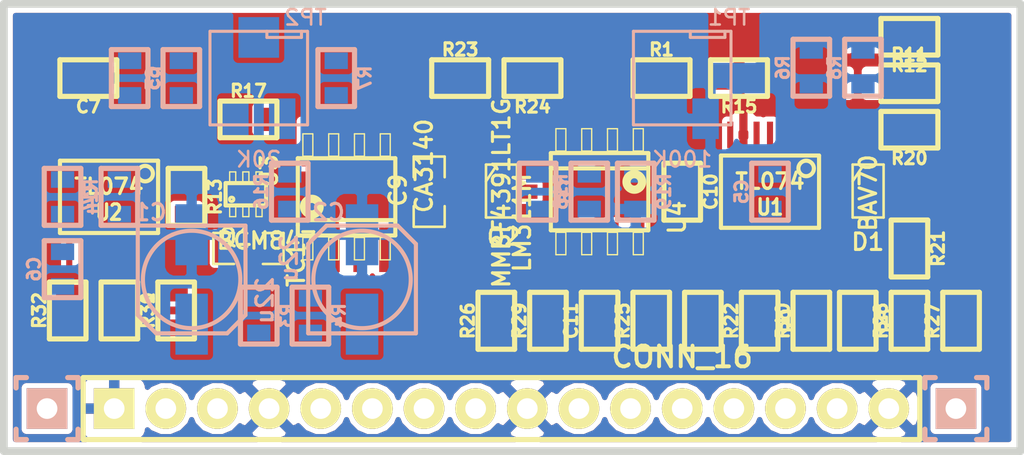
<source format=kicad_pcb>
(kicad_pcb (version 3) (host pcbnew "(2013-11-29 BZR 4513)-product")

  (general
    (links 121)
    (no_connects 101)
    (area 99.799322 116.69014 151.190501 140.50645)
    (thickness 1.6002)
    (drawings 4)
    (tracks 5)
    (zones 0)
    (modules 56)
    (nets 40)
  )

  (page A4)
  (layers
    (15 Front signal)
    (0 Back signal)
    (16 B.Adhes user)
    (17 F.Adhes user)
    (18 B.Paste user)
    (19 F.Paste user)
    (20 B.SilkS user)
    (21 F.SilkS user)
    (22 B.Mask user)
    (23 F.Mask user)
    (24 Dwgs.User user)
    (25 Cmts.User user)
    (26 Eco1.User user)
    (27 Eco2.User user)
    (28 Edge.Cuts user)
  )

  (setup
    (last_trace_width 0.254)
    (trace_clearance 0.254)
    (zone_clearance 0.254)
    (zone_45_only no)
    (trace_min 0.2032)
    (segment_width 0.381)
    (edge_width 0.381)
    (via_size 0.889)
    (via_drill 0.381)
    (via_min_size 0.889)
    (via_min_drill 0.381)
    (uvia_size 0.508)
    (uvia_drill 0.127)
    (uvias_allowed no)
    (uvia_min_size 0.508)
    (uvia_min_drill 0.127)
    (pcb_text_width 0.3048)
    (pcb_text_size 1.524 2.032)
    (mod_edge_width 0.381)
    (mod_text_size 1.524 1.524)
    (mod_text_width 0.3048)
    (pad_size 1.524 1.524)
    (pad_drill 0.8128)
    (pad_to_mask_clearance 0.0508)
    (aux_axis_origin 0 0)
    (visible_elements 7FFEFF3F)
    (pcbplotparams
      (layerselection 284196865)
      (usegerberextensions true)
      (excludeedgelayer true)
      (linewidth 0.150000)
      (plotframeref false)
      (viasonmask false)
      (mode 1)
      (useauxorigin false)
      (hpglpennumber 1)
      (hpglpenspeed 20)
      (hpglpendiameter 15)
      (hpglpenoverlay 0)
      (psnegative false)
      (psa4output false)
      (plotreference true)
      (plotvalue false)
      (plotothertext true)
      (plotinvisibletext false)
      (padsonsilk false)
      (subtractmaskfromsilk true)
      (outputformat 1)
      (mirror false)
      (drillshape 1)
      (scaleselection 1)
      (outputdirectory "BCM847 Gerbers/"))
  )

  (net 0 "")
  (net 1 +15V)
  (net 2 +15V_PWR)
  (net 3 -15V)
  (net 4 -15V_PWR)
  (net 5 /RAMP)
  (net 6 /SCALE)
  (net 7 /TRI_SHAPE)
  (net 8 GND_PWR)
  (net 9 LINEAR_FM)
  (net 10 N-0000011)
  (net 11 N-0000015)
  (net 12 N-0000016)
  (net 13 N-0000017)
  (net 14 N-0000023)
  (net 15 N-0000024)
  (net 16 N-0000028)
  (net 17 N-0000029)
  (net 18 N-000003)
  (net 19 N-0000030)
  (net 20 N-0000032)
  (net 21 N-0000034)
  (net 22 N-0000035)
  (net 23 N-0000036)
  (net 24 N-0000042)
  (net 25 N-0000043)
  (net 26 N-0000044)
  (net 27 N-000006)
  (net 28 N-000007)
  (net 29 N-000008)
  (net 30 PITCH_CV)
  (net 31 PULSE)
  (net 32 PULSE_1K)
  (net 33 PWM_CV)
  (net 34 PWM_SUM)
  (net 35 SAW)
  (net 36 SAW_1K)
  (net 37 SYNC)
  (net 38 TRI)
  (net 39 TRI_1K)

  (net_class Default "This is the default net class."
    (clearance 0.254)
    (trace_width 0.254)
    (via_dia 0.889)
    (via_drill 0.381)
    (uvia_dia 0.508)
    (uvia_drill 0.127)
    (add_net "")
    (add_net GND_PWR)
    (add_net N-0000011)
    (add_net N-0000015)
    (add_net N-0000016)
    (add_net N-0000017)
    (add_net N-0000023)
    (add_net N-0000024)
    (add_net N-0000028)
    (add_net N-0000029)
    (add_net N-000003)
    (add_net N-0000030)
    (add_net N-0000032)
    (add_net N-0000034)
    (add_net N-0000035)
    (add_net N-0000036)
    (add_net N-0000042)
    (add_net N-0000043)
    (add_net N-0000044)
    (add_net N-000006)
    (add_net N-000007)
    (add_net N-000008)
    (add_net PWM_SUM)
  )

  (net_class POWER ""
    (clearance 0.254)
    (trace_width 0.3556)
    (via_dia 1.016)
    (via_drill 0.6096)
    (uvia_dia 0.508)
    (uvia_drill 0.127)
    (add_net +15V)
    (add_net +15V_PWR)
    (add_net -15V)
    (add_net -15V_PWR)
  )

  (net_class SIGNAL ""
    (clearance 0.254)
    (trace_width 0.3048)
    (via_dia 1.016)
    (via_drill 0.6096)
    (uvia_dia 0.508)
    (uvia_drill 0.127)
    (add_net /RAMP)
    (add_net /SCALE)
    (add_net /TRI_SHAPE)
    (add_net LINEAR_FM)
    (add_net PITCH_CV)
    (add_net PULSE)
    (add_net PULSE_1K)
    (add_net PWM_CV)
    (add_net SAW)
    (add_net SAW_1K)
    (add_net SYNC)
    (add_net TRI)
    (add_net TRI_1K)
  )

  (module 43A: (layer Back) (tedit 51290E73) (tstamp 52AF8755)
    (at 134.366 120.65 180)
    (path /5113EB64)
    (fp_text reference TP1 (at -2.30124 2.98196 180) (layer B.SilkS)
      (effects (font (size 0.762 0.762) (thickness 0.127)) (justify mirror))
    )
    (fp_text value 100K (at 0 -4.0005 180) (layer B.SilkS)
      (effects (font (size 0.762 0.762) (thickness 0.127)) (justify mirror))
    )
    (fp_line (start -2.10058 2.30124) (end -2.10058 1.99898) (layer B.SilkS) (width 0.14986))
    (fp_line (start -2.10058 1.99898) (end -0.39878 1.99898) (layer B.SilkS) (width 0.14986))
    (fp_line (start -0.39878 1.99898) (end -0.39878 2.30124) (layer B.SilkS) (width 0.14986))
    (fp_line (start -2.4003 2.30124) (end 2.4003 2.30124) (layer B.SilkS) (width 0.14986))
    (fp_line (start 2.4003 2.30124) (end 2.4003 -2.30124) (layer B.SilkS) (width 0.14986))
    (fp_line (start 2.4003 -2.30124) (end -2.4003 -2.30124) (layer B.SilkS) (width 0.14986))
    (fp_line (start -2.4003 -2.30124) (end -2.4003 2.30124) (layer B.SilkS) (width 0.14986))
    (pad 2 smd rect (at 0 1.99898 180) (size 1.99898 1.99898) (layers Back B.Paste B.Mask)
      (net 7 /TRI_SHAPE))
    (pad 1 smd rect (at -1.15062 -1.99898 180) (size 1.30048 1.99898) (layers Back B.Paste B.Mask)
      (net 1 +15V))
    (pad 3 smd rect (at 1.15062 -1.99898 180) (size 1.30048 1.99898) (layers Back B.Paste B.Mask)
      (net 8 GND_PWR))
  )

  (module 43A: (layer Back) (tedit 51278DBD) (tstamp 5117F860)
    (at 113.538 120.65 180)
    (path /5113EBD7)
    (fp_text reference TP2 (at -2.30124 2.98196 180) (layer B.SilkS)
      (effects (font (size 0.762 0.762) (thickness 0.127)) (justify mirror))
    )
    (fp_text value 20K (at 0 -4.0005 180) (layer B.SilkS)
      (effects (font (size 0.762 0.762) (thickness 0.127)) (justify mirror))
    )
    (fp_line (start -2.10058 2.30124) (end -2.10058 1.99898) (layer B.SilkS) (width 0.14986))
    (fp_line (start -2.10058 1.99898) (end -0.39878 1.99898) (layer B.SilkS) (width 0.14986))
    (fp_line (start -0.39878 1.99898) (end -0.39878 2.30124) (layer B.SilkS) (width 0.14986))
    (fp_line (start -2.4003 2.30124) (end 2.4003 2.30124) (layer B.SilkS) (width 0.14986))
    (fp_line (start 2.4003 2.30124) (end 2.4003 -2.30124) (layer B.SilkS) (width 0.14986))
    (fp_line (start 2.4003 -2.30124) (end -2.4003 -2.30124) (layer B.SilkS) (width 0.14986))
    (fp_line (start -2.4003 -2.30124) (end -2.4003 2.30124) (layer B.SilkS) (width 0.14986))
    (pad 2 smd rect (at 0 1.99898 180) (size 1.99898 1.99898) (layers Back B.Paste B.Mask)
      (net 21 N-0000034))
    (pad 1 smd rect (at -1.15062 -1.99898 180) (size 1.30048 1.99898) (layers Back B.Paste B.Mask)
      (net 14 N-0000023))
    (pad 3 smd rect (at 1.15062 -1.99898 180) (size 1.30048 1.99898) (layers Back B.Paste B.Mask)
      (net 21 N-0000034))
  )

  (module -SOT363_PHILIPS (layer Front) (tedit 512C288E) (tstamp 51171875)
    (at 112.903 126.365)
    (descr "SMALL OUTLINE TRANSISTOR; 6 LEADS")
    (tags "SMALL OUTLINE TRANSISTOR; 6 LEADS")
    (path /5113E67D)
    (attr smd)
    (fp_text reference Q1 (at -0.49276 2.09804) (layer F.SilkS)
      (effects (font (size 0.8128 0.8128) (thickness 0.1524)))
    )
    (fp_text value BCM847 (at 1.016 2.286) (layer F.SilkS)
      (effects (font (size 0.8128 0.8128) (thickness 0.1524)))
    )
    (fp_line (start -0.79756 1.09982) (end -0.49784 1.09982) (layer F.SilkS) (width 0.06604))
    (fp_line (start -0.49784 1.09982) (end -0.49784 0.59944) (layer F.SilkS) (width 0.06604))
    (fp_line (start -0.79756 0.59944) (end -0.49784 0.59944) (layer F.SilkS) (width 0.06604))
    (fp_line (start -0.79756 1.09982) (end -0.79756 0.59944) (layer F.SilkS) (width 0.06604))
    (fp_line (start -0.14986 1.09982) (end 0.14986 1.09982) (layer F.SilkS) (width 0.06604))
    (fp_line (start 0.14986 1.09982) (end 0.14986 0.59944) (layer F.SilkS) (width 0.06604))
    (fp_line (start -0.14986 0.59944) (end 0.14986 0.59944) (layer F.SilkS) (width 0.06604))
    (fp_line (start -0.14986 1.09982) (end -0.14986 0.59944) (layer F.SilkS) (width 0.06604))
    (fp_line (start 0.49784 1.09982) (end 0.79756 1.09982) (layer F.SilkS) (width 0.06604))
    (fp_line (start 0.79756 1.09982) (end 0.79756 0.59944) (layer F.SilkS) (width 0.06604))
    (fp_line (start 0.49784 0.59944) (end 0.79756 0.59944) (layer F.SilkS) (width 0.06604))
    (fp_line (start 0.49784 1.09982) (end 0.49784 0.59944) (layer F.SilkS) (width 0.06604))
    (fp_line (start 0.49784 -0.59944) (end 0.79756 -0.59944) (layer F.SilkS) (width 0.06604))
    (fp_line (start 0.79756 -0.59944) (end 0.79756 -1.09982) (layer F.SilkS) (width 0.06604))
    (fp_line (start 0.49784 -1.09982) (end 0.79756 -1.09982) (layer F.SilkS) (width 0.06604))
    (fp_line (start 0.49784 -0.59944) (end 0.49784 -1.09982) (layer F.SilkS) (width 0.06604))
    (fp_line (start -0.14986 -0.59944) (end 0.14986 -0.59944) (layer F.SilkS) (width 0.06604))
    (fp_line (start 0.14986 -0.59944) (end 0.14986 -1.09982) (layer F.SilkS) (width 0.06604))
    (fp_line (start -0.14986 -1.09982) (end 0.14986 -1.09982) (layer F.SilkS) (width 0.06604))
    (fp_line (start -0.14986 -0.59944) (end -0.14986 -1.09982) (layer F.SilkS) (width 0.06604))
    (fp_line (start -0.79756 -0.59944) (end -0.49784 -0.59944) (layer F.SilkS) (width 0.06604))
    (fp_line (start -0.49784 -0.59944) (end -0.49784 -1.09982) (layer F.SilkS) (width 0.06604))
    (fp_line (start -0.79756 -1.09982) (end -0.49784 -1.09982) (layer F.SilkS) (width 0.06604))
    (fp_line (start -0.79756 -0.59944) (end -0.79756 -1.09982) (layer F.SilkS) (width 0.06604))
    (fp_line (start -0.99822 -0.54864) (end 0.99822 -0.54864) (layer F.SilkS) (width 0.2032))
    (fp_line (start 0.99822 -0.54864) (end 0.99822 0.54864) (layer F.SilkS) (width 0.2032))
    (fp_line (start 0.99822 0.54864) (end -0.99822 0.54864) (layer F.SilkS) (width 0.2032))
    (fp_line (start -0.99822 0.54864) (end -0.99822 -0.54864) (layer F.SilkS) (width 0.2032))
    (fp_circle (center -0.6985 0.24892) (end -0.77216 0.32258) (layer F.SilkS) (width 0.1524))
    (pad 1 smd rect (at -0.6477 0.79756) (size 0.39878 0.79756) (layers Front F.Paste F.Mask)
      (net 27 N-000006))
    (pad 2 smd rect (at 0 0.79756) (size 0.39878 0.79756) (layers Front F.Paste F.Mask)
      (net 15 N-0000024))
    (pad 3 smd rect (at 0.6477 0.79756) (size 0.39878 0.79756) (layers Front F.Paste F.Mask)
      (net 20 N-0000032))
    (pad 4 smd rect (at 0.6477 -0.79756) (size 0.39878 0.79756) (layers Front F.Paste F.Mask)
      (net 27 N-000006))
    (pad 5 smd rect (at 0 -0.79756) (size 0.39878 0.79756) (layers Front F.Paste F.Mask)
      (net 8 GND_PWR))
    (pad 6 smd rect (at -0.6477 -0.79756) (size 0.39878 0.79756) (layers Front F.Paste F.Mask)
      (net 28 N-000007))
  )

  (module SM0805-HAND (layer Front) (tedit 512C2881) (tstamp 51171878)
    (at 113.03 129.032 180)
    (path /5113EC84)
    (attr smd)
    (fp_text reference TC1 (at -2.34696 -0.77724 270) (layer F.SilkS)
      (effects (font (size 0.8128 0.8128) (thickness 0.1524)))
    )
    (fp_text value "1K 3300ppm/K" (at 0 0 180) (layer F.SilkS) hide
      (effects (font (size 0.635 0.635) (thickness 0.127)))
    )
    (fp_line (start -0.7112 0.762) (end -1.7272 0.762) (layer F.SilkS) (width 0.127))
    (fp_line (start -1.7272 0.762) (end -1.7272 -0.762) (layer F.SilkS) (width 0.127))
    (fp_line (start -1.7272 -0.762) (end -0.7112 -0.762) (layer F.SilkS) (width 0.127))
    (fp_line (start 0.7112 -0.762) (end 1.7272 -0.762) (layer F.SilkS) (width 0.127))
    (fp_line (start 1.7272 -0.762) (end 1.7272 0.762) (layer F.SilkS) (width 0.127))
    (fp_line (start 1.7272 0.762) (end 0.7112 0.762) (layer F.SilkS) (width 0.127))
    (pad 1 smd rect (at -1.0795 0 180) (size 1.143 1.397) (layers Front F.Paste F.Mask)
      (net 8 GND_PWR))
    (pad 2 smd rect (at 1.0795 0 180) (size 1.143 1.397) (layers Front F.Paste F.Mask)
      (net 15 N-0000024))
    (model smd/chip_cms.wrl
      (at (xyz 0 0 0))
      (scale (xyz 0.1 0.1 0.1))
      (rotate (xyz 0 0 0))
    )
  )

  (module SM0805-HAND (layer Front) (tedit 512787EC) (tstamp 511CFA42)
    (at 121.92 126.238 90)
    (path /5113F26E)
    (attr smd)
    (fp_text reference C9 (at 0.06604 -1.53924 90) (layer F.SilkS)
      (effects (font (size 0.8128 0.8128) (thickness 0.1524)))
    )
    (fp_text value "2.2n 1%" (at 0 0 90) (layer F.SilkS) hide
      (effects (font (size 0.635 0.635) (thickness 0.127)))
    )
    (fp_line (start -0.7112 0.762) (end -1.7272 0.762) (layer F.SilkS) (width 0.127))
    (fp_line (start -1.7272 0.762) (end -1.7272 -0.762) (layer F.SilkS) (width 0.127))
    (fp_line (start -1.7272 -0.762) (end -0.7112 -0.762) (layer F.SilkS) (width 0.127))
    (fp_line (start 0.7112 -0.762) (end 1.7272 -0.762) (layer F.SilkS) (width 0.127))
    (fp_line (start 1.7272 -0.762) (end 1.7272 0.762) (layer F.SilkS) (width 0.127))
    (fp_line (start 1.7272 0.762) (end 0.7112 0.762) (layer F.SilkS) (width 0.127))
    (pad 1 smd rect (at -1.0795 0 90) (size 1.143 1.397) (layers Front F.Paste F.Mask)
      (net 20 N-0000032))
    (pad 2 smd rect (at 1.0795 0 90) (size 1.143 1.397) (layers Front F.Paste F.Mask)
      (net 16 N-0000028))
    (model smd/chip_cms.wrl
      (at (xyz 0 0 0))
      (scale (xyz 0.1 0.1 0.1))
      (rotate (xyz 0 0 0))
    )
  )

  (module SOT23 (layer Front) (tedit 512C27C8) (tstamp 5115C437)
    (at 125.476 126.238 270)
    (tags SOT23)
    (path /5113E160)
    (fp_text reference Q2 (at 2.21996 -0.11176 360) (layer F.SilkS)
      (effects (font (size 0.8128 0.8128) (thickness 0.1524)))
    )
    (fp_text value MMBF4391LT1G (at 0.0635 0 270) (layer F.SilkS)
      (effects (font (size 0.8128 0.8128) (thickness 0.1524)))
    )
    (fp_line (start -0.508 0.762) (end -1.27 0.254) (layer F.SilkS) (width 0.127))
    (fp_line (start 1.27 0.762) (end -1.3335 0.762) (layer F.SilkS) (width 0.127))
    (fp_line (start -1.3335 0.762) (end -1.3335 -0.762) (layer F.SilkS) (width 0.127))
    (fp_line (start -1.3335 -0.762) (end 1.27 -0.762) (layer F.SilkS) (width 0.127))
    (fp_line (start 1.27 -0.762) (end 1.27 0.762) (layer F.SilkS) (width 0.127))
    (pad 3 smd rect (at 0 -1.27 270) (size 0.70104 1.00076) (layers Front F.Paste F.Mask)
      (net 19 N-0000030))
    (pad 2 smd rect (at 0.9525 1.27 270) (size 0.70104 1.00076) (layers Front F.Paste F.Mask)
      (net 20 N-0000032))
    (pad 1 smd rect (at -0.9525 1.27 270) (size 0.70104 1.00076) (layers Front F.Paste F.Mask)
      (net 16 N-0000028))
    (model smd/SOT23_6.wrl
      (at (xyz 0 0 0))
      (scale (xyz 0.11 0.11 0.11))
      (rotate (xyz 0 0 -180))
    )
  )

  (module SOT23 (layer Front) (tedit 512C27EB) (tstamp 5115C435)
    (at 143.51 126.238 270)
    (tags SOT23)
    (path /5114032F)
    (fp_text reference D1 (at 2.47396 0.01524 360) (layer F.SilkS)
      (effects (font (size 0.8128 0.8128) (thickness 0.1524)))
    )
    (fp_text value BAV70 (at 0.0635 0 270) (layer F.SilkS)
      (effects (font (size 0.8128 0.8128) (thickness 0.1524)))
    )
    (fp_line (start -0.508 0.762) (end -1.27 0.254) (layer F.SilkS) (width 0.127))
    (fp_line (start 1.27 0.762) (end -1.3335 0.762) (layer F.SilkS) (width 0.127))
    (fp_line (start -1.3335 0.762) (end -1.3335 -0.762) (layer F.SilkS) (width 0.127))
    (fp_line (start -1.3335 -0.762) (end 1.27 -0.762) (layer F.SilkS) (width 0.127))
    (fp_line (start 1.27 -0.762) (end 1.27 0.762) (layer F.SilkS) (width 0.127))
    (pad 3 smd rect (at 0 -1.27 270) (size 0.70104 1.00076) (layers Front F.Paste F.Mask)
      (net 22 N-0000035))
    (pad 2 smd rect (at 0.9525 1.27 270) (size 0.70104 1.00076) (layers Front F.Paste F.Mask)
      (net 35 SAW))
    (pad 1 smd rect (at -0.9525 1.27 270) (size 0.70104 1.00076) (layers Front F.Paste F.Mask)
      (net 25 N-0000043))
    (model smd/SOT23_6.wrl
      (at (xyz 0 0 0))
      (scale (xyz 0.11 0.11 0.11))
      (rotate (xyz 0 0 -180))
    )
  )

  (module rcl-153CLV-0505 (layer Back) (tedit 5125160F) (tstamp 5115C493)
    (at 118.618 130.556 90)
    (descr "ALUMINUM ELECTROLYTIC CAPACITORS")
    (tags "ALUMINUM ELECTROLYTIC CAPACITORS")
    (path /51141D4D)
    (attr smd)
    (fp_text reference C2 (at 3.302 -1.651 180) (layer B.SilkS)
      (effects (font (size 0.8128 0.8128) (thickness 0.1524)) (justify mirror))
    )
    (fp_text value 22u (at 1.03378 -3.59918 90) (layer B.SilkS)
      (effects (font (size 0.8128 0.8128) (thickness 0.1524)) (justify mirror))
    )
    (fp_line (start 1.74752 -2.64922) (end -2.64922 -2.64922) (layer B.SilkS) (width 0.2032))
    (fp_line (start -2.64922 -2.64922) (end -2.64922 -1.09982) (layer B.SilkS) (width 0.2032))
    (fp_line (start -2.64922 -1.09982) (end -2.64922 1.09982) (layer B.SilkS) (width 0.2032))
    (fp_line (start -2.64922 1.09982) (end -2.64922 2.64922) (layer B.SilkS) (width 0.2032))
    (fp_line (start -2.64922 2.64922) (end 1.74752 2.64922) (layer B.SilkS) (width 0.2032))
    (fp_line (start 2.64922 1.74752) (end 2.64922 1.09982) (layer B.SilkS) (width 0.2032))
    (fp_line (start 2.64922 1.09982) (end 2.64922 -1.09982) (layer B.SilkS) (width 0.2032))
    (fp_line (start 2.64922 -1.09982) (end 2.64922 -1.74752) (layer B.SilkS) (width 0.2032))
    (fp_line (start 2.64922 -1.74752) (end 1.74752 -2.64922) (layer B.SilkS) (width 0.2032))
    (fp_line (start 1.74752 2.64922) (end 2.64922 1.74752) (layer B.SilkS) (width 0.2032))
    (fp_arc (start 0 0) (end 2.19964 -0.94996) (angle -133.2) (layer B.SilkS) (width 0.2032))
    (fp_arc (start 0 0) (end -2.19964 -0.94996) (angle -46.7) (layer B.SilkS) (width 0.2032))
    (fp_arc (start 0 0) (end -2.19964 0.94996) (angle -133.2) (layer B.SilkS) (width 0.2032))
    (fp_arc (start 0 0) (end 2.19964 0.94996) (angle -46.7) (layer B.SilkS) (width 0.2032))
    (pad 1 smd rect (at 2.19964 0 90) (size 2.99974 1.59766) (layers Back B.Paste B.Mask)
      (net 8 GND_PWR))
    (pad 2 smd rect (at -2.19964 0 90) (size 2.99974 1.59766) (layers Back B.Paste B.Mask)
      (net 3 -15V))
  )

  (module rcl-153CLV-0505 (layer Back) (tedit 5125160A) (tstamp 5115C491)
    (at 110.236 130.556 270)
    (descr "ALUMINUM ELECTROLYTIC CAPACITORS")
    (tags "ALUMINUM ELECTROLYTIC CAPACITORS")
    (path /51141D46)
    (attr smd)
    (fp_text reference C1 (at -3.302 2.032 360) (layer B.SilkS)
      (effects (font (size 0.8128 0.8128) (thickness 0.1524)) (justify mirror))
    )
    (fp_text value 22u (at 1.03378 -3.59918 270) (layer B.SilkS)
      (effects (font (size 0.8128 0.8128) (thickness 0.1524)) (justify mirror))
    )
    (fp_line (start 1.74752 -2.64922) (end -2.64922 -2.64922) (layer B.SilkS) (width 0.2032))
    (fp_line (start -2.64922 -2.64922) (end -2.64922 -1.09982) (layer B.SilkS) (width 0.2032))
    (fp_line (start -2.64922 -1.09982) (end -2.64922 1.09982) (layer B.SilkS) (width 0.2032))
    (fp_line (start -2.64922 1.09982) (end -2.64922 2.64922) (layer B.SilkS) (width 0.2032))
    (fp_line (start -2.64922 2.64922) (end 1.74752 2.64922) (layer B.SilkS) (width 0.2032))
    (fp_line (start 2.64922 1.74752) (end 2.64922 1.09982) (layer B.SilkS) (width 0.2032))
    (fp_line (start 2.64922 1.09982) (end 2.64922 -1.09982) (layer B.SilkS) (width 0.2032))
    (fp_line (start 2.64922 -1.09982) (end 2.64922 -1.74752) (layer B.SilkS) (width 0.2032))
    (fp_line (start 2.64922 -1.74752) (end 1.74752 -2.64922) (layer B.SilkS) (width 0.2032))
    (fp_line (start 1.74752 2.64922) (end 2.64922 1.74752) (layer B.SilkS) (width 0.2032))
    (fp_arc (start 0 0) (end 2.19964 -0.94996) (angle -133.2) (layer B.SilkS) (width 0.2032))
    (fp_arc (start 0 0) (end -2.19964 -0.94996) (angle -46.7) (layer B.SilkS) (width 0.2032))
    (fp_arc (start 0 0) (end -2.19964 0.94996) (angle -133.2) (layer B.SilkS) (width 0.2032))
    (fp_arc (start 0 0) (end 2.19964 0.94996) (angle -46.7) (layer B.SilkS) (width 0.2032))
    (pad 1 smd rect (at 2.19964 0 270) (size 2.99974 1.59766) (layers Back B.Paste B.Mask)
      (net 1 +15V))
    (pad 2 smd rect (at -2.19964 0 270) (size 2.99974 1.59766) (layers Back B.Paste B.Mask)
      (net 8 GND_PWR))
  )

  (module SIL-1 (layer Back) (tedit 512C278E) (tstamp 5123A0D9)
    (at 103.124 136.906)
    (descr "Connecteurs 1 pin")
    (tags "CONN DEV")
    (path /51239EE8)
    (fp_text reference JP3 (at 0 2.54) (layer B.SilkS) hide
      (effects (font (size 1.016 1.016) (thickness 0.1905)) (justify mirror))
    )
    (fp_text value CONN_1 (at 0 2.54) (layer B.SilkS) hide
      (effects (font (size 1.016 1.016) (thickness 0.1905)) (justify mirror))
    )
    (fp_line (start 1.016 1.524) (end 1.524 1.524) (layer B.SilkS) (width 0.254))
    (fp_line (start 1.524 1.524) (end 1.524 1.016) (layer B.SilkS) (width 0.254))
    (fp_line (start 1.016 -1.524) (end 1.524 -1.524) (layer B.SilkS) (width 0.254))
    (fp_line (start 1.524 -1.524) (end 1.524 -1.016) (layer B.SilkS) (width 0.254))
    (fp_line (start -1.524 -1.016) (end -1.524 -1.524) (layer B.SilkS) (width 0.254))
    (fp_line (start -1.524 -1.524) (end -1.016 -1.524) (layer B.SilkS) (width 0.254))
    (fp_line (start -1.016 1.524) (end -1.524 1.524) (layer B.SilkS) (width 0.254))
    (fp_line (start -1.524 1.524) (end -1.524 1.016) (layer B.SilkS) (width 0.254))
    (pad 1 thru_hole rect (at 0 0) (size 1.99898 1.99898) (drill 1.016) (layers *.Cu *.Mask B.SilkS)
      (net 3 -15V))
  )

  (module SIL-1 (layer Back) (tedit 512C27A0) (tstamp 5123A0DB)
    (at 147.828 136.906)
    (descr "Connecteurs 1 pin")
    (tags "CONN DEV")
    (path /51239EDE)
    (fp_text reference JP2 (at 0 2.54) (layer B.SilkS) hide
      (effects (font (size 1.016 1.016) (thickness 0.1905)) (justify mirror))
    )
    (fp_text value CONN_1 (at 0 2.54) (layer B.SilkS) hide
      (effects (font (size 1.016 1.016) (thickness 0.1905)) (justify mirror))
    )
    (fp_line (start 1.016 1.524) (end 1.524 1.524) (layer B.SilkS) (width 0.254))
    (fp_line (start 1.524 1.524) (end 1.524 1.016) (layer B.SilkS) (width 0.254))
    (fp_line (start 1.016 -1.524) (end 1.524 -1.524) (layer B.SilkS) (width 0.254))
    (fp_line (start 1.524 -1.524) (end 1.524 -1.016) (layer B.SilkS) (width 0.254))
    (fp_line (start -1.524 -1.016) (end -1.524 -1.524) (layer B.SilkS) (width 0.254))
    (fp_line (start -1.524 -1.524) (end -1.016 -1.524) (layer B.SilkS) (width 0.254))
    (fp_line (start -1.016 1.524) (end -1.524 1.524) (layer B.SilkS) (width 0.254))
    (fp_line (start -1.524 1.524) (end -1.524 1.016) (layer B.SilkS) (width 0.254))
    (pad 1 thru_hole rect (at 0 0) (size 1.99898 1.99898) (drill 1.016) (layers *.Cu *.Mask B.SilkS)
      (net 1 +15V))
  )

  (module SIL-16 (layer Front) (tedit 512C2782) (tstamp 5118264C)
    (at 125.476 136.906)
    (descr "Connecteur 18 pins")
    (tags "CONN DEV")
    (path /5117E0E3)
    (fp_text reference JP1 (at -19.16176 2.47904) (layer F.SilkS) hide
      (effects (font (size 1.016 1.016) (thickness 0.1905)))
    )
    (fp_text value CONN_16 (at 8.89 -2.54) (layer F.SilkS)
      (effects (font (size 1.016 1.016) (thickness 0.1905)))
    )
    (fp_line (start -20.574 -1.524) (end -20.574 1.524) (layer F.SilkS) (width 0.254))
    (fp_line (start -20.574 1.524) (end 20.574 1.524) (layer F.SilkS) (width 0.254))
    (fp_line (start 20.574 1.524) (end 20.574 -1.524) (layer F.SilkS) (width 0.254))
    (fp_line (start 20.574 -1.524) (end -20.574 -1.524) (layer F.SilkS) (width 0.254))
    (pad 1 thru_hole rect (at -19.05 0) (size 1.99898 1.99898) (drill 1.016) (layers *.Cu *.Mask F.SilkS)
      (net 8 GND_PWR))
    (pad 2 thru_hole circle (at -16.51 0) (size 1.99898 1.99898) (drill 1.016) (layers *.Cu *.Mask F.SilkS)
      (net 2 +15V_PWR))
    (pad 3 thru_hole circle (at -13.97 0) (size 1.99898 1.99898) (drill 1.016) (layers *.Cu *.Mask F.SilkS)
      (net 4 -15V_PWR))
    (pad 4 thru_hole circle (at -11.43 0) (size 1.99898 1.99898) (drill 1.016) (layers *.Cu *.Mask F.SilkS)
      (net 8 GND_PWR))
    (pad 5 thru_hole circle (at -8.89 0) (size 1.99898 1.99898) (drill 1.016) (layers *.Cu *.Mask F.SilkS)
      (net 30 PITCH_CV))
    (pad 6 thru_hole circle (at -6.35 0) (size 1.99898 1.99898) (drill 1.016) (layers *.Cu *.Mask F.SilkS)
      (net 33 PWM_CV))
    (pad 7 thru_hole circle (at -3.81 0) (size 1.99898 1.99898) (drill 1.016) (layers *.Cu *.Mask F.SilkS)
      (net 9 LINEAR_FM))
    (pad 8 thru_hole circle (at -1.27 0) (size 1.99898 1.99898) (drill 1.016) (layers *.Cu *.Mask F.SilkS)
      (net 37 SYNC))
    (pad 9 thru_hole circle (at 1.27 0) (size 1.99898 1.99898) (drill 1.016) (layers *.Cu *.Mask F.SilkS)
      (net 8 GND_PWR))
    (pad 10 thru_hole circle (at 3.81 0) (size 1.99898 1.99898) (drill 1.016) (layers *.Cu *.Mask F.SilkS))
    (pad 11 thru_hole circle (at 6.35 0) (size 1.99898 1.99898) (drill 1.016) (layers *.Cu *.Mask F.SilkS)
      (net 36 SAW_1K))
    (pad 12 thru_hole circle (at 8.89 0) (size 1.99898 1.99898) (drill 1.016) (layers *.Cu *.Mask F.SilkS))
    (pad 13 thru_hole circle (at 11.43 0) (size 1.99898 1.99898) (drill 1.016) (layers *.Cu *.Mask F.SilkS)
      (net 32 PULSE_1K))
    (pad 14 thru_hole circle (at 13.97 0) (size 1.99898 1.99898) (drill 1.016) (layers *.Cu *.Mask F.SilkS))
    (pad 15 thru_hole circle (at 16.51 0) (size 1.99898 1.99898) (drill 1.016) (layers *.Cu *.Mask F.SilkS)
      (net 39 TRI_1K))
    (pad 16 thru_hole circle (at 19.05 0) (size 1.99898 1.99898) (drill 1.016) (layers *.Cu *.Mask F.SilkS)
      (net 8 GND_PWR))
  )

  (module TSSOP14 (layer Front) (tedit 4E43F187) (tstamp 5115C495)
    (at 138.684 126.238 180)
    (path /5113DC31)
    (attr smd)
    (fp_text reference U1 (at 0 -0.762 180) (layer F.SilkS)
      (effects (font (size 0.762 0.635) (thickness 0.16002)))
    )
    (fp_text value TL074 (at 0 0.508 180) (layer F.SilkS)
      (effects (font (size 0.762 0.762) (thickness 0.16002)))
    )
    (fp_line (start -2.413 -1.778) (end 2.413 -1.778) (layer F.SilkS) (width 0.2032))
    (fp_line (start 2.413 -1.778) (end 2.413 1.778) (layer F.SilkS) (width 0.2032))
    (fp_line (start 2.413 1.778) (end -2.413 1.778) (layer F.SilkS) (width 0.2032))
    (fp_line (start -2.413 1.778) (end -2.413 -1.778) (layer F.SilkS) (width 0.2032))
    (fp_circle (center -1.778 1.143) (end -2.159 1.143) (layer F.SilkS) (width 0.2032))
    (pad 1 smd rect (at -1.9304 2.794 180) (size 0.29972 1.30048) (layers Front F.Paste F.Mask)
      (net 25 N-0000043))
    (pad 2 smd rect (at -1.2954 2.794 180) (size 0.29972 1.30048) (layers Front F.Paste F.Mask)
      (net 8 GND_PWR))
    (pad 3 smd rect (at -0.635 2.794 180) (size 0.29972 1.30048) (layers Front F.Paste F.Mask)
      (net 10 N-0000011))
    (pad 4 smd rect (at 0 2.794 180) (size 0.29972 1.30048) (layers Front F.Paste F.Mask)
      (net 1 +15V))
    (pad 5 smd rect (at 0.6604 2.794 180) (size 0.29972 1.30048) (layers Front F.Paste F.Mask)
      (net 11 N-0000015))
    (pad 6 smd rect (at 1.3081 2.794 180) (size 0.29972 1.30048) (layers Front F.Paste F.Mask)
      (net 8 GND_PWR))
    (pad 7 smd rect (at 1.9558 2.794 180) (size 0.29972 1.30048) (layers Front F.Paste F.Mask)
      (net 35 SAW))
    (pad 8 smd rect (at 1.9558 -2.794 180) (size 0.29972 1.30048) (layers Front F.Paste F.Mask)
      (net 38 TRI))
    (pad 9 smd rect (at 1.3081 -2.794 180) (size 0.29972 1.30048) (layers Front F.Paste F.Mask)
      (net 8 GND_PWR))
    (pad 10 smd rect (at 0.6604 -2.794 180) (size 0.29972 1.30048) (layers Front F.Paste F.Mask)
      (net 24 N-0000042))
    (pad 11 smd rect (at 0 -2.794 180) (size 0.29972 1.30048) (layers Front F.Paste F.Mask)
      (net 3 -15V))
    (pad 12 smd rect (at -0.6477 -2.794 180) (size 0.29972 1.30048) (layers Front F.Paste F.Mask)
      (net 35 SAW))
    (pad 13 smd rect (at -1.2954 -2.794 180) (size 0.29972 1.30048) (layers Front F.Paste F.Mask)
      (net 26 N-0000044))
    (pad 14 smd rect (at -1.9431 -2.794 180) (size 0.29972 1.30048) (layers Front F.Paste F.Mask)
      (net 31 PULSE))
    (model smd\smd_dil\tssop-14.wrl
      (at (xyz 0 0 0))
      (scale (xyz 1 1 1))
      (rotate (xyz 0 0 0))
    )
  )

  (module TSSOP14 (layer Front) (tedit 4E43F187) (tstamp 5115C959)
    (at 106.172 126.492 180)
    (path /52AB66BB)
    (attr smd)
    (fp_text reference U2 (at 0 -0.762 180) (layer F.SilkS)
      (effects (font (size 0.762 0.635) (thickness 0.16002)))
    )
    (fp_text value TL074 (at 0 0.508 180) (layer F.SilkS)
      (effects (font (size 0.762 0.762) (thickness 0.16002)))
    )
    (fp_line (start -2.413 -1.778) (end 2.413 -1.778) (layer F.SilkS) (width 0.2032))
    (fp_line (start 2.413 -1.778) (end 2.413 1.778) (layer F.SilkS) (width 0.2032))
    (fp_line (start 2.413 1.778) (end -2.413 1.778) (layer F.SilkS) (width 0.2032))
    (fp_line (start -2.413 1.778) (end -2.413 -1.778) (layer F.SilkS) (width 0.2032))
    (fp_circle (center -1.778 1.143) (end -2.159 1.143) (layer F.SilkS) (width 0.2032))
    (pad 1 smd rect (at -1.9304 2.794 180) (size 0.29972 1.30048) (layers Front F.Paste F.Mask)
      (net 6 /SCALE))
    (pad 2 smd rect (at -1.2954 2.794 180) (size 0.29972 1.30048) (layers Front F.Paste F.Mask)
      (net 8 GND_PWR))
    (pad 3 smd rect (at -0.635 2.794 180) (size 0.29972 1.30048) (layers Front F.Paste F.Mask)
      (net 21 N-0000034))
    (pad 4 smd rect (at 0 2.794 180) (size 0.29972 1.30048) (layers Front F.Paste F.Mask)
      (net 1 +15V))
    (pad 5 smd rect (at 0.6604 2.794 180) (size 0.29972 1.30048) (layers Front F.Paste F.Mask)
      (net 28 N-000007))
    (pad 6 smd rect (at 1.3081 2.794 180) (size 0.29972 1.30048) (layers Front F.Paste F.Mask)
      (net 8 GND_PWR))
    (pad 7 smd rect (at 1.9558 2.794 180) (size 0.29972 1.30048) (layers Front F.Paste F.Mask)
      (net 17 N-0000029))
    (pad 8 smd rect (at 1.9558 -2.794 180) (size 0.29972 1.30048) (layers Front F.Paste F.Mask)
      (net 34 PWM_SUM))
    (pad 9 smd rect (at 1.3081 -2.794 180) (size 0.29972 1.30048) (layers Front F.Paste F.Mask)
      (net 12 N-0000016))
    (pad 10 smd rect (at 0.6604 -2.794 180) (size 0.29972 1.30048) (layers Front F.Paste F.Mask)
      (net 8 GND_PWR))
    (pad 11 smd rect (at 0 -2.794 180) (size 0.29972 1.30048) (layers Front F.Paste F.Mask)
      (net 3 -15V))
    (pad 12 smd rect (at -0.6477 -2.794 180) (size 0.29972 1.30048) (layers Front F.Paste F.Mask)
      (net 8 GND_PWR))
    (pad 13 smd rect (at -1.2954 -2.794 180) (size 0.29972 1.30048) (layers Front F.Paste F.Mask)
      (net 33 PWM_CV))
    (pad 14 smd rect (at -1.9431 -2.794 180) (size 0.29972 1.30048) (layers Front F.Paste F.Mask)
      (net 13 N-0000017))
    (model smd\smd_dil\tssop-14.wrl
      (at (xyz 0 0 0))
      (scale (xyz 1 1 1))
      (rotate (xyz 0 0 0))
    )
  )

  (module SOIC-8-JRL (layer Front) (tedit 5287FFA2) (tstamp 5115C498)
    (at 130.302 126.238 180)
    (descr "SMALL OUTLINE INTEGRATED CIRCUIT")
    (tags "SMALL OUTLINE INTEGRATED CIRCUIT")
    (path /5113E081)
    (attr smd)
    (fp_text reference U4 (at -3.81 -1.27 270) (layer F.SilkS)
      (effects (font (size 0.8128 0.8128) (thickness 0.1524)))
    )
    (fp_text value LM311M (at 3.81 -1.524 270) (layer F.SilkS)
      (effects (font (size 0.8128 0.8128) (thickness 0.1524)))
    )
    (fp_circle (center -1.708 0.481) (end -1.581 0.608) (layer F.SilkS) (width 0.4064))
    (fp_line (start -2.14884 3.0988) (end -1.65862 3.0988) (layer F.SilkS) (width 0.06604))
    (fp_line (start -1.65862 3.0988) (end -1.65862 1.99898) (layer F.SilkS) (width 0.06604))
    (fp_line (start -2.14884 1.99898) (end -1.65862 1.99898) (layer F.SilkS) (width 0.06604))
    (fp_line (start -2.14884 3.0988) (end -2.14884 1.99898) (layer F.SilkS) (width 0.06604))
    (fp_line (start -0.87884 3.0988) (end -0.38862 3.0988) (layer F.SilkS) (width 0.06604))
    (fp_line (start -0.38862 3.0988) (end -0.38862 1.99898) (layer F.SilkS) (width 0.06604))
    (fp_line (start -0.87884 1.99898) (end -0.38862 1.99898) (layer F.SilkS) (width 0.06604))
    (fp_line (start -0.87884 3.0988) (end -0.87884 1.99898) (layer F.SilkS) (width 0.06604))
    (fp_line (start 0.38862 3.0988) (end 0.87884 3.0988) (layer F.SilkS) (width 0.06604))
    (fp_line (start 0.87884 3.0988) (end 0.87884 1.99898) (layer F.SilkS) (width 0.06604))
    (fp_line (start 0.38862 1.99898) (end 0.87884 1.99898) (layer F.SilkS) (width 0.06604))
    (fp_line (start 0.38862 3.0988) (end 0.38862 1.99898) (layer F.SilkS) (width 0.06604))
    (fp_line (start 1.65862 3.0988) (end 2.14884 3.0988) (layer F.SilkS) (width 0.06604))
    (fp_line (start 2.14884 3.0988) (end 2.14884 1.99898) (layer F.SilkS) (width 0.06604))
    (fp_line (start 1.65862 1.99898) (end 2.14884 1.99898) (layer F.SilkS) (width 0.06604))
    (fp_line (start 1.65862 3.0988) (end 1.65862 1.99898) (layer F.SilkS) (width 0.06604))
    (fp_line (start 1.65862 -1.99898) (end 2.14884 -1.99898) (layer F.SilkS) (width 0.06604))
    (fp_line (start 2.14884 -1.99898) (end 2.14884 -3.0988) (layer F.SilkS) (width 0.06604))
    (fp_line (start 1.65862 -3.0988) (end 2.14884 -3.0988) (layer F.SilkS) (width 0.06604))
    (fp_line (start 1.65862 -1.99898) (end 1.65862 -3.0988) (layer F.SilkS) (width 0.06604))
    (fp_line (start 0.38862 -1.99898) (end 0.87884 -1.99898) (layer F.SilkS) (width 0.06604))
    (fp_line (start 0.87884 -1.99898) (end 0.87884 -3.0988) (layer F.SilkS) (width 0.06604))
    (fp_line (start 0.38862 -3.0988) (end 0.87884 -3.0988) (layer F.SilkS) (width 0.06604))
    (fp_line (start 0.38862 -1.99898) (end 0.38862 -3.0988) (layer F.SilkS) (width 0.06604))
    (fp_line (start -0.87884 -1.99898) (end -0.38862 -1.99898) (layer F.SilkS) (width 0.06604))
    (fp_line (start -0.38862 -1.99898) (end -0.38862 -3.0988) (layer F.SilkS) (width 0.06604))
    (fp_line (start -0.87884 -3.0988) (end -0.38862 -3.0988) (layer F.SilkS) (width 0.06604))
    (fp_line (start -0.87884 -1.99898) (end -0.87884 -3.0988) (layer F.SilkS) (width 0.06604))
    (fp_line (start -2.14884 -1.99898) (end -1.65862 -1.99898) (layer F.SilkS) (width 0.06604))
    (fp_line (start -1.65862 -1.99898) (end -1.65862 -3.0988) (layer F.SilkS) (width 0.06604))
    (fp_line (start -2.14884 -3.0988) (end -1.65862 -3.0988) (layer F.SilkS) (width 0.06604))
    (fp_line (start -2.14884 -1.99898) (end -2.14884 -3.0988) (layer F.SilkS) (width 0.06604))
    (fp_line (start 2.39776 -1.89992) (end 2.39776 1.39954) (layer F.SilkS) (width 0.2032))
    (fp_line (start 2.39776 1.39954) (end 2.39776 1.89992) (layer F.SilkS) (width 0.2032))
    (fp_line (start 2.39776 1.89992) (end -2.39776 1.89992) (layer F.SilkS) (width 0.2032))
    (fp_line (start -2.39776 1.89992) (end -2.39776 1.39954) (layer F.SilkS) (width 0.2032))
    (fp_line (start -2.39776 1.39954) (end -2.39776 -1.89992) (layer F.SilkS) (width 0.2032))
    (fp_line (start -2.39776 -1.89992) (end 2.39776 -1.89992) (layer F.SilkS) (width 0.2032))
    (fp_line (start 2.39776 1.14554) (end -2.39776 1.14554) (layer F.SilkS) (width 0.2032))
    (pad 1 smd rect (at -1.905 2.59842 180) (size 0.59944 2.19964) (layers Front F.Paste F.Mask)
      (net 3 -15V))
    (pad 2 smd rect (at -0.635 2.59842 180) (size 0.59944 2.19964) (layers Front F.Paste F.Mask)
      (net 23 N-0000036))
    (pad 3 smd rect (at 0.635 2.59842 180) (size 0.59944 2.19964) (layers Front F.Paste F.Mask)
      (net 18 N-000003))
    (pad 4 smd rect (at 1.905 2.59842 180) (size 0.59944 2.19964) (layers Front F.Paste F.Mask)
      (net 3 -15V))
    (pad 5 smd rect (at 1.905 -2.59842 180) (size 0.59944 2.19964) (layers Front F.Paste F.Mask))
    (pad 6 smd rect (at 0.635 -2.59842 180) (size 0.59944 2.19964) (layers Front F.Paste F.Mask))
    (pad 7 smd rect (at -0.635 -2.59842 180) (size 0.59944 2.19964) (layers Front F.Paste F.Mask)
      (net 19 N-0000030))
    (pad 8 smd rect (at -1.905 -2.59842 180) (size 0.59944 2.19964) (layers Front F.Paste F.Mask)
      (net 1 +15V))
  )

  (module SOIC-8-JRL (layer Front) (tedit 5287FFA2) (tstamp 5115C95C)
    (at 117.856 126.492)
    (descr "SMALL OUTLINE INTEGRATED CIRCUIT")
    (tags "SMALL OUTLINE INTEGRATED CIRCUIT")
    (path /5113E19B)
    (attr smd)
    (fp_text reference U3 (at -3.81 -1.27 90) (layer F.SilkS)
      (effects (font (size 0.8128 0.8128) (thickness 0.1524)))
    )
    (fp_text value CA3140 (at 3.81 -1.524 90) (layer F.SilkS)
      (effects (font (size 0.8128 0.8128) (thickness 0.1524)))
    )
    (fp_circle (center -1.708 0.481) (end -1.581 0.608) (layer F.SilkS) (width 0.4064))
    (fp_line (start -2.14884 3.0988) (end -1.65862 3.0988) (layer F.SilkS) (width 0.06604))
    (fp_line (start -1.65862 3.0988) (end -1.65862 1.99898) (layer F.SilkS) (width 0.06604))
    (fp_line (start -2.14884 1.99898) (end -1.65862 1.99898) (layer F.SilkS) (width 0.06604))
    (fp_line (start -2.14884 3.0988) (end -2.14884 1.99898) (layer F.SilkS) (width 0.06604))
    (fp_line (start -0.87884 3.0988) (end -0.38862 3.0988) (layer F.SilkS) (width 0.06604))
    (fp_line (start -0.38862 3.0988) (end -0.38862 1.99898) (layer F.SilkS) (width 0.06604))
    (fp_line (start -0.87884 1.99898) (end -0.38862 1.99898) (layer F.SilkS) (width 0.06604))
    (fp_line (start -0.87884 3.0988) (end -0.87884 1.99898) (layer F.SilkS) (width 0.06604))
    (fp_line (start 0.38862 3.0988) (end 0.87884 3.0988) (layer F.SilkS) (width 0.06604))
    (fp_line (start 0.87884 3.0988) (end 0.87884 1.99898) (layer F.SilkS) (width 0.06604))
    (fp_line (start 0.38862 1.99898) (end 0.87884 1.99898) (layer F.SilkS) (width 0.06604))
    (fp_line (start 0.38862 3.0988) (end 0.38862 1.99898) (layer F.SilkS) (width 0.06604))
    (fp_line (start 1.65862 3.0988) (end 2.14884 3.0988) (layer F.SilkS) (width 0.06604))
    (fp_line (start 2.14884 3.0988) (end 2.14884 1.99898) (layer F.SilkS) (width 0.06604))
    (fp_line (start 1.65862 1.99898) (end 2.14884 1.99898) (layer F.SilkS) (width 0.06604))
    (fp_line (start 1.65862 3.0988) (end 1.65862 1.99898) (layer F.SilkS) (width 0.06604))
    (fp_line (start 1.65862 -1.99898) (end 2.14884 -1.99898) (layer F.SilkS) (width 0.06604))
    (fp_line (start 2.14884 -1.99898) (end 2.14884 -3.0988) (layer F.SilkS) (width 0.06604))
    (fp_line (start 1.65862 -3.0988) (end 2.14884 -3.0988) (layer F.SilkS) (width 0.06604))
    (fp_line (start 1.65862 -1.99898) (end 1.65862 -3.0988) (layer F.SilkS) (width 0.06604))
    (fp_line (start 0.38862 -1.99898) (end 0.87884 -1.99898) (layer F.SilkS) (width 0.06604))
    (fp_line (start 0.87884 -1.99898) (end 0.87884 -3.0988) (layer F.SilkS) (width 0.06604))
    (fp_line (start 0.38862 -3.0988) (end 0.87884 -3.0988) (layer F.SilkS) (width 0.06604))
    (fp_line (start 0.38862 -1.99898) (end 0.38862 -3.0988) (layer F.SilkS) (width 0.06604))
    (fp_line (start -0.87884 -1.99898) (end -0.38862 -1.99898) (layer F.SilkS) (width 0.06604))
    (fp_line (start -0.38862 -1.99898) (end -0.38862 -3.0988) (layer F.SilkS) (width 0.06604))
    (fp_line (start -0.87884 -3.0988) (end -0.38862 -3.0988) (layer F.SilkS) (width 0.06604))
    (fp_line (start -0.87884 -1.99898) (end -0.87884 -3.0988) (layer F.SilkS) (width 0.06604))
    (fp_line (start -2.14884 -1.99898) (end -1.65862 -1.99898) (layer F.SilkS) (width 0.06604))
    (fp_line (start -1.65862 -1.99898) (end -1.65862 -3.0988) (layer F.SilkS) (width 0.06604))
    (fp_line (start -2.14884 -3.0988) (end -1.65862 -3.0988) (layer F.SilkS) (width 0.06604))
    (fp_line (start -2.14884 -1.99898) (end -2.14884 -3.0988) (layer F.SilkS) (width 0.06604))
    (fp_line (start 2.39776 -1.89992) (end 2.39776 1.39954) (layer F.SilkS) (width 0.2032))
    (fp_line (start 2.39776 1.39954) (end 2.39776 1.89992) (layer F.SilkS) (width 0.2032))
    (fp_line (start 2.39776 1.89992) (end -2.39776 1.89992) (layer F.SilkS) (width 0.2032))
    (fp_line (start -2.39776 1.89992) (end -2.39776 1.39954) (layer F.SilkS) (width 0.2032))
    (fp_line (start -2.39776 1.39954) (end -2.39776 -1.89992) (layer F.SilkS) (width 0.2032))
    (fp_line (start -2.39776 -1.89992) (end 2.39776 -1.89992) (layer F.SilkS) (width 0.2032))
    (fp_line (start 2.39776 1.14554) (end -2.39776 1.14554) (layer F.SilkS) (width 0.2032))
    (pad 1 smd rect (at -1.905 2.59842) (size 0.59944 2.19964) (layers Front F.Paste F.Mask))
    (pad 2 smd rect (at -0.635 2.59842) (size 0.59944 2.19964) (layers Front F.Paste F.Mask)
      (net 8 GND_PWR))
    (pad 3 smd rect (at 0.635 2.59842) (size 0.59944 2.19964) (layers Front F.Paste F.Mask)
      (net 20 N-0000032))
    (pad 4 smd rect (at 1.905 2.59842) (size 0.59944 2.19964) (layers Front F.Paste F.Mask)
      (net 3 -15V))
    (pad 5 smd rect (at 1.905 -2.59842) (size 0.59944 2.19964) (layers Front F.Paste F.Mask))
    (pad 6 smd rect (at 0.635 -2.59842) (size 0.59944 2.19964) (layers Front F.Paste F.Mask)
      (net 5 /RAMP))
    (pad 7 smd rect (at -0.635 -2.59842) (size 0.59944 2.19964) (layers Front F.Paste F.Mask)
      (net 1 +15V))
    (pad 8 smd rect (at -1.905 -2.59842) (size 0.59944 2.19964) (layers Front F.Paste F.Mask))
  )

  (module SM0603-JRL (layer Front) (tedit 528C3246) (tstamp 5115C465)
    (at 127.762 132.588 90)
    (path /51157B10)
    (attr smd)
    (fp_text reference R29 (at 0 -1.4 90) (layer F.SilkS)
      (effects (font (size 0.6096 0.6096) (thickness 0.1524)))
    )
    (fp_text value 1K (at 0 0 90) (layer F.SilkS) hide
      (effects (font (size 0.508 0.4572) (thickness 0.1143)))
    )
    (fp_line (start -1.4 0.9) (end 1.4 0.9) (layer F.SilkS) (width 0.254))
    (fp_line (start 1.4 0.9) (end 1.4 -0.9) (layer F.SilkS) (width 0.254))
    (fp_line (start 1.4 -0.9) (end -1.4 -0.9) (layer F.SilkS) (width 0.254))
    (fp_line (start -1.4 -0.9) (end -1.4 0.9) (layer F.SilkS) (width 0.254))
    (pad 1 smd rect (at -0.8509 0 90) (size 0.8128 1.143) (layers Front F.Paste F.Mask)
      (net 39 TRI_1K))
    (pad 2 smd rect (at 0.8509 0 90) (size 0.8128 1.143) (layers Front F.Paste F.Mask)
      (net 38 TRI))
    (model smd\resistors\R0603.wrl
      (at (xyz 0 0 0.001))
      (scale (xyz 0.5 0.5 0.5))
      (rotate (xyz 0 0 0))
    )
  )

  (module SM0603-JRL (layer Front) (tedit 528C3246) (tstamp 5115C467)
    (at 145.542 132.588 90)
    (path /51157AF7)
    (attr smd)
    (fp_text reference R28 (at 0 -1.4 90) (layer F.SilkS)
      (effects (font (size 0.6096 0.6096) (thickness 0.1524)))
    )
    (fp_text value 1K (at 0 0 90) (layer F.SilkS) hide
      (effects (font (size 0.508 0.4572) (thickness 0.1143)))
    )
    (fp_line (start -1.4 0.9) (end 1.4 0.9) (layer F.SilkS) (width 0.254))
    (fp_line (start 1.4 0.9) (end 1.4 -0.9) (layer F.SilkS) (width 0.254))
    (fp_line (start 1.4 -0.9) (end -1.4 -0.9) (layer F.SilkS) (width 0.254))
    (fp_line (start -1.4 -0.9) (end -1.4 0.9) (layer F.SilkS) (width 0.254))
    (pad 1 smd rect (at -0.8509 0 90) (size 0.8128 1.143) (layers Front F.Paste F.Mask)
      (net 32 PULSE_1K))
    (pad 2 smd rect (at 0.8509 0 90) (size 0.8128 1.143) (layers Front F.Paste F.Mask)
      (net 31 PULSE))
    (model smd\resistors\R0603.wrl
      (at (xyz 0 0 0.001))
      (scale (xyz 0.5 0.5 0.5))
      (rotate (xyz 0 0 0))
    )
  )

  (module SM0603-JRL (layer Front) (tedit 528C3246) (tstamp 5115C469)
    (at 148.082 132.588 90)
    (path /51157AD6)
    (attr smd)
    (fp_text reference R27 (at 0 -1.4 90) (layer F.SilkS)
      (effects (font (size 0.6096 0.6096) (thickness 0.1524)))
    )
    (fp_text value 1K (at 0 0 90) (layer F.SilkS) hide
      (effects (font (size 0.508 0.4572) (thickness 0.1143)))
    )
    (fp_line (start -1.4 0.9) (end 1.4 0.9) (layer F.SilkS) (width 0.254))
    (fp_line (start 1.4 0.9) (end 1.4 -0.9) (layer F.SilkS) (width 0.254))
    (fp_line (start 1.4 -0.9) (end -1.4 -0.9) (layer F.SilkS) (width 0.254))
    (fp_line (start -1.4 -0.9) (end -1.4 0.9) (layer F.SilkS) (width 0.254))
    (pad 1 smd rect (at -0.8509 0 90) (size 0.8128 1.143) (layers Front F.Paste F.Mask)
      (net 36 SAW_1K))
    (pad 2 smd rect (at 0.8509 0 90) (size 0.8128 1.143) (layers Front F.Paste F.Mask)
      (net 35 SAW))
    (model smd\resistors\R0603.wrl
      (at (xyz 0 0 0.001))
      (scale (xyz 0.5 0.5 0.5))
      (rotate (xyz 0 0 0))
    )
  )

  (module SM0603-JRL (layer Front) (tedit 528C3246) (tstamp 5115C44F)
    (at 125.222 132.588 90)
    (path /5113F730)
    (attr smd)
    (fp_text reference R26 (at 0 -1.4 90) (layer F.SilkS)
      (effects (font (size 0.6096 0.6096) (thickness 0.1524)))
    )
    (fp_text value 3.3K (at 0 0 90) (layer F.SilkS) hide
      (effects (font (size 0.508 0.4572) (thickness 0.1143)))
    )
    (fp_line (start -1.4 0.9) (end 1.4 0.9) (layer F.SilkS) (width 0.254))
    (fp_line (start 1.4 0.9) (end 1.4 -0.9) (layer F.SilkS) (width 0.254))
    (fp_line (start 1.4 -0.9) (end -1.4 -0.9) (layer F.SilkS) (width 0.254))
    (fp_line (start -1.4 -0.9) (end -1.4 0.9) (layer F.SilkS) (width 0.254))
    (pad 1 smd rect (at -0.8509 0 90) (size 0.8128 1.143) (layers Front F.Paste F.Mask)
      (net 8 GND_PWR))
    (pad 2 smd rect (at 0.8509 0 90) (size 0.8128 1.143) (layers Front F.Paste F.Mask)
      (net 19 N-0000030))
    (model smd\resistors\R0603.wrl
      (at (xyz 0 0 0.001))
      (scale (xyz 0.5 0.5 0.5))
      (rotate (xyz 0 0 0))
    )
  )

  (module SM0603-JRL (layer Front) (tedit 528C3246) (tstamp 52AB97E9)
    (at 132.842 132.588 90)
    (path /51140397)
    (attr smd)
    (fp_text reference R25 (at 0 -1.4 90) (layer F.SilkS)
      (effects (font (size 0.6096 0.6096) (thickness 0.1524)))
    )
    (fp_text value 33K (at 0 0 90) (layer F.SilkS) hide
      (effects (font (size 0.508 0.4572) (thickness 0.1143)))
    )
    (fp_line (start -1.4 0.9) (end 1.4 0.9) (layer F.SilkS) (width 0.254))
    (fp_line (start 1.4 0.9) (end 1.4 -0.9) (layer F.SilkS) (width 0.254))
    (fp_line (start 1.4 -0.9) (end -1.4 -0.9) (layer F.SilkS) (width 0.254))
    (fp_line (start -1.4 -0.9) (end -1.4 0.9) (layer F.SilkS) (width 0.254))
    (pad 1 smd rect (at -0.8509 0 90) (size 0.8128 1.143) (layers Front F.Paste F.Mask)
      (net 24 N-0000042))
    (pad 2 smd rect (at 0.8509 0 90) (size 0.8128 1.143) (layers Front F.Paste F.Mask)
      (net 38 TRI))
    (model smd\resistors\R0603.wrl
      (at (xyz 0 0 0.001))
      (scale (xyz 0.5 0.5 0.5))
      (rotate (xyz 0 0 0))
    )
  )

  (module SM0603-JRL (layer Front) (tedit 528C3246) (tstamp 5115C43B)
    (at 127 120.65 180)
    (path /5113F5F6)
    (attr smd)
    (fp_text reference R24 (at 0 -1.4 180) (layer F.SilkS)
      (effects (font (size 0.6096 0.6096) (thickness 0.1524)))
    )
    (fp_text value 15K (at 0 0 180) (layer F.SilkS) hide
      (effects (font (size 0.508 0.4572) (thickness 0.1143)))
    )
    (fp_line (start -1.4 0.9) (end 1.4 0.9) (layer F.SilkS) (width 0.254))
    (fp_line (start 1.4 0.9) (end 1.4 -0.9) (layer F.SilkS) (width 0.254))
    (fp_line (start 1.4 -0.9) (end -1.4 -0.9) (layer F.SilkS) (width 0.254))
    (fp_line (start -1.4 -0.9) (end -1.4 0.9) (layer F.SilkS) (width 0.254))
    (pad 1 smd rect (at -0.8509 0 180) (size 0.8128 1.143) (layers Front F.Paste F.Mask)
      (net 23 N-0000036))
    (pad 2 smd rect (at 0.8509 0 180) (size 0.8128 1.143) (layers Front F.Paste F.Mask)
      (net 5 /RAMP))
    (model smd\resistors\R0603.wrl
      (at (xyz 0 0 0.001))
      (scale (xyz 0.5 0.5 0.5))
      (rotate (xyz 0 0 0))
    )
  )

  (module SM0603-JRL (layer Front) (tedit 528C3246) (tstamp 5115C455)
    (at 123.444 120.65)
    (path /5113F30F)
    (attr smd)
    (fp_text reference R23 (at 0 -1.4) (layer F.SilkS)
      (effects (font (size 0.6096 0.6096) (thickness 0.1524)))
    )
    (fp_text value 680 (at 0 0) (layer F.SilkS) hide
      (effects (font (size 0.508 0.4572) (thickness 0.1143)))
    )
    (fp_line (start -1.4 0.9) (end 1.4 0.9) (layer F.SilkS) (width 0.254))
    (fp_line (start 1.4 0.9) (end 1.4 -0.9) (layer F.SilkS) (width 0.254))
    (fp_line (start 1.4 -0.9) (end -1.4 -0.9) (layer F.SilkS) (width 0.254))
    (fp_line (start -1.4 -0.9) (end -1.4 0.9) (layer F.SilkS) (width 0.254))
    (pad 1 smd rect (at -0.8509 0) (size 0.8128 1.143) (layers Front F.Paste F.Mask)
      (net 16 N-0000028))
    (pad 2 smd rect (at 0.8509 0) (size 0.8128 1.143) (layers Front F.Paste F.Mask)
      (net 5 /RAMP))
    (model smd\resistors\R0603.wrl
      (at (xyz 0 0 0.001))
      (scale (xyz 0.5 0.5 0.5))
      (rotate (xyz 0 0 0))
    )
  )

  (module SM0603-JRL (layer Front) (tedit 528C3246) (tstamp 52ABACDC)
    (at 135.382 132.588 270)
    (path /5114035A)
    (attr smd)
    (fp_text reference R22 (at 0 -1.4 270) (layer F.SilkS)
      (effects (font (size 0.6096 0.6096) (thickness 0.1524)))
    )
    (fp_text value 56K (at 0 0 270) (layer F.SilkS) hide
      (effects (font (size 0.508 0.4572) (thickness 0.1143)))
    )
    (fp_line (start -1.4 0.9) (end 1.4 0.9) (layer F.SilkS) (width 0.254))
    (fp_line (start 1.4 0.9) (end 1.4 -0.9) (layer F.SilkS) (width 0.254))
    (fp_line (start 1.4 -0.9) (end -1.4 -0.9) (layer F.SilkS) (width 0.254))
    (fp_line (start -1.4 -0.9) (end -1.4 0.9) (layer F.SilkS) (width 0.254))
    (pad 1 smd rect (at -0.8509 0 270) (size 0.8128 1.143) (layers Front F.Paste F.Mask)
      (net 3 -15V))
    (pad 2 smd rect (at 0.8509 0 270) (size 0.8128 1.143) (layers Front F.Paste F.Mask)
      (net 24 N-0000042))
    (model smd\resistors\R0603.wrl
      (at (xyz 0 0 0.001))
      (scale (xyz 0.5 0.5 0.5))
      (rotate (xyz 0 0 0))
    )
  )

  (module SM0603-JRL (layer Front) (tedit 528C3246) (tstamp 5115C485)
    (at 145.542 129.032 270)
    (path /51140351)
    (attr smd)
    (fp_text reference R21 (at 0 -1.4 270) (layer F.SilkS)
      (effects (font (size 0.6096 0.6096) (thickness 0.1524)))
    )
    (fp_text value 15K (at 0 0 270) (layer F.SilkS) hide
      (effects (font (size 0.508 0.4572) (thickness 0.1143)))
    )
    (fp_line (start -1.4 0.9) (end 1.4 0.9) (layer F.SilkS) (width 0.254))
    (fp_line (start 1.4 0.9) (end 1.4 -0.9) (layer F.SilkS) (width 0.254))
    (fp_line (start 1.4 -0.9) (end -1.4 -0.9) (layer F.SilkS) (width 0.254))
    (fp_line (start -1.4 -0.9) (end -1.4 0.9) (layer F.SilkS) (width 0.254))
    (pad 1 smd rect (at -0.8509 0 270) (size 0.8128 1.143) (layers Front F.Paste F.Mask)
      (net 22 N-0000035))
    (pad 2 smd rect (at 0.8509 0 270) (size 0.8128 1.143) (layers Front F.Paste F.Mask)
      (net 24 N-0000042))
    (model smd\resistors\R0603.wrl
      (at (xyz 0 0 0.001))
      (scale (xyz 0.5 0.5 0.5))
      (rotate (xyz 0 0 0))
    )
  )

  (module SM0603-JRL (layer Front) (tedit 528C3246) (tstamp 5115C483)
    (at 145.542 123.19 180)
    (path /51140354)
    (attr smd)
    (fp_text reference R20 (at 0 -1.4 180) (layer F.SilkS)
      (effects (font (size 0.6096 0.6096) (thickness 0.1524)))
    )
    (fp_text value 15K (at 0 0 180) (layer F.SilkS) hide
      (effects (font (size 0.508 0.4572) (thickness 0.1143)))
    )
    (fp_line (start -1.4 0.9) (end 1.4 0.9) (layer F.SilkS) (width 0.254))
    (fp_line (start 1.4 0.9) (end 1.4 -0.9) (layer F.SilkS) (width 0.254))
    (fp_line (start 1.4 -0.9) (end -1.4 -0.9) (layer F.SilkS) (width 0.254))
    (fp_line (start -1.4 -0.9) (end -1.4 0.9) (layer F.SilkS) (width 0.254))
    (pad 1 smd rect (at -0.8509 0 180) (size 0.8128 1.143) (layers Front F.Paste F.Mask)
      (net 3 -15V))
    (pad 2 smd rect (at 0.8509 0 180) (size 0.8128 1.143) (layers Front F.Paste F.Mask)
      (net 22 N-0000035))
    (model smd\resistors\R0603.wrl
      (at (xyz 0 0 0.001))
      (scale (xyz 0.5 0.5 0.5))
      (rotate (xyz 0 0 0))
    )
  )

  (module SM0603-JRL (layer Back) (tedit 528C3246) (tstamp 5115C44B)
    (at 132.08 126.238 90)
    (path /5113F76D)
    (attr smd)
    (fp_text reference R19 (at 0 1.4 90) (layer B.SilkS)
      (effects (font (size 0.6096 0.6096) (thickness 0.1524)) (justify mirror))
    )
    (fp_text value 10K (at 0 0 90) (layer B.SilkS) hide
      (effects (font (size 0.508 0.4572) (thickness 0.1143)) (justify mirror))
    )
    (fp_line (start -1.4 -0.9) (end 1.4 -0.9) (layer B.SilkS) (width 0.254))
    (fp_line (start 1.4 -0.9) (end 1.4 0.9) (layer B.SilkS) (width 0.254))
    (fp_line (start 1.4 0.9) (end -1.4 0.9) (layer B.SilkS) (width 0.254))
    (fp_line (start -1.4 0.9) (end -1.4 -0.9) (layer B.SilkS) (width 0.254))
    (pad 1 smd rect (at -0.8509 0 90) (size 0.8128 1.143) (layers Back B.Paste B.Mask)
      (net 8 GND_PWR))
    (pad 2 smd rect (at 0.8509 0 90) (size 0.8128 1.143) (layers Back B.Paste B.Mask)
      (net 18 N-000003))
    (model smd\resistors\R0603.wrl
      (at (xyz 0 0 0.001))
      (scale (xyz 0.5 0.5 0.5))
      (rotate (xyz 0 0 0))
    )
  )

  (module SM0603-JRL (layer Back) (tedit 528C3246) (tstamp 5115C44D)
    (at 129.794 126.238 270)
    (path /5113F767)
    (attr smd)
    (fp_text reference R18 (at 0 1.4 270) (layer B.SilkS)
      (effects (font (size 0.6096 0.6096) (thickness 0.1524)) (justify mirror))
    )
    (fp_text value 20K (at 0 0 270) (layer B.SilkS) hide
      (effects (font (size 0.508 0.4572) (thickness 0.1143)) (justify mirror))
    )
    (fp_line (start -1.4 -0.9) (end 1.4 -0.9) (layer B.SilkS) (width 0.254))
    (fp_line (start 1.4 -0.9) (end 1.4 0.9) (layer B.SilkS) (width 0.254))
    (fp_line (start 1.4 0.9) (end -1.4 0.9) (layer B.SilkS) (width 0.254))
    (fp_line (start -1.4 0.9) (end -1.4 -0.9) (layer B.SilkS) (width 0.254))
    (pad 1 smd rect (at -0.8509 0 270) (size 0.8128 1.143) (layers Back B.Paste B.Mask)
      (net 18 N-000003))
    (pad 2 smd rect (at 0.8509 0 270) (size 0.8128 1.143) (layers Back B.Paste B.Mask)
      (net 1 +15V))
    (model smd\resistors\R0603.wrl
      (at (xyz 0 0 0.001))
      (scale (xyz 0.5 0.5 0.5))
      (rotate (xyz 0 0 0))
    )
  )

  (module SM0603-JRL (layer Front) (tedit 528C3246) (tstamp 52ABC255)
    (at 113.03 122.682)
    (path /5113EF8B)
    (attr smd)
    (fp_text reference R17 (at 0 -1.4) (layer F.SilkS)
      (effects (font (size 0.6096 0.6096) (thickness 0.1524)))
    )
    (fp_text value 10K (at 0 0) (layer F.SilkS) hide
      (effects (font (size 0.508 0.4572) (thickness 0.1143)))
    )
    (fp_line (start -1.4 0.9) (end 1.4 0.9) (layer F.SilkS) (width 0.254))
    (fp_line (start 1.4 0.9) (end 1.4 -0.9) (layer F.SilkS) (width 0.254))
    (fp_line (start 1.4 -0.9) (end -1.4 -0.9) (layer F.SilkS) (width 0.254))
    (fp_line (start -1.4 -0.9) (end -1.4 0.9) (layer F.SilkS) (width 0.254))
    (pad 1 smd rect (at -0.8509 0) (size 0.8128 1.143) (layers Front F.Paste F.Mask)
      (net 17 N-0000029))
    (pad 2 smd rect (at 0.8509 0) (size 0.8128 1.143) (layers Front F.Paste F.Mask)
      (net 27 N-000006))
    (model smd\resistors\R0603.wrl
      (at (xyz 0 0 0.001))
      (scale (xyz 0.5 0.5 0.5))
      (rotate (xyz 0 0 0))
    )
  )

  (module SM0603-JRL (layer Back) (tedit 528C3246) (tstamp 52ABC24A)
    (at 115.062 126.238 270)
    (path /5113EEC1)
    (attr smd)
    (fp_text reference R16 (at 0 1.4 270) (layer B.SilkS)
      (effects (font (size 0.6096 0.6096) (thickness 0.1524)) (justify mirror))
    )
    (fp_text value 1.5M (at 0 0 270) (layer B.SilkS) hide
      (effects (font (size 0.508 0.4572) (thickness 0.1143)) (justify mirror))
    )
    (fp_line (start -1.4 -0.9) (end 1.4 -0.9) (layer B.SilkS) (width 0.254))
    (fp_line (start 1.4 -0.9) (end 1.4 0.9) (layer B.SilkS) (width 0.254))
    (fp_line (start 1.4 0.9) (end -1.4 0.9) (layer B.SilkS) (width 0.254))
    (fp_line (start -1.4 0.9) (end -1.4 -0.9) (layer B.SilkS) (width 0.254))
    (pad 1 smd rect (at -0.8509 0 270) (size 0.8128 1.143) (layers Back B.Paste B.Mask)
      (net 28 N-000007))
    (pad 2 smd rect (at 0.8509 0 270) (size 0.8128 1.143) (layers Back B.Paste B.Mask)
      (net 1 +15V))
    (model smd\resistors\R0603.wrl
      (at (xyz 0 0 0.001))
      (scale (xyz 0.5 0.5 0.5))
      (rotate (xyz 0 0 0))
    )
  )

  (module SM0603-JRL (layer Front) (tedit 528C3246) (tstamp 5115C451)
    (at 137.16 120.65 180)
    (path /511401BE)
    (attr smd)
    (fp_text reference R15 (at 0 -1.4 180) (layer F.SilkS)
      (effects (font (size 0.6096 0.6096) (thickness 0.1524)))
    )
    (fp_text value 56K (at 0 0 180) (layer F.SilkS) hide
      (effects (font (size 0.508 0.4572) (thickness 0.1143)))
    )
    (fp_line (start -1.4 0.9) (end 1.4 0.9) (layer F.SilkS) (width 0.254))
    (fp_line (start 1.4 0.9) (end 1.4 -0.9) (layer F.SilkS) (width 0.254))
    (fp_line (start 1.4 -0.9) (end -1.4 -0.9) (layer F.SilkS) (width 0.254))
    (fp_line (start -1.4 -0.9) (end -1.4 0.9) (layer F.SilkS) (width 0.254))
    (pad 1 smd rect (at -0.8509 0 180) (size 0.8128 1.143) (layers Front F.Paste F.Mask)
      (net 11 N-0000015))
    (pad 2 smd rect (at 0.8509 0 180) (size 0.8128 1.143) (layers Front F.Paste F.Mask)
      (net 35 SAW))
    (model smd\resistors\R0603.wrl
      (at (xyz 0 0 0.001))
      (scale (xyz 0.5 0.5 0.5))
      (rotate (xyz 0 0 0))
    )
  )

  (module SM0603-JRL (layer Back) (tedit 528C3246) (tstamp 5115C47B)
    (at 103.886 126.492 90)
    (path /51141C42)
    (attr smd)
    (fp_text reference R14 (at 0 1.4 90) (layer B.SilkS)
      (effects (font (size 0.6096 0.6096) (thickness 0.1524)) (justify mirror))
    )
    (fp_text value 1M (at 0 0 90) (layer B.SilkS) hide
      (effects (font (size 0.508 0.4572) (thickness 0.1143)) (justify mirror))
    )
    (fp_line (start -1.4 -0.9) (end 1.4 -0.9) (layer B.SilkS) (width 0.254))
    (fp_line (start 1.4 -0.9) (end 1.4 0.9) (layer B.SilkS) (width 0.254))
    (fp_line (start 1.4 0.9) (end -1.4 0.9) (layer B.SilkS) (width 0.254))
    (fp_line (start -1.4 0.9) (end -1.4 -0.9) (layer B.SilkS) (width 0.254))
    (pad 1 smd rect (at -0.8509 0 90) (size 0.8128 1.143) (layers Back B.Paste B.Mask)
      (net 29 N-000008))
    (pad 2 smd rect (at 0.8509 0 90) (size 0.8128 1.143) (layers Back B.Paste B.Mask)
      (net 28 N-000007))
    (model smd\resistors\R0603.wrl
      (at (xyz 0 0 0.001))
      (scale (xyz 0.5 0.5 0.5))
      (rotate (xyz 0 0 0))
    )
  )

  (module SM0603-JRL (layer Front) (tedit 528C3246) (tstamp 512C28A7)
    (at 109.982 126.492 270)
    (path /5113EC77)
    (attr smd)
    (fp_text reference R13 (at 0 -1.4 270) (layer F.SilkS)
      (effects (font (size 0.6096 0.6096) (thickness 0.1524)))
    )
    (fp_text value 56K (at 0 0 270) (layer F.SilkS) hide
      (effects (font (size 0.508 0.4572) (thickness 0.1143)))
    )
    (fp_line (start -1.4 0.9) (end 1.4 0.9) (layer F.SilkS) (width 0.254))
    (fp_line (start 1.4 0.9) (end 1.4 -0.9) (layer F.SilkS) (width 0.254))
    (fp_line (start 1.4 -0.9) (end -1.4 -0.9) (layer F.SilkS) (width 0.254))
    (fp_line (start -1.4 -0.9) (end -1.4 0.9) (layer F.SilkS) (width 0.254))
    (pad 1 smd rect (at -0.8509 0 270) (size 0.8128 1.143) (layers Front F.Paste F.Mask)
      (net 6 /SCALE))
    (pad 2 smd rect (at 0.8509 0 270) (size 0.8128 1.143) (layers Front F.Paste F.Mask)
      (net 15 N-0000024))
    (model smd\resistors\R0603.wrl
      (at (xyz 0 0 0.001))
      (scale (xyz 0.5 0.5 0.5))
      (rotate (xyz 0 0 0))
    )
  )

  (module SM0603-JRL (layer Front) (tedit 528C3246) (tstamp 5115C487)
    (at 145.542 118.618 180)
    (path /51140175)
    (attr smd)
    (fp_text reference R12 (at 0 -1.4 180) (layer F.SilkS)
      (effects (font (size 0.6096 0.6096) (thickness 0.1524)))
    )
    (fp_text value 56K (at 0 0 180) (layer F.SilkS) hide
      (effects (font (size 0.508 0.4572) (thickness 0.1143)))
    )
    (fp_line (start -1.4 0.9) (end 1.4 0.9) (layer F.SilkS) (width 0.254))
    (fp_line (start 1.4 0.9) (end 1.4 -0.9) (layer F.SilkS) (width 0.254))
    (fp_line (start 1.4 -0.9) (end -1.4 -0.9) (layer F.SilkS) (width 0.254))
    (fp_line (start -1.4 -0.9) (end -1.4 0.9) (layer F.SilkS) (width 0.254))
    (pad 1 smd rect (at -0.8509 0 180) (size 0.8128 1.143) (layers Front F.Paste F.Mask)
      (net 25 N-0000043))
    (pad 2 smd rect (at 0.8509 0 180) (size 0.8128 1.143) (layers Front F.Paste F.Mask)
      (net 11 N-0000015))
    (model smd\resistors\R0603.wrl
      (at (xyz 0 0 0.001))
      (scale (xyz 0.5 0.5 0.5))
      (rotate (xyz 0 0 0))
    )
  )

  (module SM0603-JRL (layer Front) (tedit 528C3246) (tstamp 5115C477)
    (at 145.542 120.904)
    (path /511400C2)
    (attr smd)
    (fp_text reference R11 (at 0 -1.4) (layer F.SilkS)
      (effects (font (size 0.6096 0.6096) (thickness 0.1524)))
    )
    (fp_text value 39K (at 0 0) (layer F.SilkS) hide
      (effects (font (size 0.508 0.4572) (thickness 0.1143)))
    )
    (fp_line (start -1.4 0.9) (end 1.4 0.9) (layer F.SilkS) (width 0.254))
    (fp_line (start 1.4 0.9) (end 1.4 -0.9) (layer F.SilkS) (width 0.254))
    (fp_line (start 1.4 -0.9) (end -1.4 -0.9) (layer F.SilkS) (width 0.254))
    (fp_line (start -1.4 -0.9) (end -1.4 0.9) (layer F.SilkS) (width 0.254))
    (pad 1 smd rect (at -0.8509 0) (size 0.8128 1.143) (layers Front F.Paste F.Mask)
      (net 10 N-0000011))
    (pad 2 smd rect (at 0.8509 0) (size 0.8128 1.143) (layers Front F.Paste F.Mask)
      (net 25 N-0000043))
    (model smd\resistors\R0603.wrl
      (at (xyz 0 0 0.001))
      (scale (xyz 0.5 0.5 0.5))
      (rotate (xyz 0 0 0))
    )
  )

  (module SM0603-JRL (layer Front) (tedit 528C3246) (tstamp 5115C443)
    (at 140.716 132.588 90)
    (path /5113FD80)
    (attr smd)
    (fp_text reference R10 (at 0 -1.4 90) (layer F.SilkS)
      (effects (font (size 0.6096 0.6096) (thickness 0.1524)))
    )
    (fp_text value 56K (at 0 0 90) (layer F.SilkS) hide
      (effects (font (size 0.508 0.4572) (thickness 0.1143)))
    )
    (fp_line (start -1.4 0.9) (end 1.4 0.9) (layer F.SilkS) (width 0.254))
    (fp_line (start 1.4 0.9) (end 1.4 -0.9) (layer F.SilkS) (width 0.254))
    (fp_line (start 1.4 -0.9) (end -1.4 -0.9) (layer F.SilkS) (width 0.254))
    (fp_line (start -1.4 -0.9) (end -1.4 0.9) (layer F.SilkS) (width 0.254))
    (pad 1 smd rect (at -0.8509 0 90) (size 0.8128 1.143) (layers Front F.Paste F.Mask)
      (net 26 N-0000044))
    (pad 2 smd rect (at 0.8509 0 90) (size 0.8128 1.143) (layers Front F.Paste F.Mask)
      (net 8 GND_PWR))
    (model smd\resistors\R0603.wrl
      (at (xyz 0 0 0.001))
      (scale (xyz 0.5 0.5 0.5))
      (rotate (xyz 0 0 0))
    )
  )

  (module SM0603-JRL (layer Front) (tedit 528C3246) (tstamp 5115C445)
    (at 138.176 132.588 270)
    (path /5113FD74)
    (attr smd)
    (fp_text reference R9 (at 0 -1.4 270) (layer F.SilkS)
      (effects (font (size 0.6096 0.6096) (thickness 0.1524)))
    )
    (fp_text value 10K (at 0 0 270) (layer F.SilkS) hide
      (effects (font (size 0.508 0.4572) (thickness 0.1143)))
    )
    (fp_line (start -1.4 0.9) (end 1.4 0.9) (layer F.SilkS) (width 0.254))
    (fp_line (start 1.4 0.9) (end 1.4 -0.9) (layer F.SilkS) (width 0.254))
    (fp_line (start 1.4 -0.9) (end -1.4 -0.9) (layer F.SilkS) (width 0.254))
    (fp_line (start -1.4 -0.9) (end -1.4 0.9) (layer F.SilkS) (width 0.254))
    (pad 1 smd rect (at -0.8509 0 270) (size 0.8128 1.143) (layers Front F.Paste F.Mask)
      (net 26 N-0000044))
    (pad 2 smd rect (at 0.8509 0 270) (size 0.8128 1.143) (layers Front F.Paste F.Mask)
      (net 34 PWM_SUM))
    (model smd\resistors\R0603.wrl
      (at (xyz 0 0 0.001))
      (scale (xyz 0.5 0.5 0.5))
      (rotate (xyz 0 0 0))
    )
  )

  (module SM0603-JRL (layer Back) (tedit 528C3246) (tstamp 5117F981)
    (at 143.256 120.142 270)
    (path /5113FFCA)
    (attr smd)
    (fp_text reference R8 (at 0 1.4 270) (layer B.SilkS)
      (effects (font (size 0.6096 0.6096) (thickness 0.1524)) (justify mirror))
    )
    (fp_text value 56K (at 0 0 270) (layer B.SilkS) hide
      (effects (font (size 0.508 0.4572) (thickness 0.1143)) (justify mirror))
    )
    (fp_line (start -1.4 -0.9) (end 1.4 -0.9) (layer B.SilkS) (width 0.254))
    (fp_line (start 1.4 -0.9) (end 1.4 0.9) (layer B.SilkS) (width 0.254))
    (fp_line (start 1.4 0.9) (end -1.4 0.9) (layer B.SilkS) (width 0.254))
    (fp_line (start -1.4 0.9) (end -1.4 -0.9) (layer B.SilkS) (width 0.254))
    (pad 1 smd rect (at -0.8509 0 270) (size 0.8128 1.143) (layers Back B.Paste B.Mask)
      (net 3 -15V))
    (pad 2 smd rect (at 0.8509 0 270) (size 0.8128 1.143) (layers Back B.Paste B.Mask)
      (net 10 N-0000011))
    (model smd\resistors\R0603.wrl
      (at (xyz 0 0 0.001))
      (scale (xyz 0.5 0.5 0.5))
      (rotate (xyz 0 0 0))
    )
  )

  (module SM0603-JRL (layer Back) (tedit 528C3246) (tstamp 512C28AA)
    (at 117.348 120.65 90)
    (path /5113EBF1)
    (attr smd)
    (fp_text reference R7 (at 0 1.4 90) (layer B.SilkS)
      (effects (font (size 0.6096 0.6096) (thickness 0.1524)) (justify mirror))
    )
    (fp_text value 91K (at 0 0 90) (layer B.SilkS) hide
      (effects (font (size 0.508 0.4572) (thickness 0.1143)) (justify mirror))
    )
    (fp_line (start -1.4 -0.9) (end 1.4 -0.9) (layer B.SilkS) (width 0.254))
    (fp_line (start 1.4 -0.9) (end 1.4 0.9) (layer B.SilkS) (width 0.254))
    (fp_line (start 1.4 0.9) (end -1.4 0.9) (layer B.SilkS) (width 0.254))
    (fp_line (start -1.4 0.9) (end -1.4 -0.9) (layer B.SilkS) (width 0.254))
    (pad 1 smd rect (at -0.8509 0 90) (size 0.8128 1.143) (layers Back B.Paste B.Mask)
      (net 14 N-0000023))
    (pad 2 smd rect (at 0.8509 0 90) (size 0.8128 1.143) (layers Back B.Paste B.Mask)
      (net 6 /SCALE))
    (model smd\resistors\R0603.wrl
      (at (xyz 0 0 0.001))
      (scale (xyz 0.5 0.5 0.5))
      (rotate (xyz 0 0 0))
    )
  )

  (module SM0603-JRL (layer Back) (tedit 528C3246) (tstamp 5115C43D)
    (at 140.716 120.142 270)
    (path /51140027)
    (attr smd)
    (fp_text reference R6 (at 0 1.4 270) (layer B.SilkS)
      (effects (font (size 0.6096 0.6096) (thickness 0.1524)) (justify mirror))
    )
    (fp_text value 1M (at 0 0 270) (layer B.SilkS) hide
      (effects (font (size 0.508 0.4572) (thickness 0.1143)) (justify mirror))
    )
    (fp_line (start -1.4 -0.9) (end 1.4 -0.9) (layer B.SilkS) (width 0.254))
    (fp_line (start 1.4 -0.9) (end 1.4 0.9) (layer B.SilkS) (width 0.254))
    (fp_line (start 1.4 0.9) (end -1.4 0.9) (layer B.SilkS) (width 0.254))
    (fp_line (start -1.4 0.9) (end -1.4 -0.9) (layer B.SilkS) (width 0.254))
    (pad 1 smd rect (at -0.8509 0 270) (size 0.8128 1.143) (layers Back B.Paste B.Mask)
      (net 7 /TRI_SHAPE))
    (pad 2 smd rect (at 0.8509 0 270) (size 0.8128 1.143) (layers Back B.Paste B.Mask)
      (net 10 N-0000011))
    (model smd\resistors\R0603.wrl
      (at (xyz 0 0 0.001))
      (scale (xyz 0.5 0.5 0.5))
      (rotate (xyz 0 0 0))
    )
  )

  (module SM0603-JRL (layer Front) (tedit 528C3246) (tstamp 5115C447)
    (at 143.002 132.588 270)
    (path /5113FD6F)
    (attr smd)
    (fp_text reference R5 (at 0 -1.4 270) (layer F.SilkS)
      (effects (font (size 0.6096 0.6096) (thickness 0.1524)))
    )
    (fp_text value 1M (at 0 0 270) (layer F.SilkS) hide
      (effects (font (size 0.508 0.4572) (thickness 0.1143)))
    )
    (fp_line (start -1.4 0.9) (end 1.4 0.9) (layer F.SilkS) (width 0.254))
    (fp_line (start 1.4 0.9) (end 1.4 -0.9) (layer F.SilkS) (width 0.254))
    (fp_line (start 1.4 -0.9) (end -1.4 -0.9) (layer F.SilkS) (width 0.254))
    (fp_line (start -1.4 -0.9) (end -1.4 0.9) (layer F.SilkS) (width 0.254))
    (pad 1 smd rect (at -0.8509 0 270) (size 0.8128 1.143) (layers Front F.Paste F.Mask)
      (net 31 PULSE))
    (pad 2 smd rect (at 0.8509 0 270) (size 0.8128 1.143) (layers Front F.Paste F.Mask)
      (net 26 N-0000044))
    (model smd\resistors\R0603.wrl
      (at (xyz 0 0 0.001))
      (scale (xyz 0.5 0.5 0.5))
      (rotate (xyz 0 0 0))
    )
  )

  (module SM0603-JRL (layer Back) (tedit 528C3246) (tstamp 5115C475)
    (at 116.078 132.334 90)
    (path /51141CE5)
    (attr smd)
    (fp_text reference R4 (at 0 1.4 90) (layer B.SilkS)
      (effects (font (size 0.6096 0.6096) (thickness 0.1524)) (justify mirror))
    )
    (fp_text value 10 (at 0 0 90) (layer B.SilkS) hide
      (effects (font (size 0.508 0.4572) (thickness 0.1143)) (justify mirror))
    )
    (fp_line (start -1.4 -0.9) (end 1.4 -0.9) (layer B.SilkS) (width 0.254))
    (fp_line (start 1.4 -0.9) (end 1.4 0.9) (layer B.SilkS) (width 0.254))
    (fp_line (start 1.4 0.9) (end -1.4 0.9) (layer B.SilkS) (width 0.254))
    (fp_line (start -1.4 0.9) (end -1.4 -0.9) (layer B.SilkS) (width 0.254))
    (pad 1 smd rect (at -0.8509 0 90) (size 0.8128 1.143) (layers Back B.Paste B.Mask)
      (net 4 -15V_PWR))
    (pad 2 smd rect (at 0.8509 0 90) (size 0.8128 1.143) (layers Back B.Paste B.Mask)
      (net 3 -15V))
    (model smd\resistors\R0603.wrl
      (at (xyz 0 0 0.001))
      (scale (xyz 0.5 0.5 0.5))
      (rotate (xyz 0 0 0))
    )
  )

  (module SM0603-JRL (layer Back) (tedit 528C3246) (tstamp 51182A88)
    (at 113.538 132.334 90)
    (path /51141CE1)
    (attr smd)
    (fp_text reference R3 (at 0 1.4 90) (layer B.SilkS)
      (effects (font (size 0.6096 0.6096) (thickness 0.1524)) (justify mirror))
    )
    (fp_text value 10 (at 0 0 90) (layer B.SilkS) hide
      (effects (font (size 0.508 0.4572) (thickness 0.1143)) (justify mirror))
    )
    (fp_line (start -1.4 -0.9) (end 1.4 -0.9) (layer B.SilkS) (width 0.254))
    (fp_line (start 1.4 -0.9) (end 1.4 0.9) (layer B.SilkS) (width 0.254))
    (fp_line (start 1.4 0.9) (end -1.4 0.9) (layer B.SilkS) (width 0.254))
    (fp_line (start -1.4 0.9) (end -1.4 -0.9) (layer B.SilkS) (width 0.254))
    (pad 1 smd rect (at -0.8509 0 90) (size 0.8128 1.143) (layers Back B.Paste B.Mask)
      (net 2 +15V_PWR))
    (pad 2 smd rect (at 0.8509 0 90) (size 0.8128 1.143) (layers Back B.Paste B.Mask)
      (net 1 +15V))
    (model smd\resistors\R0603.wrl
      (at (xyz 0 0 0.001))
      (scale (xyz 0.5 0.5 0.5))
      (rotate (xyz 0 0 0))
    )
  )

  (module SM0603-JRL (layer Back) (tedit 528C3246) (tstamp 5115C46B)
    (at 107.188 120.65 90)
    (path /5113EAF7)
    (attr smd)
    (fp_text reference R2 (at 0 1.4 90) (layer B.SilkS)
      (effects (font (size 0.6096 0.6096) (thickness 0.1524)) (justify mirror))
    )
    (fp_text value 100K (at 0 0 90) (layer B.SilkS) hide
      (effects (font (size 0.508 0.4572) (thickness 0.1143)) (justify mirror))
    )
    (fp_line (start -1.4 -0.9) (end 1.4 -0.9) (layer B.SilkS) (width 0.254))
    (fp_line (start 1.4 -0.9) (end 1.4 0.9) (layer B.SilkS) (width 0.254))
    (fp_line (start 1.4 0.9) (end -1.4 0.9) (layer B.SilkS) (width 0.254))
    (fp_line (start -1.4 0.9) (end -1.4 -0.9) (layer B.SilkS) (width 0.254))
    (pad 1 smd rect (at -0.8509 0 90) (size 0.8128 1.143) (layers Back B.Paste B.Mask)
      (net 30 PITCH_CV))
    (pad 2 smd rect (at 0.8509 0 90) (size 0.8128 1.143) (layers Back B.Paste B.Mask)
      (net 21 N-0000034))
    (model smd\resistors\R0603.wrl
      (at (xyz 0 0 0.001))
      (scale (xyz 0.5 0.5 0.5))
      (rotate (xyz 0 0 0))
    )
  )

  (module SM0603-JRL (layer Front) (tedit 528C3246) (tstamp 5115C441)
    (at 133.35 120.65)
    (path /5113FEFB)
    (attr smd)
    (fp_text reference R1 (at 0 -1.4) (layer F.SilkS)
      (effects (font (size 0.6096 0.6096) (thickness 0.1524)))
    )
    (fp_text value 10K (at 0 0) (layer F.SilkS) hide
      (effects (font (size 0.508 0.4572) (thickness 0.1143)))
    )
    (fp_line (start -1.4 0.9) (end 1.4 0.9) (layer F.SilkS) (width 0.254))
    (fp_line (start 1.4 0.9) (end 1.4 -0.9) (layer F.SilkS) (width 0.254))
    (fp_line (start 1.4 -0.9) (end -1.4 -0.9) (layer F.SilkS) (width 0.254))
    (fp_line (start -1.4 -0.9) (end -1.4 0.9) (layer F.SilkS) (width 0.254))
    (pad 1 smd rect (at -0.8509 0) (size 0.8128 1.143) (layers Front F.Paste F.Mask)
      (net 5 /RAMP))
    (pad 2 smd rect (at 0.8509 0) (size 0.8128 1.143) (layers Front F.Paste F.Mask)
      (net 10 N-0000011))
    (model smd\resistors\R0603.wrl
      (at (xyz 0 0 0.001))
      (scale (xyz 0.5 0.5 0.5))
      (rotate (xyz 0 0 0))
    )
  )

  (module SM0603-JRL (layer Front) (tedit 528C3246) (tstamp 5115C47D)
    (at 130.302 132.588 90)
    (path /5114039E)
    (attr smd)
    (fp_text reference C11 (at 0 -1.4 90) (layer F.SilkS)
      (effects (font (size 0.6096 0.6096) (thickness 0.1524)))
    )
    (fp_text value 100p (at 0 0 90) (layer F.SilkS) hide
      (effects (font (size 0.508 0.4572) (thickness 0.1143)))
    )
    (fp_line (start -1.4 0.9) (end 1.4 0.9) (layer F.SilkS) (width 0.254))
    (fp_line (start 1.4 0.9) (end 1.4 -0.9) (layer F.SilkS) (width 0.254))
    (fp_line (start 1.4 -0.9) (end -1.4 -0.9) (layer F.SilkS) (width 0.254))
    (fp_line (start -1.4 -0.9) (end -1.4 0.9) (layer F.SilkS) (width 0.254))
    (pad 1 smd rect (at -0.8509 0 90) (size 0.8128 1.143) (layers Front F.Paste F.Mask)
      (net 24 N-0000042))
    (pad 2 smd rect (at 0.8509 0 90) (size 0.8128 1.143) (layers Front F.Paste F.Mask)
      (net 38 TRI))
    (model smd\resistors\R0603.wrl
      (at (xyz 0 0 0.001))
      (scale (xyz 0.5 0.5 0.5))
      (rotate (xyz 0 0 0))
    )
  )

  (module SM0603-JRL (layer Front) (tedit 528C3246) (tstamp 5115C453)
    (at 134.366 126.238 270)
    (path /5113F545)
    (attr smd)
    (fp_text reference C10 (at 0 -1.4 270) (layer F.SilkS)
      (effects (font (size 0.6096 0.6096) (thickness 0.1524)))
    )
    (fp_text value 18p (at 0 0 270) (layer F.SilkS) hide
      (effects (font (size 0.508 0.4572) (thickness 0.1143)))
    )
    (fp_line (start -1.4 0.9) (end 1.4 0.9) (layer F.SilkS) (width 0.254))
    (fp_line (start 1.4 0.9) (end 1.4 -0.9) (layer F.SilkS) (width 0.254))
    (fp_line (start 1.4 -0.9) (end -1.4 -0.9) (layer F.SilkS) (width 0.254))
    (fp_line (start -1.4 -0.9) (end -1.4 0.9) (layer F.SilkS) (width 0.254))
    (pad 1 smd rect (at -0.8509 0 270) (size 0.8128 1.143) (layers Front F.Paste F.Mask)
      (net 23 N-0000036))
    (pad 2 smd rect (at 0.8509 0 270) (size 0.8128 1.143) (layers Front F.Paste F.Mask)
      (net 19 N-0000030))
    (model smd\resistors\R0603.wrl
      (at (xyz 0 0 0.001))
      (scale (xyz 0.5 0.5 0.5))
      (rotate (xyz 0 0 0))
    )
  )

  (module SM0603-JRL (layer Back) (tedit 528C3246) (tstamp 51278751)
    (at 127.254 126.238 90)
    (path /5113F7BE)
    (attr smd)
    (fp_text reference C8 (at 0 1.4 90) (layer B.SilkS)
      (effects (font (size 0.6096 0.6096) (thickness 0.1524)) (justify mirror))
    )
    (fp_text value 100p (at 0 0 90) (layer B.SilkS) hide
      (effects (font (size 0.508 0.4572) (thickness 0.1143)) (justify mirror))
    )
    (fp_line (start -1.4 -0.9) (end 1.4 -0.9) (layer B.SilkS) (width 0.254))
    (fp_line (start 1.4 -0.9) (end 1.4 0.9) (layer B.SilkS) (width 0.254))
    (fp_line (start 1.4 0.9) (end -1.4 0.9) (layer B.SilkS) (width 0.254))
    (fp_line (start -1.4 0.9) (end -1.4 -0.9) (layer B.SilkS) (width 0.254))
    (pad 1 smd rect (at -0.8509 0 90) (size 0.8128 1.143) (layers Back B.Paste B.Mask)
      (net 37 SYNC))
    (pad 2 smd rect (at 0.8509 0 90) (size 0.8128 1.143) (layers Back B.Paste B.Mask)
      (net 18 N-000003))
    (model smd\resistors\R0603.wrl
      (at (xyz 0 0 0.001))
      (scale (xyz 0.5 0.5 0.5))
      (rotate (xyz 0 0 0))
    )
  )

  (module SM0603-JRL (layer Front) (tedit 528C3246) (tstamp 5115C956)
    (at 105.156 120.65 180)
    (path /5113EFA7)
    (attr smd)
    (fp_text reference C7 (at 0 -1.4 180) (layer F.SilkS)
      (effects (font (size 0.6096 0.6096) (thickness 0.1524)))
    )
    (fp_text value 100p (at 0 0 180) (layer F.SilkS) hide
      (effects (font (size 0.508 0.4572) (thickness 0.1143)))
    )
    (fp_line (start -1.4 0.9) (end 1.4 0.9) (layer F.SilkS) (width 0.254))
    (fp_line (start 1.4 0.9) (end 1.4 -0.9) (layer F.SilkS) (width 0.254))
    (fp_line (start 1.4 -0.9) (end -1.4 -0.9) (layer F.SilkS) (width 0.254))
    (fp_line (start -1.4 -0.9) (end -1.4 0.9) (layer F.SilkS) (width 0.254))
    (pad 1 smd rect (at -0.8509 0 180) (size 0.8128 1.143) (layers Front F.Paste F.Mask)
      (net 28 N-000007))
    (pad 2 smd rect (at 0.8509 0 180) (size 0.8128 1.143) (layers Front F.Paste F.Mask)
      (net 17 N-0000029))
    (model smd\resistors\R0603.wrl
      (at (xyz 0 0 0.001))
      (scale (xyz 0.5 0.5 0.5))
      (rotate (xyz 0 0 0))
    )
  )

  (module SM0603-JRL (layer Back) (tedit 528C3246) (tstamp 51182CB1)
    (at 103.886 130.048 270)
    (path /51141C5F)
    (attr smd)
    (fp_text reference C6 (at 0 1.4 270) (layer B.SilkS)
      (effects (font (size 0.6096 0.6096) (thickness 0.1524)) (justify mirror))
    )
    (fp_text value 2.2n (at 0 0 270) (layer B.SilkS) hide
      (effects (font (size 0.508 0.4572) (thickness 0.1143)) (justify mirror))
    )
    (fp_line (start -1.4 -0.9) (end 1.4 -0.9) (layer B.SilkS) (width 0.254))
    (fp_line (start 1.4 -0.9) (end 1.4 0.9) (layer B.SilkS) (width 0.254))
    (fp_line (start 1.4 0.9) (end -1.4 0.9) (layer B.SilkS) (width 0.254))
    (fp_line (start -1.4 0.9) (end -1.4 -0.9) (layer B.SilkS) (width 0.254))
    (pad 1 smd rect (at -0.8509 0 270) (size 0.8128 1.143) (layers Back B.Paste B.Mask)
      (net 29 N-000008))
    (pad 2 smd rect (at 0.8509 0 270) (size 0.8128 1.143) (layers Back B.Paste B.Mask)
      (net 9 LINEAR_FM))
    (model smd\resistors\R0603.wrl
      (at (xyz 0 0 0.001))
      (scale (xyz 0.5 0.5 0.5))
      (rotate (xyz 0 0 0))
    )
  )

  (module SM0603-JRL (layer Back) (tedit 528C3246) (tstamp 5115C46D)
    (at 138.684 126.238 270)
    (path /51141E68)
    (attr smd)
    (fp_text reference C5 (at 0 1.4 270) (layer B.SilkS)
      (effects (font (size 0.6096 0.6096) (thickness 0.1524)) (justify mirror))
    )
    (fp_text value 100n (at 0 0 270) (layer B.SilkS) hide
      (effects (font (size 0.508 0.4572) (thickness 0.1143)) (justify mirror))
    )
    (fp_line (start -1.4 -0.9) (end 1.4 -0.9) (layer B.SilkS) (width 0.254))
    (fp_line (start 1.4 -0.9) (end 1.4 0.9) (layer B.SilkS) (width 0.254))
    (fp_line (start 1.4 0.9) (end -1.4 0.9) (layer B.SilkS) (width 0.254))
    (fp_line (start -1.4 0.9) (end -1.4 -0.9) (layer B.SilkS) (width 0.254))
    (pad 1 smd rect (at -0.8509 0 270) (size 0.8128 1.143) (layers Back B.Paste B.Mask)
      (net 1 +15V))
    (pad 2 smd rect (at 0.8509 0 270) (size 0.8128 1.143) (layers Back B.Paste B.Mask)
      (net 3 -15V))
    (model smd\resistors\R0603.wrl
      (at (xyz 0 0 0.001))
      (scale (xyz 0.5 0.5 0.5))
      (rotate (xyz 0 0 0))
    )
  )

  (module SM0603-JRL (layer Back) (tedit 528C3246) (tstamp 5115C46F)
    (at 106.68 126.492 270)
    (path /51141E60)
    (attr smd)
    (fp_text reference C4 (at 0 1.4 270) (layer B.SilkS)
      (effects (font (size 0.6096 0.6096) (thickness 0.1524)) (justify mirror))
    )
    (fp_text value 100n (at 0 0 270) (layer B.SilkS) hide
      (effects (font (size 0.508 0.4572) (thickness 0.1143)) (justify mirror))
    )
    (fp_line (start -1.4 -0.9) (end 1.4 -0.9) (layer B.SilkS) (width 0.254))
    (fp_line (start 1.4 -0.9) (end 1.4 0.9) (layer B.SilkS) (width 0.254))
    (fp_line (start 1.4 0.9) (end -1.4 0.9) (layer B.SilkS) (width 0.254))
    (fp_line (start -1.4 0.9) (end -1.4 -0.9) (layer B.SilkS) (width 0.254))
    (pad 1 smd rect (at -0.8509 0 270) (size 0.8128 1.143) (layers Back B.Paste B.Mask)
      (net 1 +15V))
    (pad 2 smd rect (at 0.8509 0 270) (size 0.8128 1.143) (layers Back B.Paste B.Mask)
      (net 3 -15V))
    (model smd\resistors\R0603.wrl
      (at (xyz 0 0 0.001))
      (scale (xyz 0.5 0.5 0.5))
      (rotate (xyz 0 0 0))
    )
  )

  (module SM0603-JRL (layer Back) (tedit 528C3246) (tstamp 52AD235D)
    (at 109.728 120.65 270)
    (path /5113EC21)
    (attr smd)
    (fp_text reference C3 (at 0 1.4 270) (layer B.SilkS)
      (effects (font (size 0.6096 0.6096) (thickness 0.1524)) (justify mirror))
    )
    (fp_text value 100p (at 0 0 270) (layer B.SilkS) hide
      (effects (font (size 0.508 0.4572) (thickness 0.1143)) (justify mirror))
    )
    (fp_line (start -1.4 -0.9) (end 1.4 -0.9) (layer B.SilkS) (width 0.254))
    (fp_line (start 1.4 -0.9) (end 1.4 0.9) (layer B.SilkS) (width 0.254))
    (fp_line (start 1.4 0.9) (end -1.4 0.9) (layer B.SilkS) (width 0.254))
    (fp_line (start -1.4 0.9) (end -1.4 -0.9) (layer B.SilkS) (width 0.254))
    (pad 1 smd rect (at -0.8509 0 270) (size 0.8128 1.143) (layers Back B.Paste B.Mask)
      (net 6 /SCALE))
    (pad 2 smd rect (at 0.8509 0 270) (size 0.8128 1.143) (layers Back B.Paste B.Mask)
      (net 21 N-0000034))
    (model smd\resistors\R0603.wrl
      (at (xyz 0 0 0.001))
      (scale (xyz 0.5 0.5 0.5))
      (rotate (xyz 0 0 0))
    )
  )

  (module SM0603-JRL (layer Front) (tedit 528C3246) (tstamp 52AF878C)
    (at 104.14 132.08 90)
    (path /52AB682E)
    (attr smd)
    (fp_text reference R32 (at 0 -1.4 90) (layer F.SilkS)
      (effects (font (size 0.6096 0.6096) (thickness 0.1524)))
    )
    (fp_text value 100K (at 0 0 90) (layer F.SilkS) hide
      (effects (font (size 0.508 0.4572) (thickness 0.1143)))
    )
    (fp_line (start -1.4 0.9) (end 1.4 0.9) (layer F.SilkS) (width 0.254))
    (fp_line (start 1.4 0.9) (end 1.4 -0.9) (layer F.SilkS) (width 0.254))
    (fp_line (start 1.4 -0.9) (end -1.4 -0.9) (layer F.SilkS) (width 0.254))
    (fp_line (start -1.4 -0.9) (end -1.4 0.9) (layer F.SilkS) (width 0.254))
    (pad 1 smd rect (at -0.8509 0 90) (size 0.8128 1.143) (layers Front F.Paste F.Mask)
      (net 12 N-0000016))
    (pad 2 smd rect (at 0.8509 0 90) (size 0.8128 1.143) (layers Front F.Paste F.Mask)
      (net 34 PWM_SUM))
    (model smd\resistors\R0603.wrl
      (at (xyz 0 0 0.001))
      (scale (xyz 0.5 0.5 0.5))
      (rotate (xyz 0 0 0))
    )
  )

  (module SM0603-JRL (layer Front) (tedit 528C3246) (tstamp 52AF8797)
    (at 106.68 132.08 270)
    (path /52AB6872)
    (attr smd)
    (fp_text reference R31 (at 0 -1.4 270) (layer F.SilkS)
      (effects (font (size 0.6096 0.6096) (thickness 0.1524)))
    )
    (fp_text value 100K (at 0 0 270) (layer F.SilkS) hide
      (effects (font (size 0.508 0.4572) (thickness 0.1143)))
    )
    (fp_line (start -1.4 0.9) (end 1.4 0.9) (layer F.SilkS) (width 0.254))
    (fp_line (start 1.4 0.9) (end 1.4 -0.9) (layer F.SilkS) (width 0.254))
    (fp_line (start 1.4 -0.9) (end -1.4 -0.9) (layer F.SilkS) (width 0.254))
    (fp_line (start -1.4 -0.9) (end -1.4 0.9) (layer F.SilkS) (width 0.254))
    (pad 1 smd rect (at -0.8509 0 270) (size 0.8128 1.143) (layers Front F.Paste F.Mask)
      (net 13 N-0000017))
    (pad 2 smd rect (at 0.8509 0 270) (size 0.8128 1.143) (layers Front F.Paste F.Mask)
      (net 12 N-0000016))
    (model smd\resistors\R0603.wrl
      (at (xyz 0 0 0.001))
      (scale (xyz 0.5 0.5 0.5))
      (rotate (xyz 0 0 0))
    )
  )

  (module SM0603-JRL (layer Front) (tedit 528C3246) (tstamp 52AF8781)
    (at 109.474 132.08 90)
    (path /52AB6CC3)
    (attr smd)
    (fp_text reference R30 (at 0 -1.4 90) (layer F.SilkS)
      (effects (font (size 0.6096 0.6096) (thickness 0.1524)))
    )
    (fp_text value 100K (at 0 0 90) (layer F.SilkS) hide
      (effects (font (size 0.508 0.4572) (thickness 0.1143)))
    )
    (fp_line (start -1.4 0.9) (end 1.4 0.9) (layer F.SilkS) (width 0.254))
    (fp_line (start 1.4 0.9) (end 1.4 -0.9) (layer F.SilkS) (width 0.254))
    (fp_line (start 1.4 -0.9) (end -1.4 -0.9) (layer F.SilkS) (width 0.254))
    (fp_line (start -1.4 -0.9) (end -1.4 0.9) (layer F.SilkS) (width 0.254))
    (pad 1 smd rect (at -0.8509 0 90) (size 0.8128 1.143) (layers Front F.Paste F.Mask)
      (net 33 PWM_CV))
    (pad 2 smd rect (at 0.8509 0 90) (size 0.8128 1.143) (layers Front F.Paste F.Mask)
      (net 13 N-0000017))
    (model smd\resistors\R0603.wrl
      (at (xyz 0 0 0.001))
      (scale (xyz 0.5 0.5 0.5))
      (rotate (xyz 0 0 0))
    )
  )

  (gr_line (start 101 117) (end 101 139) (angle 90) (layer Edge.Cuts) (width 0.381))
  (gr_line (start 151 117) (end 101 117) (angle 90) (layer Edge.Cuts) (width 0.381))
  (gr_line (start 151 139) (end 151 117) (angle 90) (layer Edge.Cuts) (width 0.381))
  (gr_line (start 101 139) (end 151 139) (angle 90) (layer Edge.Cuts) (width 0.381))

  (segment (start 112.2553 127.16256) (end 112.2553 126.6317) (width 0.254) (layer Front) (net 27))
  (segment (start 113.5507 126.1491) (end 113.5507 125.56744) (width 0.254) (layer Front) (net 27) (tstamp 52ACC3D9))
  (segment (start 113.3348 126.365) (end 113.5507 126.1491) (width 0.254) (layer Front) (net 27) (tstamp 52ACC3D7))
  (segment (start 112.522 126.365) (end 113.3348 126.365) (width 0.254) (layer Front) (net 27) (tstamp 52ACC3D5))
  (segment (start 112.2553 126.6317) (end 112.522 126.365) (width 0.254) (layer Front) (net 27) (tstamp 52ACC3D4))

  (zone (net 8) (net_name GND_PWR) (layer Back) (tstamp 52AD2DB4) (hatch edge 0.508)
    (connect_pads (clearance 0.254))
    (min_thickness 0.254)
    (fill (arc_segments 16) (thermal_gap 0.508) (thermal_bridge_width 0.508))
    (polygon
      (pts
        (xy 151 139) (xy 101 139) (xy 101 117) (xy 151 117)
      )
    )
    (filled_polygon
      (pts
        (xy 150.4285 138.4285) (xy 149.208556 138.4285) (xy 149.208556 137.830037) (xy 149.208556 135.831057) (xy 149.150674 135.690973)
        (xy 149.043591 135.583702) (xy 148.903608 135.525576) (xy 148.752037 135.525444) (xy 146.753057 135.525444) (xy 146.612973 135.583326)
        (xy 146.505702 135.690409) (xy 146.447576 135.830392) (xy 146.447444 135.981963) (xy 146.447444 137.980943) (xy 146.505326 138.121027)
        (xy 146.612409 138.228298) (xy 146.752392 138.286424) (xy 146.903963 138.286556) (xy 148.902943 138.286556) (xy 149.043027 138.228674)
        (xy 149.150298 138.121591) (xy 149.208424 137.981608) (xy 149.208556 137.830037) (xy 149.208556 138.4285) (xy 146.171399 138.4285)
        (xy 146.171399 137.170417) (xy 146.147339 136.520622) (xy 145.944963 136.032044) (xy 145.678161 135.933444) (xy 145.498556 136.113049)
        (xy 145.498556 135.753839) (xy 145.399956 135.487037) (xy 144.790417 135.260601) (xy 144.208566 135.282145) (xy 144.208566 121.831847)
        (xy 144.208566 121.019047) (xy 144.208566 120.130047) (xy 144.208566 119.317247) (xy 144.150684 119.177163) (xy 144.043601 119.069892)
        (xy 143.903618 119.011766) (xy 143.752047 119.011634) (xy 142.609047 119.011634) (xy 142.468963 119.069516) (xy 142.361692 119.176599)
        (xy 142.303566 119.316582) (xy 142.303434 119.468153) (xy 142.303434 120.280953) (xy 142.361316 120.421037) (xy 142.468399 120.528308)
        (xy 142.608382 120.586434) (xy 142.759953 120.586566) (xy 143.902953 120.586566) (xy 144.043037 120.528684) (xy 144.150308 120.421601)
        (xy 144.208434 120.281618) (xy 144.208566 120.130047) (xy 144.208566 121.019047) (xy 144.150684 120.878963) (xy 144.043601 120.771692)
        (xy 143.903618 120.713566) (xy 143.752047 120.713434) (xy 142.609047 120.713434) (xy 142.468963 120.771316) (xy 142.361692 120.878399)
        (xy 142.303566 121.018382) (xy 142.303434 121.169953) (xy 142.303434 121.982753) (xy 142.361316 122.122837) (xy 142.468399 122.230108)
        (xy 142.608382 122.288234) (xy 142.759953 122.288366) (xy 143.902953 122.288366) (xy 144.043037 122.230484) (xy 144.150308 122.123401)
        (xy 144.208434 121.983418) (xy 144.208566 121.831847) (xy 144.208566 135.282145) (xy 144.140622 135.284661) (xy 143.652044 135.487037)
        (xy 143.553444 135.753839) (xy 144.526 136.726395) (xy 145.498556 135.753839) (xy 145.498556 136.113049) (xy 144.705605 136.906)
        (xy 145.678161 137.878556) (xy 145.944963 137.779956) (xy 146.171399 137.170417) (xy 146.171399 138.4285) (xy 145.149996 138.4285)
        (xy 145.399956 138.324963) (xy 145.498556 138.058161) (xy 144.526 137.085605) (xy 144.346395 137.26521) (xy 144.346395 136.906)
        (xy 143.373839 135.933444) (xy 143.107037 136.032044) (xy 143.095412 136.063336) (xy 142.769006 135.73636) (xy 142.261801 135.525751)
        (xy 141.712608 135.525271) (xy 141.668566 135.543468) (xy 141.668566 121.831847) (xy 141.668566 121.019047) (xy 141.668566 120.130047)
        (xy 141.668566 119.317247) (xy 141.610684 119.177163) (xy 141.503601 119.069892) (xy 141.363618 119.011766) (xy 141.212047 119.011634)
        (xy 140.069047 119.011634) (xy 139.928963 119.069516) (xy 139.821692 119.176599) (xy 139.763566 119.316582) (xy 139.763434 119.468153)
        (xy 139.763434 120.280953) (xy 139.821316 120.421037) (xy 139.928399 120.528308) (xy 140.068382 120.586434) (xy 140.219953 120.586566)
        (xy 141.362953 120.586566) (xy 141.503037 120.528684) (xy 141.610308 120.421601) (xy 141.668434 120.281618) (xy 141.668566 120.130047)
        (xy 141.668566 121.019047) (xy 141.610684 120.878963) (xy 141.503601 120.771692) (xy 141.363618 120.713566) (xy 141.212047 120.713434)
        (xy 140.069047 120.713434) (xy 139.928963 120.771316) (xy 139.821692 120.878399) (xy 139.763566 121.018382) (xy 139.763434 121.169953)
        (xy 139.763434 121.982753) (xy 139.821316 122.122837) (xy 139.928399 122.230108) (xy 140.068382 122.288234) (xy 140.219953 122.288366)
        (xy 141.362953 122.288366) (xy 141.503037 122.230484) (xy 141.610308 122.123401) (xy 141.668434 121.983418) (xy 141.668566 121.831847)
        (xy 141.668566 135.543468) (xy 141.205037 135.734995) (xy 140.81636 136.122994) (xy 140.716013 136.364656) (xy 140.617005 136.125037)
        (xy 140.229006 135.73636) (xy 139.721801 135.525751) (xy 139.636566 135.525676) (xy 139.636566 127.419847) (xy 139.636566 126.607047)
        (xy 139.636566 125.718047) (xy 139.636566 124.905247) (xy 139.578684 124.765163) (xy 139.471601 124.657892) (xy 139.331618 124.599766)
        (xy 139.180047 124.599634) (xy 139.087926 124.599634) (xy 139.087926 123.573017) (xy 139.087926 121.574037) (xy 139.030044 121.433953)
        (xy 138.922961 121.326682) (xy 138.782978 121.268556) (xy 138.631407 121.268424) (xy 137.330927 121.268424) (xy 137.190843 121.326306)
        (xy 137.083572 121.433389) (xy 137.040521 121.537065) (xy 137.040509 121.522626) (xy 136.943633 121.289322) (xy 136.764849 121.110849)
        (xy 136.531375 121.01438) (xy 136.04113 121.01449) (xy 135.88238 121.17324) (xy 135.88238 122.52198) (xy 135.90238 122.52198)
        (xy 135.90238 122.77598) (xy 135.88238 122.77598) (xy 135.88238 124.12472) (xy 136.04113 124.28347) (xy 136.531375 124.28358)
        (xy 136.764849 124.187111) (xy 136.943633 124.008638) (xy 137.040509 123.775334) (xy 137.040521 123.760728) (xy 137.083196 123.864007)
        (xy 137.190279 123.971278) (xy 137.330262 124.029404) (xy 137.481833 124.029536) (xy 138.782313 124.029536) (xy 138.922397 123.971654)
        (xy 139.029668 123.864571) (xy 139.087794 123.724588) (xy 139.087926 123.573017) (xy 139.087926 124.599634) (xy 138.037047 124.599634)
        (xy 137.896963 124.657516) (xy 137.789692 124.764599) (xy 137.731566 124.904582) (xy 137.731434 125.056153) (xy 137.731434 125.868953)
        (xy 137.789316 126.009037) (xy 137.896399 126.116308) (xy 138.036382 126.174434) (xy 138.187953 126.174566) (xy 139.330953 126.174566)
        (xy 139.471037 126.116684) (xy 139.578308 126.009601) (xy 139.636434 125.869618) (xy 139.636566 125.718047) (xy 139.636566 126.607047)
        (xy 139.578684 126.466963) (xy 139.471601 126.359692) (xy 139.331618 126.301566) (xy 139.180047 126.301434) (xy 138.037047 126.301434)
        (xy 137.896963 126.359316) (xy 137.789692 126.466399) (xy 137.731566 126.606382) (xy 137.731434 126.757953) (xy 137.731434 127.570753)
        (xy 137.789316 127.710837) (xy 137.896399 127.818108) (xy 138.036382 127.876234) (xy 138.187953 127.876366) (xy 139.330953 127.876366)
        (xy 139.471037 127.818484) (xy 139.578308 127.711401) (xy 139.636434 127.571418) (xy 139.636566 127.419847) (xy 139.636566 135.525676)
        (xy 139.172608 135.525271) (xy 138.665037 135.734995) (xy 138.27636 136.122994) (xy 138.176013 136.364656) (xy 138.077005 136.125037)
        (xy 137.689006 135.73636) (xy 137.181801 135.525751) (xy 136.632608 135.525271) (xy 136.125037 135.734995) (xy 135.73636 136.122994)
        (xy 135.636013 136.364656) (xy 135.62838 136.346182) (xy 135.62838 124.12472) (xy 135.62838 122.77598) (xy 135.62838 122.52198)
        (xy 135.62838 121.17324) (xy 135.46963 121.01449) (xy 134.979385 121.01438) (xy 134.745911 121.110849) (xy 134.567127 121.289322)
        (xy 134.470251 121.522626) (xy 134.47003 121.775245) (xy 134.47014 122.36323) (xy 134.62889 122.52198) (xy 135.62838 122.52198)
        (xy 135.62838 122.77598) (xy 134.62889 122.77598) (xy 134.47014 122.93473) (xy 134.47003 123.522715) (xy 134.470251 123.775334)
        (xy 134.567127 124.008638) (xy 134.745911 124.187111) (xy 134.979385 124.28358) (xy 135.46963 124.28347) (xy 135.62838 124.12472)
        (xy 135.62838 136.346182) (xy 135.537005 136.125037) (xy 135.149006 135.73636) (xy 134.641801 135.525751) (xy 134.092608 135.525271)
        (xy 133.585037 135.734995) (xy 133.28661 136.032901) (xy 133.28661 127.621055) (xy 133.28661 126.556745) (xy 133.190141 126.323271)
        (xy 133.011668 126.144487) (xy 132.889855 126.093905) (xy 132.974308 126.009601) (xy 133.032434 125.869618) (xy 133.032566 125.718047)
        (xy 133.032566 124.905247) (xy 132.974684 124.765163) (xy 132.867601 124.657892) (xy 132.727618 124.599766) (xy 132.576047 124.599634)
        (xy 131.433047 124.599634) (xy 131.292963 124.657516) (xy 131.185692 124.764599) (xy 131.127566 124.904582) (xy 131.127434 125.056153)
        (xy 131.127434 125.868953) (xy 131.185316 126.009037) (xy 131.270068 126.093937) (xy 131.148332 126.144487) (xy 130.969859 126.323271)
        (xy 130.87339 126.556745) (xy 130.8735 126.80315) (xy 131.03225 126.9619) (xy 131.953 126.9619) (xy 131.953 126.9419)
        (xy 132.207 126.9419) (xy 132.207 126.9619) (xy 133.12775 126.9619) (xy 133.2865 126.80315) (xy 133.28661 126.556745)
        (xy 133.28661 127.621055) (xy 133.2865 127.37465) (xy 133.12775 127.2159) (xy 132.207 127.2159) (xy 132.207 127.97155)
        (xy 132.36575 128.1303) (xy 132.525745 128.13041) (xy 132.778364 128.130189) (xy 133.011668 128.033313) (xy 133.190141 127.854529)
        (xy 133.28661 127.621055) (xy 133.28661 136.032901) (xy 133.19636 136.122994) (xy 133.096013 136.364656) (xy 132.997005 136.125037)
        (xy 132.609006 135.73636) (xy 132.101801 135.525751) (xy 131.953 135.52562) (xy 131.953 127.97155) (xy 131.953 127.2159)
        (xy 131.03225 127.2159) (xy 130.8735 127.37465) (xy 130.87339 127.621055) (xy 130.969859 127.854529) (xy 131.148332 128.033313)
        (xy 131.381636 128.130189) (xy 131.634255 128.13041) (xy 131.79425 128.1303) (xy 131.953 127.97155) (xy 131.953 135.52562)
        (xy 131.552608 135.525271) (xy 131.045037 135.734995) (xy 130.746566 136.032945) (xy 130.746566 127.419847) (xy 130.746566 126.607047)
        (xy 130.746566 125.718047) (xy 130.746566 124.905247) (xy 130.688684 124.765163) (xy 130.581601 124.657892) (xy 130.441618 124.599766)
        (xy 130.290047 124.599634) (xy 129.147047 124.599634) (xy 129.006963 124.657516) (xy 128.899692 124.764599) (xy 128.841566 124.904582)
        (xy 128.841434 125.056153) (xy 128.841434 125.868953) (xy 128.899316 126.009037) (xy 129.006399 126.116308) (xy 129.146382 126.174434)
        (xy 129.297953 126.174566) (xy 130.440953 126.174566) (xy 130.581037 126.116684) (xy 130.688308 126.009601) (xy 130.746434 125.869618)
        (xy 130.746566 125.718047) (xy 130.746566 126.607047) (xy 130.688684 126.466963) (xy 130.581601 126.359692) (xy 130.441618 126.301566)
        (xy 130.290047 126.301434) (xy 129.147047 126.301434) (xy 129.006963 126.359316) (xy 128.899692 126.466399) (xy 128.841566 126.606382)
        (xy 128.841434 126.757953) (xy 128.841434 127.570753) (xy 128.899316 127.710837) (xy 129.006399 127.818108) (xy 129.146382 127.876234)
        (xy 129.297953 127.876366) (xy 130.440953 127.876366) (xy 130.581037 127.818484) (xy 130.688308 127.711401) (xy 130.746434 127.571418)
        (xy 130.746566 127.419847) (xy 130.746566 136.032945) (xy 130.65636 136.122994) (xy 130.556013 136.364656) (xy 130.457005 136.125037)
        (xy 130.069006 135.73636) (xy 129.561801 135.525751) (xy 129.012608 135.525271) (xy 128.505037 135.734995) (xy 128.206566 136.032944)
        (xy 128.206566 127.419847) (xy 128.206566 126.607047) (xy 128.206566 125.718047) (xy 128.206566 124.905247) (xy 128.148684 124.765163)
        (xy 128.041601 124.657892) (xy 127.901618 124.599766) (xy 127.750047 124.599634) (xy 126.607047 124.599634) (xy 126.466963 124.657516)
        (xy 126.359692 124.764599) (xy 126.301566 124.904582) (xy 126.301434 125.056153) (xy 126.301434 125.868953) (xy 126.359316 126.009037)
        (xy 126.466399 126.116308) (xy 126.606382 126.174434) (xy 126.757953 126.174566) (xy 127.900953 126.174566) (xy 128.041037 126.116684)
        (xy 128.148308 126.009601) (xy 128.206434 125.869618) (xy 128.206566 125.718047) (xy 128.206566 126.607047) (xy 128.148684 126.466963)
        (xy 128.041601 126.359692) (xy 127.901618 126.301566) (xy 127.750047 126.301434) (xy 126.607047 126.301434) (xy 126.466963 126.359316)
        (xy 126.359692 126.466399) (xy 126.301566 126.606382) (xy 126.301434 126.757953) (xy 126.301434 127.570753) (xy 126.359316 127.710837)
        (xy 126.466399 127.818108) (xy 126.606382 127.876234) (xy 126.757953 127.876366) (xy 127.900953 127.876366) (xy 128.041037 127.818484)
        (xy 128.148308 127.711401) (xy 128.206434 127.571418) (xy 128.206566 127.419847) (xy 128.206566 136.032944) (xy 128.177397 136.062063)
        (xy 128.164963 136.032044) (xy 127.898161 135.933444) (xy 127.718556 136.113049) (xy 127.718556 135.753839) (xy 127.619956 135.487037)
        (xy 127.010417 135.260601) (xy 126.360622 135.284661) (xy 125.872044 135.487037) (xy 125.773444 135.753839) (xy 126.746 136.726395)
        (xy 127.718556 135.753839) (xy 127.718556 136.113049) (xy 126.925605 136.906) (xy 127.898161 137.878556) (xy 128.164963 137.779956)
        (xy 128.176587 137.748663) (xy 128.502994 138.07564) (xy 129.010199 138.286249) (xy 129.559392 138.286729) (xy 130.066963 138.077005)
        (xy 130.45564 137.689006) (xy 130.555986 137.447343) (xy 130.654995 137.686963) (xy 131.042994 138.07564) (xy 131.550199 138.286249)
        (xy 132.099392 138.286729) (xy 132.606963 138.077005) (xy 132.99564 137.689006) (xy 133.095986 137.447343) (xy 133.194995 137.686963)
        (xy 133.582994 138.07564) (xy 134.090199 138.286249) (xy 134.639392 138.286729) (xy 135.146963 138.077005) (xy 135.53564 137.689006)
        (xy 135.635986 137.447343) (xy 135.734995 137.686963) (xy 136.122994 138.07564) (xy 136.630199 138.286249) (xy 137.179392 138.286729)
        (xy 137.686963 138.077005) (xy 138.07564 137.689006) (xy 138.175986 137.447343) (xy 138.274995 137.686963) (xy 138.662994 138.07564)
        (xy 139.170199 138.286249) (xy 139.719392 138.286729) (xy 140.226963 138.077005) (xy 140.61564 137.689006) (xy 140.715986 137.447343)
        (xy 140.814995 137.686963) (xy 141.202994 138.07564) (xy 141.710199 138.286249) (xy 142.259392 138.286729) (xy 142.766963 138.077005)
        (xy 143.094602 137.749936) (xy 143.107037 137.779956) (xy 143.373839 137.878556) (xy 144.346395 136.906) (xy 144.346395 137.26521)
        (xy 143.553444 138.058161) (xy 143.652044 138.324963) (xy 143.930753 138.4285) (xy 127.369996 138.4285) (xy 127.619956 138.324963)
        (xy 127.718556 138.058161) (xy 126.746 137.085605) (xy 126.566395 137.26521) (xy 126.566395 136.906) (xy 125.593839 135.933444)
        (xy 125.327037 136.032044) (xy 125.315412 136.063336) (xy 124.989006 135.73636) (xy 124.481801 135.525751) (xy 123.932608 135.525271)
        (xy 123.425037 135.734995) (xy 123.03636 136.122994) (xy 122.936013 136.364656) (xy 122.837005 136.125037) (xy 122.449006 135.73636)
        (xy 121.941801 135.525751) (xy 121.392608 135.525271) (xy 120.885037 135.734995) (xy 120.49636 136.122994) (xy 120.396013 136.364656)
        (xy 120.297005 136.125037) (xy 120.05194 135.879543) (xy 120.05194 129.981985) (xy 120.05194 126.730735) (xy 119.955471 126.497261)
        (xy 119.776998 126.318477) (xy 119.543694 126.221601) (xy 119.291075 126.22138) (xy 118.90375 126.22149) (xy 118.745 126.38024)
        (xy 118.745 128.22936) (xy 119.89308 128.22936) (xy 120.05183 128.07061) (xy 120.05194 126.730735) (xy 120.05194 129.981985)
        (xy 120.05183 128.64211) (xy 119.89308 128.48336) (xy 118.745 128.48336) (xy 118.745 130.33248) (xy 118.90375 130.49123)
        (xy 119.291075 130.49134) (xy 119.543694 130.491119) (xy 119.776998 130.394243) (xy 119.955471 130.215459) (xy 120.05194 129.981985)
        (xy 120.05194 135.879543) (xy 119.909006 135.73636) (xy 119.797896 135.690223) (xy 119.797896 134.180057) (xy 119.797896 131.180317)
        (xy 119.740014 131.040233) (xy 119.632931 130.932962) (xy 119.492948 130.874836) (xy 119.341377 130.874704) (xy 118.491 130.874704)
        (xy 118.491 130.33248) (xy 118.491 128.48336) (xy 118.491 128.22936) (xy 118.491 126.38024) (xy 118.33225 126.22149)
        (xy 118.300566 126.221481) (xy 118.300566 121.831847) (xy 118.300566 121.019047) (xy 118.300566 120.130047) (xy 118.300566 119.317247)
        (xy 118.242684 119.177163) (xy 118.135601 119.069892) (xy 117.995618 119.011766) (xy 117.844047 119.011634) (xy 116.701047 119.011634)
        (xy 116.560963 119.069516) (xy 116.453692 119.176599) (xy 116.395566 119.316582) (xy 116.395434 119.468153) (xy 116.395434 120.280953)
        (xy 116.453316 120.421037) (xy 116.560399 120.528308) (xy 116.700382 120.586434) (xy 116.851953 120.586566) (xy 117.994953 120.586566)
        (xy 118.135037 120.528684) (xy 118.242308 120.421601) (xy 118.300434 120.281618) (xy 118.300566 120.130047) (xy 118.300566 121.019047)
        (xy 118.242684 120.878963) (xy 118.135601 120.771692) (xy 117.995618 120.713566) (xy 117.844047 120.713434) (xy 116.701047 120.713434)
        (xy 116.560963 120.771316) (xy 116.453692 120.878399) (xy 116.395566 121.018382) (xy 116.395434 121.169953) (xy 116.395434 121.982753)
        (xy 116.453316 122.122837) (xy 116.560399 122.230108) (xy 116.700382 122.288234) (xy 116.851953 122.288366) (xy 117.994953 122.288366)
        (xy 118.135037 122.230484) (xy 118.242308 122.123401) (xy 118.300434 121.983418) (xy 118.300566 121.831847) (xy 118.300566 126.221481)
        (xy 117.944925 126.22138) (xy 117.692306 126.221601) (xy 117.459002 126.318477) (xy 117.280529 126.497261) (xy 117.18406 126.730735)
        (xy 117.18417 128.07061) (xy 117.34292 128.22936) (xy 118.491 128.22936) (xy 118.491 128.48336) (xy 117.34292 128.48336)
        (xy 117.18417 128.64211) (xy 117.18406 129.981985) (xy 117.280529 130.215459) (xy 117.459002 130.394243) (xy 117.692306 130.491119)
        (xy 117.944925 130.49134) (xy 118.33225 130.49123) (xy 118.491 130.33248) (xy 118.491 130.874704) (xy 117.743717 130.874704)
        (xy 117.603633 130.932586) (xy 117.496362 131.039669) (xy 117.438236 131.179652) (xy 117.438104 131.331223) (xy 117.438104 134.330963)
        (xy 117.495986 134.471047) (xy 117.603069 134.578318) (xy 117.743052 134.636444) (xy 117.894623 134.636576) (xy 119.492283 134.636576)
        (xy 119.632367 134.578694) (xy 119.739638 134.471611) (xy 119.797764 134.331628) (xy 119.797896 134.180057) (xy 119.797896 135.690223)
        (xy 119.401801 135.525751) (xy 118.852608 135.525271) (xy 118.345037 135.734995) (xy 117.95636 136.122994) (xy 117.856013 136.364656)
        (xy 117.757005 136.125037) (xy 117.369006 135.73636) (xy 117.030566 135.595828) (xy 117.030566 133.515847) (xy 117.030566 132.703047)
        (xy 117.030566 131.814047) (xy 117.030566 131.001247) (xy 116.972684 130.861163) (xy 116.865601 130.753892) (xy 116.725618 130.695766)
        (xy 116.574047 130.695634) (xy 116.014566 130.695634) (xy 116.014566 127.419847) (xy 116.014566 126.607047) (xy 116.014566 125.718047)
        (xy 116.014566 124.905247) (xy 115.956684 124.765163) (xy 115.849601 124.657892) (xy 115.719926 124.604046) (xy 115.719926 123.573017)
        (xy 115.719926 121.574037) (xy 115.662044 121.433953) (xy 115.554961 121.326682) (xy 115.414978 121.268556) (xy 115.263407 121.268424)
        (xy 113.962927 121.268424) (xy 113.822843 121.326306) (xy 113.715572 121.433389) (xy 113.657446 121.573372) (xy 113.657314 121.724943)
        (xy 113.657314 123.723923) (xy 113.715196 123.864007) (xy 113.822279 123.971278) (xy 113.962262 124.029404) (xy 114.113833 124.029536)
        (xy 115.414313 124.029536) (xy 115.554397 123.971654) (xy 115.661668 123.864571) (xy 115.719794 123.724588) (xy 115.719926 123.573017)
        (xy 115.719926 124.604046) (xy 115.709618 124.599766) (xy 115.558047 124.599634) (xy 114.415047 124.599634) (xy 114.274963 124.657516)
        (xy 114.167692 124.764599) (xy 114.109566 124.904582) (xy 114.109434 125.056153) (xy 114.109434 125.868953) (xy 114.167316 126.009037)
        (xy 114.274399 126.116308) (xy 114.414382 126.174434) (xy 114.565953 126.174566) (xy 115.708953 126.174566) (xy 115.849037 126.116684)
        (xy 115.956308 126.009601) (xy 116.014434 125.869618) (xy 116.014566 125.718047) (xy 116.014566 126.607047) (xy 115.956684 126.466963)
        (xy 115.849601 126.359692) (xy 115.709618 126.301566) (xy 115.558047 126.301434) (xy 114.415047 126.301434) (xy 114.274963 126.359316)
        (xy 114.167692 126.466399) (xy 114.109566 126.606382) (xy 114.109434 126.757953) (xy 114.109434 127.570753) (xy 114.167316 127.710837)
        (xy 114.274399 127.818108) (xy 114.414382 127.876234) (xy 114.565953 127.876366) (xy 115.708953 127.876366) (xy 115.849037 127.818484)
        (xy 115.956308 127.711401) (xy 116.014434 127.571418) (xy 116.014566 127.419847) (xy 116.014566 130.695634) (xy 115.431047 130.695634)
        (xy 115.290963 130.753516) (xy 115.183692 130.860599) (xy 115.125566 131.000582) (xy 115.125434 131.152153) (xy 115.125434 131.964953)
        (xy 115.183316 132.105037) (xy 115.290399 132.212308) (xy 115.430382 132.270434) (xy 115.581953 132.270566) (xy 116.724953 132.270566)
        (xy 116.865037 132.212684) (xy 116.972308 132.105601) (xy 117.030434 131.965618) (xy 117.030566 131.814047) (xy 117.030566 132.703047)
        (xy 116.972684 132.562963) (xy 116.865601 132.455692) (xy 116.725618 132.397566) (xy 116.574047 132.397434) (xy 115.431047 132.397434)
        (xy 115.290963 132.455316) (xy 115.183692 132.562399) (xy 115.125566 132.702382) (xy 115.125434 132.853953) (xy 115.125434 133.666753)
        (xy 115.183316 133.806837) (xy 115.290399 133.914108) (xy 115.430382 133.972234) (xy 115.581953 133.972366) (xy 116.724953 133.972366)
        (xy 116.865037 133.914484) (xy 116.972308 133.807401) (xy 117.030434 133.667418) (xy 117.030566 133.515847) (xy 117.030566 135.595828)
        (xy 116.861801 135.525751) (xy 116.312608 135.525271) (xy 115.805037 135.734995) (xy 115.477397 136.062063) (xy 115.464963 136.032044)
        (xy 115.198161 135.933444) (xy 115.018556 136.113049) (xy 115.018556 135.753839) (xy 114.919956 135.487037) (xy 114.490566 135.327524)
        (xy 114.490566 133.515847) (xy 114.490566 132.703047) (xy 114.490566 131.814047) (xy 114.490566 131.001247) (xy 114.432684 130.861163)
        (xy 114.325601 130.753892) (xy 114.185618 130.695766) (xy 114.034047 130.695634) (xy 113.418686 130.695634) (xy 113.418686 123.573017)
        (xy 113.418686 121.574037) (xy 113.360804 121.433953) (xy 113.253721 121.326682) (xy 113.113738 121.268556) (xy 112.962167 121.268424)
        (xy 111.661687 121.268424) (xy 111.521603 121.326306) (xy 111.414332 121.433389) (xy 111.356206 121.573372) (xy 111.356074 121.724943)
        (xy 111.356074 123.723923) (xy 111.413956 123.864007) (xy 111.521039 123.971278) (xy 111.661022 124.029404) (xy 111.812593 124.029536)
        (xy 113.113073 124.029536) (xy 113.253157 123.971654) (xy 113.360428 123.864571) (xy 113.418554 123.724588) (xy 113.418686 123.573017)
        (xy 113.418686 130.695634) (xy 112.891047 130.695634) (xy 112.750963 130.753516) (xy 112.643692 130.860599) (xy 112.585566 131.000582)
        (xy 112.585434 131.152153) (xy 112.585434 131.964953) (xy 112.643316 132.105037) (xy 112.750399 132.212308) (xy 112.890382 132.270434)
        (xy 113.041953 132.270566) (xy 114.184953 132.270566) (xy 114.325037 132.212684) (xy 114.432308 132.105601) (xy 114.490434 131.965618)
        (xy 114.490566 131.814047) (xy 114.490566 132.703047) (xy 114.432684 132.562963) (xy 114.325601 132.455692) (xy 114.185618 132.397566)
        (xy 114.034047 132.397434) (xy 112.891047 132.397434) (xy 112.750963 132.455316) (xy 112.643692 132.562399) (xy 112.585566 132.702382)
        (xy 112.585434 132.853953) (xy 112.585434 133.666753) (xy 112.643316 133.806837) (xy 112.750399 133.914108) (xy 112.890382 133.972234)
        (xy 113.041953 133.972366) (xy 114.184953 133.972366) (xy 114.325037 133.914484) (xy 114.432308 133.807401) (xy 114.490434 133.667418)
        (xy 114.490566 133.515847) (xy 114.490566 135.327524) (xy 114.310417 135.260601) (xy 113.660622 135.284661) (xy 113.172044 135.487037)
        (xy 113.073444 135.753839) (xy 114.046 136.726395) (xy 115.018556 135.753839) (xy 115.018556 136.113049) (xy 114.225605 136.906)
        (xy 115.198161 137.878556) (xy 115.464963 137.779956) (xy 115.476587 137.748663) (xy 115.802994 138.07564) (xy 116.310199 138.286249)
        (xy 116.859392 138.286729) (xy 117.366963 138.077005) (xy 117.75564 137.689006) (xy 117.855986 137.447343) (xy 117.954995 137.686963)
        (xy 118.342994 138.07564) (xy 118.850199 138.286249) (xy 119.399392 138.286729) (xy 119.906963 138.077005) (xy 120.29564 137.689006)
        (xy 120.395986 137.447343) (xy 120.494995 137.686963) (xy 120.882994 138.07564) (xy 121.390199 138.286249) (xy 121.939392 138.286729)
        (xy 122.446963 138.077005) (xy 122.83564 137.689006) (xy 122.935986 137.447343) (xy 123.034995 137.686963) (xy 123.422994 138.07564)
        (xy 123.930199 138.286249) (xy 124.479392 138.286729) (xy 124.986963 138.077005) (xy 125.314602 137.749936) (xy 125.327037 137.779956)
        (xy 125.593839 137.878556) (xy 126.566395 136.906) (xy 126.566395 137.26521) (xy 125.773444 138.058161) (xy 125.872044 138.324963)
        (xy 126.150753 138.4285) (xy 114.669996 138.4285) (xy 114.919956 138.324963) (xy 115.018556 138.058161) (xy 114.046 137.085605)
        (xy 113.073444 138.058161) (xy 113.172044 138.324963) (xy 113.450753 138.4285) (xy 107.800377 138.4285) (xy 107.963503 138.265658)
        (xy 108.060379 138.032354) (xy 108.060448 137.95288) (xy 108.182994 138.07564) (xy 108.690199 138.286249) (xy 109.239392 138.286729)
        (xy 109.746963 138.077005) (xy 110.13564 137.689006) (xy 110.235986 137.447343) (xy 110.334995 137.686963) (xy 110.722994 138.07564)
        (xy 111.230199 138.286249) (xy 111.779392 138.286729) (xy 112.286963 138.077005) (xy 112.614602 137.749936) (xy 112.627037 137.779956)
        (xy 112.893839 137.878556) (xy 113.866395 136.906) (xy 112.893839 135.933444) (xy 112.627037 136.032044) (xy 112.615412 136.063336)
        (xy 112.289006 135.73636) (xy 111.781801 135.525751) (xy 111.66994 135.525653) (xy 111.66994 129.981985) (xy 111.66994 126.730735)
        (xy 111.573471 126.497261) (xy 111.394998 126.318477) (xy 111.161694 126.221601) (xy 110.909075 126.22138) (xy 110.680566 126.221444)
        (xy 110.680566 121.831847) (xy 110.680566 121.019047) (xy 110.680566 120.130047) (xy 110.680566 119.317247) (xy 110.622684 119.177163)
        (xy 110.515601 119.069892) (xy 110.375618 119.011766) (xy 110.224047 119.011634) (xy 109.081047 119.011634) (xy 108.940963 119.069516)
        (xy 108.833692 119.176599) (xy 108.775566 119.316582) (xy 108.775434 119.468153) (xy 108.775434 120.280953) (xy 108.833316 120.421037)
        (xy 108.940399 120.528308) (xy 109.080382 120.586434) (xy 109.231953 120.586566) (xy 110.374953 120.586566) (xy 110.515037 120.528684)
        (xy 110.622308 120.421601) (xy 110.680434 120.281618) (xy 110.680566 120.130047) (xy 110.680566 121.019047) (xy 110.622684 120.878963)
        (xy 110.515601 120.771692) (xy 110.375618 120.713566) (xy 110.224047 120.713434) (xy 109.081047 120.713434) (xy 108.940963 120.771316)
        (xy 108.833692 120.878399) (xy 108.775566 121.018382) (xy 108.775434 121.169953) (xy 108.775434 121.982753) (xy 108.833316 122.122837)
        (xy 108.940399 122.230108) (xy 109.080382 122.288234) (xy 109.231953 122.288366) (xy 110.374953 122.288366) (xy 110.515037 122.230484)
        (xy 110.622308 122.123401) (xy 110.680434 121.983418) (xy 110.680566 121.831847) (xy 110.680566 126.221444) (xy 110.52175 126.22149)
        (xy 110.363 126.38024) (xy 110.363 128.22936) (xy 111.51108 128.22936) (xy 111.66983 128.07061) (xy 111.66994 126.730735)
        (xy 111.66994 129.981985) (xy 111.66983 128.64211) (xy 111.51108 128.48336) (xy 110.363 128.48336) (xy 110.363 130.33248)
        (xy 110.52175 130.49123) (xy 110.909075 130.49134) (xy 111.161694 130.491119) (xy 111.394998 130.394243) (xy 111.573471 130.215459)
        (xy 111.66994 129.981985) (xy 111.66994 135.525653) (xy 111.415896 135.525431) (xy 111.415896 134.180057) (xy 111.415896 131.180317)
        (xy 111.358014 131.040233) (xy 111.250931 130.932962) (xy 111.110948 130.874836) (xy 110.959377 130.874704) (xy 110.109 130.874704)
        (xy 110.109 130.33248) (xy 110.109 128.48336) (xy 110.109 128.22936) (xy 110.109 126.38024) (xy 109.95025 126.22149)
        (xy 109.562925 126.22138) (xy 109.310306 126.221601) (xy 109.077002 126.318477) (xy 108.898529 126.497261) (xy 108.80206 126.730735)
        (xy 108.80217 128.07061) (xy 108.96092 128.22936) (xy 110.109 128.22936) (xy 110.109 128.48336) (xy 108.96092 128.48336)
        (xy 108.80217 128.64211) (xy 108.80206 129.981985) (xy 108.898529 130.215459) (xy 109.077002 130.394243) (xy 109.310306 130.491119)
        (xy 109.562925 130.49134) (xy 109.95025 130.49123) (xy 110.109 130.33248) (xy 110.109 130.874704) (xy 109.361717 130.874704)
        (xy 109.221633 130.932586) (xy 109.114362 131.039669) (xy 109.056236 131.179652) (xy 109.056104 131.331223) (xy 109.056104 134.330963)
        (xy 109.113986 134.471047) (xy 109.221069 134.578318) (xy 109.361052 134.636444) (xy 109.512623 134.636576) (xy 111.110283 134.636576)
        (xy 111.250367 134.578694) (xy 111.357638 134.471611) (xy 111.415764 134.331628) (xy 111.415896 134.180057) (xy 111.415896 135.525431)
        (xy 111.232608 135.525271) (xy 110.725037 135.734995) (xy 110.33636 136.122994) (xy 110.236013 136.364656) (xy 110.137005 136.125037)
        (xy 109.749006 135.73636) (xy 109.241801 135.525751) (xy 108.692608 135.525271) (xy 108.185037 135.734995) (xy 108.140566 135.779387)
        (xy 108.140566 121.831847) (xy 108.140566 121.019047) (xy 108.140566 120.130047) (xy 108.140566 119.317247) (xy 108.082684 119.177163)
        (xy 107.975601 119.069892) (xy 107.835618 119.011766) (xy 107.684047 119.011634) (xy 106.541047 119.011634) (xy 106.400963 119.069516)
        (xy 106.293692 119.176599) (xy 106.235566 119.316582) (xy 106.235434 119.468153) (xy 106.235434 120.280953) (xy 106.293316 120.421037)
        (xy 106.400399 120.528308) (xy 106.540382 120.586434) (xy 106.691953 120.586566) (xy 107.834953 120.586566) (xy 107.975037 120.528684)
        (xy 108.082308 120.421601) (xy 108.140434 120.281618) (xy 108.140566 120.130047) (xy 108.140566 121.019047) (xy 108.082684 120.878963)
        (xy 107.975601 120.771692) (xy 107.835618 120.713566) (xy 107.684047 120.713434) (xy 106.541047 120.713434) (xy 106.400963 120.771316)
        (xy 106.293692 120.878399) (xy 106.235566 121.018382) (xy 106.235434 121.169953) (xy 106.235434 121.982753) (xy 106.293316 122.122837)
        (xy 106.400399 122.230108) (xy 106.540382 122.288234) (xy 106.691953 122.288366) (xy 107.834953 122.288366) (xy 107.975037 122.230484)
        (xy 108.082308 122.123401) (xy 108.140434 121.983418) (xy 108.140566 121.831847) (xy 108.140566 135.779387) (xy 108.060448 135.859365)
        (xy 108.060379 135.779646) (xy 107.963503 135.546342) (xy 107.784719 135.367869) (xy 107.632566 135.305) (xy 107.632566 127.673847)
        (xy 107.632566 126.861047) (xy 107.632566 125.972047) (xy 107.632566 125.159247) (xy 107.574684 125.019163) (xy 107.467601 124.911892)
        (xy 107.327618 124.853766) (xy 107.176047 124.853634) (xy 106.033047 124.853634) (xy 105.892963 124.911516) (xy 105.785692 125.018599)
        (xy 105.727566 125.158582) (xy 105.727434 125.310153) (xy 105.727434 126.122953) (xy 105.785316 126.263037) (xy 105.892399 126.370308)
        (xy 106.032382 126.428434) (xy 106.183953 126.428566) (xy 107.326953 126.428566) (xy 107.467037 126.370684) (xy 107.574308 126.263601)
        (xy 107.632434 126.123618) (xy 107.632566 125.972047) (xy 107.632566 126.861047) (xy 107.574684 126.720963) (xy 107.467601 126.613692)
        (xy 107.327618 126.555566) (xy 107.176047 126.555434) (xy 106.033047 126.555434) (xy 105.892963 126.613316) (xy 105.785692 126.720399)
        (xy 105.727566 126.860382) (xy 105.727434 127.011953) (xy 105.727434 127.824753) (xy 105.785316 127.964837) (xy 105.892399 128.072108)
        (xy 106.032382 128.130234) (xy 106.183953 128.130366) (xy 107.326953 128.130366) (xy 107.467037 128.072484) (xy 107.574308 127.965401)
        (xy 107.632434 127.825418) (xy 107.632566 127.673847) (xy 107.632566 135.305) (xy 107.551245 135.2714) (xy 106.71175 135.27151)
        (xy 106.553 135.43026) (xy 106.553 136.779) (xy 106.573 136.779) (xy 106.573 137.033) (xy 106.553 137.033)
        (xy 106.553 137.053) (xy 106.299 137.053) (xy 106.299 137.033) (xy 106.299 136.779) (xy 106.299 135.43026)
        (xy 106.14025 135.27151) (xy 105.300755 135.2714) (xy 105.067281 135.367869) (xy 104.888497 135.546342) (xy 104.838566 135.666589)
        (xy 104.838566 131.229847) (xy 104.838566 130.417047) (xy 104.838566 129.528047) (xy 104.838566 128.715247) (xy 104.838566 127.673847)
        (xy 104.838566 126.861047) (xy 104.838566 125.972047) (xy 104.838566 125.159247) (xy 104.780684 125.019163) (xy 104.673601 124.911892)
        (xy 104.533618 124.853766) (xy 104.382047 124.853634) (xy 103.239047 124.853634) (xy 103.098963 124.911516) (xy 102.991692 125.018599)
        (xy 102.933566 125.158582) (xy 102.933434 125.310153) (xy 102.933434 126.122953) (xy 102.991316 126.263037) (xy 103.098399 126.370308)
        (xy 103.238382 126.428434) (xy 103.389953 126.428566) (xy 104.532953 126.428566) (xy 104.673037 126.370684) (xy 104.780308 126.263601)
        (xy 104.838434 126.123618) (xy 104.838566 125.972047) (xy 104.838566 126.861047) (xy 104.780684 126.720963) (xy 104.673601 126.613692)
        (xy 104.533618 126.555566) (xy 104.382047 126.555434) (xy 103.239047 126.555434) (xy 103.098963 126.613316) (xy 102.991692 126.720399)
        (xy 102.933566 126.860382) (xy 102.933434 127.011953) (xy 102.933434 127.824753) (xy 102.991316 127.964837) (xy 103.098399 128.072108)
        (xy 103.238382 128.130234) (xy 103.389953 128.130366) (xy 104.532953 128.130366) (xy 104.673037 128.072484) (xy 104.780308 127.965401)
        (xy 104.838434 127.825418) (xy 104.838566 127.673847) (xy 104.838566 128.715247) (xy 104.780684 128.575163) (xy 104.673601 128.467892)
        (xy 104.533618 128.409766) (xy 104.382047 128.409634) (xy 103.239047 128.409634) (xy 103.098963 128.467516) (xy 102.991692 128.574599)
        (xy 102.933566 128.714582) (xy 102.933434 128.866153) (xy 102.933434 129.678953) (xy 102.991316 129.819037) (xy 103.098399 129.926308)
        (xy 103.238382 129.984434) (xy 103.389953 129.984566) (xy 104.532953 129.984566) (xy 104.673037 129.926684) (xy 104.780308 129.819601)
        (xy 104.838434 129.679618) (xy 104.838566 129.528047) (xy 104.838566 130.417047) (xy 104.780684 130.276963) (xy 104.673601 130.169692)
        (xy 104.533618 130.111566) (xy 104.382047 130.111434) (xy 103.239047 130.111434) (xy 103.098963 130.169316) (xy 102.991692 130.276399)
        (xy 102.933566 130.416382) (xy 102.933434 130.567953) (xy 102.933434 131.380753) (xy 102.991316 131.520837) (xy 103.098399 131.628108)
        (xy 103.238382 131.686234) (xy 103.389953 131.686366) (xy 104.532953 131.686366) (xy 104.673037 131.628484) (xy 104.780308 131.521401)
        (xy 104.838434 131.381418) (xy 104.838566 131.229847) (xy 104.838566 135.666589) (xy 104.791621 135.779646) (xy 104.7914 136.032265)
        (xy 104.79151 136.62025) (xy 104.95026 136.779) (xy 106.299 136.779) (xy 106.299 137.033) (xy 104.95026 137.033)
        (xy 104.79151 137.19175) (xy 104.7914 137.779735) (xy 104.791621 138.032354) (xy 104.888497 138.265658) (xy 105.051622 138.4285)
        (xy 104.504556 138.4285) (xy 104.504556 137.830037) (xy 104.504556 135.831057) (xy 104.446674 135.690973) (xy 104.339591 135.583702)
        (xy 104.199608 135.525576) (xy 104.048037 135.525444) (xy 102.049057 135.525444) (xy 101.908973 135.583326) (xy 101.801702 135.690409)
        (xy 101.743576 135.830392) (xy 101.743444 135.981963) (xy 101.743444 137.980943) (xy 101.801326 138.121027) (xy 101.908409 138.228298)
        (xy 102.048392 138.286424) (xy 102.199963 138.286556) (xy 104.198943 138.286556) (xy 104.339027 138.228674) (xy 104.446298 138.121591)
        (xy 104.504424 137.981608) (xy 104.504556 137.830037) (xy 104.504556 138.4285) (xy 101.5715 138.4285) (xy 101.5715 117.5715)
        (xy 112.1592 117.5715) (xy 112.157576 117.575412) (xy 112.157444 117.726983) (xy 112.157444 119.725963) (xy 112.215326 119.866047)
        (xy 112.322409 119.973318) (xy 112.462392 120.031444) (xy 112.613963 120.031576) (xy 114.612943 120.031576) (xy 114.753027 119.973694)
        (xy 114.860298 119.866611) (xy 114.918424 119.726628) (xy 114.918556 119.575057) (xy 114.918556 117.576077) (xy 114.916664 117.5715)
        (xy 135.5272 117.5715) (xy 135.525576 117.575412) (xy 135.525444 117.726983) (xy 135.525444 119.725963) (xy 135.583326 119.866047)
        (xy 135.690409 119.973318) (xy 135.830392 120.031444) (xy 135.981963 120.031576) (xy 137.980943 120.031576) (xy 138.121027 119.973694)
        (xy 138.228298 119.866611) (xy 138.286424 119.726628) (xy 138.286556 119.575057) (xy 138.286556 117.576077) (xy 138.284664 117.5715)
        (xy 150.4285 117.5715) (xy 150.4285 138.4285)
      )
    )
  )
  (zone (net 8) (net_name GND_PWR) (layer Front) (tstamp 52AD2DC3) (hatch edge 0.508)
    (connect_pads (clearance 0.254))
    (min_thickness 0.254)
    (fill (arc_segments 16) (thermal_gap 0.508) (thermal_bridge_width 0.508))
    (polygon
      (pts
        (xy 151 139) (xy 101 139) (xy 101 117) (xy 151 117)
      )
    )
    (filled_polygon
      (pts
        (xy 150.4285 138.4285) (xy 149.208556 138.4285) (xy 149.208556 137.830037) (xy 149.208556 135.831057) (xy 149.150674 135.690973)
        (xy 149.043591 135.583702) (xy 149.034566 135.579954) (xy 149.034566 133.769847) (xy 149.034566 132.957047) (xy 149.034566 132.068047)
        (xy 149.034566 131.255247) (xy 148.976684 131.115163) (xy 148.869601 131.007892) (xy 148.729618 130.949766) (xy 148.578047 130.949634)
        (xy 147.435047 130.949634) (xy 147.294963 131.007516) (xy 147.187692 131.114599) (xy 147.129566 131.254582) (xy 147.129434 131.406153)
        (xy 147.129434 132.218953) (xy 147.187316 132.359037) (xy 147.294399 132.466308) (xy 147.434382 132.524434) (xy 147.585953 132.524566)
        (xy 148.728953 132.524566) (xy 148.869037 132.466684) (xy 148.976308 132.359601) (xy 149.034434 132.219618) (xy 149.034566 132.068047)
        (xy 149.034566 132.957047) (xy 148.976684 132.816963) (xy 148.869601 132.709692) (xy 148.729618 132.651566) (xy 148.578047 132.651434)
        (xy 147.435047 132.651434) (xy 147.294963 132.709316) (xy 147.187692 132.816399) (xy 147.129566 132.956382) (xy 147.129434 133.107953)
        (xy 147.129434 133.920753) (xy 147.187316 134.060837) (xy 147.294399 134.168108) (xy 147.434382 134.226234) (xy 147.585953 134.226366)
        (xy 148.728953 134.226366) (xy 148.869037 134.168484) (xy 148.976308 134.061401) (xy 149.034434 133.921418) (xy 149.034566 133.769847)
        (xy 149.034566 135.579954) (xy 148.903608 135.525576) (xy 148.752037 135.525444) (xy 146.753057 135.525444) (xy 146.612973 135.583326)
        (xy 146.505702 135.690409) (xy 146.494566 135.717227) (xy 146.494566 133.769847) (xy 146.494566 132.957047) (xy 146.494566 132.068047)
        (xy 146.494566 131.255247) (xy 146.494566 130.213847) (xy 146.494566 129.401047) (xy 146.494566 128.512047) (xy 146.494566 127.699247)
        (xy 146.436684 127.559163) (xy 146.329601 127.451892) (xy 146.189618 127.393766) (xy 146.038047 127.393634) (xy 145.661446 127.393634)
        (xy 145.661446 126.513067) (xy 145.661446 125.812027) (xy 145.603564 125.671943) (xy 145.496481 125.564672) (xy 145.356498 125.506546)
        (xy 145.204927 125.506414) (xy 144.640366 125.506414) (xy 144.640366 123.686047) (xy 144.640366 122.543047) (xy 144.640366 121.400047)
        (xy 144.640366 120.257047) (xy 144.640366 119.114047) (xy 144.640366 117.971047) (xy 144.582484 117.830963) (xy 144.475401 117.723692)
        (xy 144.335418 117.665566) (xy 144.183847 117.665434) (xy 143.371047 117.665434) (xy 143.230963 117.723316) (xy 143.123692 117.830399)
        (xy 143.065566 117.970382) (xy 143.065434 118.121953) (xy 143.065434 119.264953) (xy 143.123316 119.405037) (xy 143.230399 119.512308)
        (xy 143.370382 119.570434) (xy 143.521953 119.570566) (xy 144.334753 119.570566) (xy 144.474837 119.512684) (xy 144.582108 119.405601)
        (xy 144.640234 119.265618) (xy 144.640366 119.114047) (xy 144.640366 120.257047) (xy 144.582484 120.116963) (xy 144.475401 120.009692)
        (xy 144.335418 119.951566) (xy 144.183847 119.951434) (xy 143.371047 119.951434) (xy 143.230963 120.009316) (xy 143.123692 120.116399)
        (xy 143.065566 120.256382) (xy 143.065434 120.407953) (xy 143.065434 121.550953) (xy 143.123316 121.691037) (xy 143.230399 121.798308)
        (xy 143.370382 121.856434) (xy 143.521953 121.856566) (xy 144.334753 121.856566) (xy 144.474837 121.798684) (xy 144.582108 121.691601)
        (xy 144.640234 121.551618) (xy 144.640366 121.400047) (xy 144.640366 122.543047) (xy 144.582484 122.402963) (xy 144.475401 122.295692)
        (xy 144.335418 122.237566) (xy 144.183847 122.237434) (xy 143.371047 122.237434) (xy 143.230963 122.295316) (xy 143.123692 122.402399)
        (xy 143.065566 122.542382) (xy 143.065434 122.693953) (xy 143.065434 123.836953) (xy 143.123316 123.977037) (xy 143.230399 124.084308)
        (xy 143.370382 124.142434) (xy 143.521953 124.142566) (xy 144.334753 124.142566) (xy 144.474837 124.084684) (xy 144.582108 123.977601)
        (xy 144.640234 123.837618) (xy 144.640366 123.686047) (xy 144.640366 125.506414) (xy 144.204167 125.506414) (xy 144.064083 125.564296)
        (xy 143.956812 125.671379) (xy 143.898686 125.811362) (xy 143.898554 125.962933) (xy 143.898554 126.663973) (xy 143.956436 126.804057)
        (xy 144.063519 126.911328) (xy 144.203502 126.969454) (xy 144.355073 126.969586) (xy 145.355833 126.969586) (xy 145.495917 126.911704)
        (xy 145.603188 126.804621) (xy 145.661314 126.664638) (xy 145.661446 126.513067) (xy 145.661446 127.393634) (xy 144.895047 127.393634)
        (xy 144.754963 127.451516) (xy 144.647692 127.558599) (xy 144.589566 127.698582) (xy 144.589434 127.850153) (xy 144.589434 128.662953)
        (xy 144.647316 128.803037) (xy 144.754399 128.910308) (xy 144.894382 128.968434) (xy 145.045953 128.968566) (xy 146.188953 128.968566)
        (xy 146.329037 128.910684) (xy 146.436308 128.803601) (xy 146.494434 128.663618) (xy 146.494566 128.512047) (xy 146.494566 129.401047)
        (xy 146.436684 129.260963) (xy 146.329601 129.153692) (xy 146.189618 129.095566) (xy 146.038047 129.095434) (xy 144.895047 129.095434)
        (xy 144.754963 129.153316) (xy 144.647692 129.260399) (xy 144.589566 129.400382) (xy 144.589434 129.551953) (xy 144.589434 130.364753)
        (xy 144.647316 130.504837) (xy 144.754399 130.612108) (xy 144.894382 130.670234) (xy 145.045953 130.670366) (xy 146.188953 130.670366)
        (xy 146.329037 130.612484) (xy 146.436308 130.505401) (xy 146.494434 130.365418) (xy 146.494566 130.213847) (xy 146.494566 131.255247)
        (xy 146.436684 131.115163) (xy 146.329601 131.007892) (xy 146.189618 130.949766) (xy 146.038047 130.949634) (xy 144.895047 130.949634)
        (xy 144.754963 131.007516) (xy 144.647692 131.114599) (xy 144.589566 131.254582) (xy 144.589434 131.406153) (xy 144.589434 132.218953)
        (xy 144.647316 132.359037) (xy 144.754399 132.466308) (xy 144.894382 132.524434) (xy 145.045953 132.524566) (xy 146.188953 132.524566)
        (xy 146.329037 132.466684) (xy 146.436308 132.359601) (xy 146.494434 132.219618) (xy 146.494566 132.068047) (xy 146.494566 132.957047)
        (xy 146.436684 132.816963) (xy 146.329601 132.709692) (xy 146.189618 132.651566) (xy 146.038047 132.651434) (xy 144.895047 132.651434)
        (xy 144.754963 132.709316) (xy 144.647692 132.816399) (xy 144.589566 132.956382) (xy 144.589434 133.107953) (xy 144.589434 133.920753)
        (xy 144.647316 134.060837) (xy 144.754399 134.168108) (xy 144.894382 134.226234) (xy 145.045953 134.226366) (xy 146.188953 134.226366)
        (xy 146.329037 134.168484) (xy 146.436308 134.061401) (xy 146.494434 133.921418) (xy 146.494566 133.769847) (xy 146.494566 135.717227)
        (xy 146.447576 135.830392) (xy 146.447444 135.981963) (xy 146.447444 137.980943) (xy 146.505326 138.121027) (xy 146.612409 138.228298)
        (xy 146.752392 138.286424) (xy 146.903963 138.286556) (xy 148.902943 138.286556) (xy 149.043027 138.228674) (xy 149.150298 138.121591)
        (xy 149.208424 137.981608) (xy 149.208556 137.830037) (xy 149.208556 138.4285) (xy 146.171399 138.4285) (xy 146.171399 137.170417)
        (xy 146.147339 136.520622) (xy 145.944963 136.032044) (xy 145.678161 135.933444) (xy 145.498556 136.113049) (xy 145.498556 135.753839)
        (xy 145.399956 135.487037) (xy 144.790417 135.260601) (xy 144.140622 135.284661) (xy 143.954566 135.361728) (xy 143.954566 133.769847)
        (xy 143.954566 132.957047) (xy 143.954566 132.068047) (xy 143.954566 131.255247) (xy 143.896684 131.115163) (xy 143.789601 131.007892)
        (xy 143.649618 130.949766) (xy 143.498047 130.949634) (xy 143.121446 130.949634) (xy 143.121446 127.465567) (xy 143.121446 126.764527)
        (xy 143.121446 125.560567) (xy 143.121446 124.859527) (xy 143.063564 124.719443) (xy 142.956481 124.612172) (xy 142.938566 124.604733)
        (xy 142.938566 123.686047) (xy 142.938566 122.543047) (xy 142.938566 121.400047) (xy 142.938566 120.257047) (xy 142.938566 119.114047)
        (xy 142.938566 117.971047) (xy 142.880684 117.830963) (xy 142.773601 117.723692) (xy 142.633618 117.665566) (xy 142.482047 117.665434)
        (xy 141.669247 117.665434) (xy 141.529163 117.723316) (xy 141.421892 117.830399) (xy 141.363766 117.970382) (xy 141.363634 118.121953)
        (xy 141.363634 119.264953) (xy 141.421516 119.405037) (xy 141.528599 119.512308) (xy 141.668582 119.570434) (xy 141.820153 119.570566)
        (xy 142.632953 119.570566) (xy 142.773037 119.512684) (xy 142.880308 119.405601) (xy 142.938434 119.265618) (xy 142.938566 119.114047)
        (xy 142.938566 120.257047) (xy 142.880684 120.116963) (xy 142.773601 120.009692) (xy 142.633618 119.951566) (xy 142.482047 119.951434)
        (xy 141.669247 119.951434) (xy 141.529163 120.009316) (xy 141.421892 120.116399) (xy 141.363766 120.256382) (xy 141.363634 120.407953)
        (xy 141.363634 121.550953) (xy 141.421516 121.691037) (xy 141.528599 121.798308) (xy 141.668582 121.856434) (xy 141.820153 121.856566)
        (xy 142.632953 121.856566) (xy 142.773037 121.798684) (xy 142.880308 121.691601) (xy 142.938434 121.551618) (xy 142.938566 121.400047)
        (xy 142.938566 122.543047) (xy 142.880684 122.402963) (xy 142.773601 122.295692) (xy 142.633618 122.237566) (xy 142.482047 122.237434)
        (xy 141.669247 122.237434) (xy 141.529163 122.295316) (xy 141.421892 122.402399) (xy 141.363766 122.542382) (xy 141.363634 122.693953)
        (xy 141.363634 123.836953) (xy 141.421516 123.977037) (xy 141.528599 124.084308) (xy 141.668582 124.142434) (xy 141.820153 124.142566)
        (xy 142.632953 124.142566) (xy 142.773037 124.084684) (xy 142.880308 123.977601) (xy 142.938434 123.837618) (xy 142.938566 123.686047)
        (xy 142.938566 124.604733) (xy 142.816498 124.554046) (xy 142.664927 124.553914) (xy 141.664167 124.553914) (xy 141.524083 124.611796)
        (xy 141.416812 124.718879) (xy 141.358686 124.858862) (xy 141.358554 125.010433) (xy 141.358554 125.711473) (xy 141.416436 125.851557)
        (xy 141.523519 125.958828) (xy 141.663502 126.016954) (xy 141.815073 126.017086) (xy 142.815833 126.017086) (xy 142.955917 125.959204)
        (xy 143.063188 125.852121) (xy 143.121314 125.712138) (xy 143.121446 125.560567) (xy 143.121446 126.764527) (xy 143.063564 126.624443)
        (xy 142.956481 126.517172) (xy 142.816498 126.459046) (xy 142.664927 126.458914) (xy 141.664167 126.458914) (xy 141.524083 126.516796)
        (xy 141.416812 126.623879) (xy 141.358686 126.763862) (xy 141.358554 126.915433) (xy 141.358554 127.616473) (xy 141.416436 127.756557)
        (xy 141.523519 127.863828) (xy 141.663502 127.921954) (xy 141.815073 127.922086) (xy 142.815833 127.922086) (xy 142.955917 127.864204)
        (xy 143.063188 127.757121) (xy 143.121314 127.617138) (xy 143.121446 127.465567) (xy 143.121446 130.949634) (xy 142.355047 130.949634)
        (xy 142.214963 131.007516) (xy 142.107692 131.114599) (xy 142.049566 131.254582) (xy 142.049434 131.406153) (xy 142.049434 132.218953)
        (xy 142.107316 132.359037) (xy 142.214399 132.466308) (xy 142.354382 132.524434) (xy 142.505953 132.524566) (xy 143.648953 132.524566)
        (xy 143.789037 132.466684) (xy 143.896308 132.359601) (xy 143.954434 132.219618) (xy 143.954566 132.068047) (xy 143.954566 132.957047)
        (xy 143.896684 132.816963) (xy 143.789601 132.709692) (xy 143.649618 132.651566) (xy 143.498047 132.651434) (xy 142.355047 132.651434)
        (xy 142.214963 132.709316) (xy 142.107692 132.816399) (xy 142.049566 132.956382) (xy 142.049434 133.107953) (xy 142.049434 133.920753)
        (xy 142.107316 134.060837) (xy 142.214399 134.168108) (xy 142.354382 134.226234) (xy 142.505953 134.226366) (xy 143.648953 134.226366)
        (xy 143.789037 134.168484) (xy 143.896308 134.061401) (xy 143.954434 133.921418) (xy 143.954566 133.769847) (xy 143.954566 135.361728)
        (xy 143.652044 135.487037) (xy 143.553444 135.753839) (xy 144.526 136.726395) (xy 145.498556 135.753839) (xy 145.498556 136.113049)
        (xy 144.705605 136.906) (xy 145.678161 137.878556) (xy 145.944963 137.779956) (xy 146.171399 137.170417) (xy 146.171399 138.4285)
        (xy 145.149996 138.4285) (xy 145.399956 138.324963) (xy 145.498556 138.058161) (xy 144.526 137.085605) (xy 144.346395 137.26521)
        (xy 144.346395 136.906) (xy 143.373839 135.933444) (xy 143.107037 136.032044) (xy 143.095412 136.063336) (xy 142.769006 135.73636)
        (xy 142.261801 135.525751) (xy 141.92261 135.525454) (xy 141.92261 132.269255) (xy 141.92261 131.204945) (xy 141.826141 130.971471)
        (xy 141.647668 130.792687) (xy 141.414364 130.695811) (xy 141.161745 130.69559) (xy 141.158026 130.695592) (xy 141.158026 129.606787)
        (xy 141.158026 128.306307) (xy 141.145326 128.27557) (xy 141.145326 124.018787) (xy 141.145326 122.718307) (xy 141.087444 122.578223)
        (xy 140.980361 122.470952) (xy 140.840378 122.412826) (xy 140.688807 122.412694) (xy 140.646338 122.412694) (xy 140.488489 122.255119)
        (xy 140.255015 122.15865) (xy 140.21308 122.15876) (xy 140.05433 122.31751) (xy 140.05433 123.317) (xy 140.083474 123.317)
        (xy 140.083474 123.571) (xy 140.05433 123.571) (xy 140.05433 124.57049) (xy 140.21308 124.72924) (xy 140.255015 124.72935)
        (xy 140.488489 124.632881) (xy 140.646338 124.475306) (xy 140.839713 124.475306) (xy 140.979797 124.417424) (xy 141.087068 124.310341)
        (xy 141.145194 124.170358) (xy 141.145326 124.018787) (xy 141.145326 128.27557) (xy 141.100144 128.166223) (xy 140.993061 128.058952)
        (xy 140.853078 128.000826) (xy 140.701507 128.000694) (xy 140.401787 128.000694) (xy 140.303181 128.041437) (xy 140.205378 128.000826)
        (xy 140.053807 128.000694) (xy 139.90447 128.000694) (xy 139.90447 124.57049) (xy 139.90447 123.571) (xy 139.849926 123.571)
        (xy 139.849926 123.317) (xy 139.90447 123.317) (xy 139.90447 122.31751) (xy 139.74572 122.15876) (xy 139.703785 122.15865)
        (xy 139.470311 122.255119) (xy 139.312461 122.412694) (xy 139.093687 122.412694) (xy 139.001446 122.450807) (xy 138.909978 122.412826)
        (xy 138.798366 122.412728) (xy 138.798366 121.146047) (xy 138.798366 120.003047) (xy 138.740484 119.862963) (xy 138.633401 119.755692)
        (xy 138.493418 119.697566) (xy 138.341847 119.697434) (xy 137.529047 119.697434) (xy 137.388963 119.755316) (xy 137.281692 119.862399)
        (xy 137.223566 120.002382) (xy 137.223434 120.153953) (xy 137.223434 121.296953) (xy 137.281316 121.437037) (xy 137.388399 121.544308)
        (xy 137.528382 121.602434) (xy 137.679953 121.602566) (xy 138.492753 121.602566) (xy 138.632837 121.544684) (xy 138.740108 121.437601)
        (xy 138.798234 121.297618) (xy 138.798366 121.146047) (xy 138.798366 122.412728) (xy 138.758407 122.412694) (xy 138.458687 122.412694)
        (xy 138.353715 122.456067) (xy 138.249578 122.412826) (xy 138.098007 122.412694) (xy 138.042838 122.412694) (xy 137.884989 122.255119)
        (xy 137.651515 122.15865) (xy 137.60958 122.15876) (xy 137.45083 122.31751) (xy 137.45083 123.317) (xy 137.492674 123.317)
        (xy 137.492674 123.571) (xy 137.45083 123.571) (xy 137.45083 124.57049) (xy 137.60958 124.72924) (xy 137.651515 124.72935)
        (xy 137.884989 124.632881) (xy 138.042838 124.475306) (xy 138.248913 124.475306) (xy 138.353884 124.431932) (xy 138.458022 124.475174)
        (xy 138.609593 124.475306) (xy 138.909313 124.475306) (xy 139.001553 124.437192) (xy 139.093022 124.475174) (xy 139.244593 124.475306)
        (xy 139.312461 124.475306) (xy 139.470311 124.632881) (xy 139.703785 124.72935) (xy 139.74572 124.72924) (xy 139.90447 124.57049)
        (xy 139.90447 128.000694) (xy 139.754087 128.000694) (xy 139.655481 128.041437) (xy 139.557678 128.000826) (xy 139.406107 128.000694)
        (xy 139.106387 128.000694) (xy 139.007781 128.041437) (xy 138.909978 128.000826) (xy 138.758407 128.000694) (xy 138.458687 128.000694)
        (xy 138.353715 128.044067) (xy 138.249578 128.000826) (xy 138.098007 128.000694) (xy 138.042838 128.000694) (xy 137.884989 127.843119)
        (xy 137.651515 127.74665) (xy 137.60958 127.74676) (xy 137.45083 127.90551) (xy 137.45083 128.905) (xy 137.492674 128.905)
        (xy 137.492674 129.159) (xy 137.45083 129.159) (xy 137.45083 130.15849) (xy 137.60958 130.31724) (xy 137.651515 130.31735)
        (xy 137.884989 130.220881) (xy 138.042838 130.063306) (xy 138.248913 130.063306) (xy 138.353884 130.019932) (xy 138.458022 130.063174)
        (xy 138.609593 130.063306) (xy 138.909313 130.063306) (xy 139.007918 130.022562) (xy 139.105722 130.063174) (xy 139.257293 130.063306)
        (xy 139.557013 130.063306) (xy 139.655618 130.022562) (xy 139.753422 130.063174) (xy 139.904993 130.063306) (xy 140.204713 130.063306)
        (xy 140.303318 130.022562) (xy 140.401122 130.063174) (xy 140.552693 130.063306) (xy 140.852413 130.063306) (xy 140.992497 130.005424)
        (xy 141.099768 129.898341) (xy 141.157894 129.758358) (xy 141.158026 129.606787) (xy 141.158026 130.695592) (xy 141.00175 130.6957)
        (xy 140.843 130.85445) (xy 140.843 131.6101) (xy 141.76375 131.6101) (xy 141.9225 131.45135) (xy 141.92261 131.204945)
        (xy 141.92261 132.269255) (xy 141.9225 132.02285) (xy 141.76375 131.8641) (xy 140.843 131.8641) (xy 140.843 131.8841)
        (xy 140.589 131.8841) (xy 140.589 131.8641) (xy 140.589 131.6101) (xy 140.589 130.85445) (xy 140.43025 130.6957)
        (xy 140.270255 130.69559) (xy 140.017636 130.695811) (xy 139.784332 130.792687) (xy 139.605859 130.971471) (xy 139.50939 131.204945)
        (xy 139.5095 131.45135) (xy 139.66825 131.6101) (xy 140.589 131.6101) (xy 140.589 131.8641) (xy 139.66825 131.8641)
        (xy 139.5095 132.02285) (xy 139.50939 132.269255) (xy 139.605859 132.502729) (xy 139.784332 132.681513) (xy 139.906144 132.732094)
        (xy 139.821692 132.816399) (xy 139.763566 132.956382) (xy 139.763434 133.107953) (xy 139.763434 133.920753) (xy 139.821316 134.060837)
        (xy 139.928399 134.168108) (xy 140.068382 134.226234) (xy 140.219953 134.226366) (xy 141.362953 134.226366) (xy 141.503037 134.168484)
        (xy 141.610308 134.061401) (xy 141.668434 133.921418) (xy 141.668566 133.769847) (xy 141.668566 132.957047) (xy 141.610684 132.816963)
        (xy 141.525931 132.732062) (xy 141.647668 132.681513) (xy 141.826141 132.502729) (xy 141.92261 132.269255) (xy 141.92261 135.525454)
        (xy 141.712608 135.525271) (xy 141.205037 135.734995) (xy 140.81636 136.122994) (xy 140.716013 136.364656) (xy 140.617005 136.125037)
        (xy 140.229006 135.73636) (xy 139.721801 135.525751) (xy 139.172608 135.525271) (xy 139.128566 135.543468) (xy 139.128566 133.769847)
        (xy 139.128566 132.957047) (xy 139.128566 132.068047) (xy 139.128566 131.255247) (xy 139.070684 131.115163) (xy 138.963601 131.007892)
        (xy 138.823618 130.949766) (xy 138.672047 130.949634) (xy 137.529047 130.949634) (xy 137.388963 131.007516) (xy 137.30097 131.095354)
        (xy 137.30097 130.15849) (xy 137.30097 129.159) (xy 137.259126 129.159) (xy 137.259126 128.905) (xy 137.30097 128.905)
        (xy 137.30097 127.90551) (xy 137.30097 124.57049) (xy 137.30097 123.571) (xy 137.259126 123.571) (xy 137.259126 123.317)
        (xy 137.30097 123.317) (xy 137.30097 122.31751) (xy 137.14222 122.15876) (xy 137.100285 122.15865) (xy 137.096566 122.160186)
        (xy 137.096566 121.146047) (xy 137.096566 120.003047) (xy 137.038684 119.862963) (xy 136.931601 119.755692) (xy 136.791618 119.697566)
        (xy 136.640047 119.697434) (xy 135.827247 119.697434) (xy 135.687163 119.755316) (xy 135.579892 119.862399) (xy 135.521766 120.002382)
        (xy 135.521634 120.153953) (xy 135.521634 121.296953) (xy 135.579516 121.437037) (xy 135.686599 121.544308) (xy 135.826582 121.602434)
        (xy 135.978153 121.602566) (xy 136.790953 121.602566) (xy 136.931037 121.544684) (xy 137.038308 121.437601) (xy 137.096434 121.297618)
        (xy 137.096566 121.146047) (xy 137.096566 122.160186) (xy 136.866811 122.255119) (xy 136.708961 122.412694) (xy 136.502887 122.412694)
        (xy 136.362803 122.470576) (xy 136.255532 122.577659) (xy 136.197406 122.717642) (xy 136.197274 122.869213) (xy 136.197274 124.169693)
        (xy 136.255156 124.309777) (xy 136.362239 124.417048) (xy 136.502222 124.475174) (xy 136.653793 124.475306) (xy 136.708961 124.475306)
        (xy 136.866811 124.632881) (xy 137.100285 124.72935) (xy 137.14222 124.72924) (xy 137.30097 124.57049) (xy 137.30097 127.90551)
        (xy 137.14222 127.74676) (xy 137.100285 127.74665) (xy 136.866811 127.843119) (xy 136.708961 128.000694) (xy 136.502887 128.000694)
        (xy 136.362803 128.058576) (xy 136.255532 128.165659) (xy 136.197406 128.305642) (xy 136.197274 128.457213) (xy 136.197274 129.757693)
        (xy 136.255156 129.897777) (xy 136.362239 130.005048) (xy 136.502222 130.063174) (xy 136.653793 130.063306) (xy 136.708961 130.063306)
        (xy 136.866811 130.220881) (xy 137.100285 130.31735) (xy 137.14222 130.31724) (xy 137.30097 130.15849) (xy 137.30097 131.095354)
        (xy 137.281692 131.114599) (xy 137.223566 131.254582) (xy 137.223434 131.406153) (xy 137.223434 132.218953) (xy 137.281316 132.359037)
        (xy 137.388399 132.466308) (xy 137.528382 132.524434) (xy 137.679953 132.524566) (xy 138.822953 132.524566) (xy 138.963037 132.466684)
        (xy 139.070308 132.359601) (xy 139.128434 132.219618) (xy 139.128566 132.068047) (xy 139.128566 132.957047) (xy 139.070684 132.816963)
        (xy 138.963601 132.709692) (xy 138.823618 132.651566) (xy 138.672047 132.651434) (xy 137.529047 132.651434) (xy 137.388963 132.709316)
        (xy 137.281692 132.816399) (xy 137.223566 132.956382) (xy 137.223434 133.107953) (xy 137.223434 133.920753) (xy 137.281316 134.060837)
        (xy 137.388399 134.168108) (xy 137.528382 134.226234) (xy 137.679953 134.226366) (xy 138.822953 134.226366) (xy 138.963037 134.168484)
        (xy 139.070308 134.061401) (xy 139.128434 133.921418) (xy 139.128566 133.769847) (xy 139.128566 135.543468) (xy 138.665037 135.734995)
        (xy 138.27636 136.122994) (xy 138.176013 136.364656) (xy 138.077005 136.125037) (xy 137.689006 135.73636) (xy 137.181801 135.525751)
        (xy 136.632608 135.525271) (xy 136.334566 135.648419) (xy 136.334566 133.769847) (xy 136.334566 132.957047) (xy 136.334566 132.068047)
        (xy 136.334566 131.255247) (xy 136.276684 131.115163) (xy 136.169601 131.007892) (xy 136.029618 130.949766) (xy 135.878047 130.949634)
        (xy 135.318566 130.949634) (xy 135.318566 127.419847) (xy 135.318566 126.607047) (xy 135.318566 125.718047) (xy 135.318566 124.905247)
        (xy 135.260684 124.765163) (xy 135.153601 124.657892) (xy 135.013618 124.599766) (xy 134.988366 124.599744) (xy 134.988366 121.146047)
        (xy 134.988366 120.003047) (xy 134.930484 119.862963) (xy 134.823401 119.755692) (xy 134.683418 119.697566) (xy 134.531847 119.697434)
        (xy 133.719047 119.697434) (xy 133.578963 119.755316) (xy 133.471692 119.862399) (xy 133.413566 120.002382) (xy 133.413434 120.153953)
        (xy 133.413434 121.296953) (xy 133.471316 121.437037) (xy 133.578399 121.544308) (xy 133.718382 121.602434) (xy 133.869953 121.602566)
        (xy 134.682753 121.602566) (xy 134.822837 121.544684) (xy 134.930108 121.437601) (xy 134.988234 121.297618) (xy 134.988366 121.146047)
        (xy 134.988366 124.599744) (xy 134.862047 124.599634) (xy 133.719047 124.599634) (xy 133.578963 124.657516) (xy 133.471692 124.764599)
        (xy 133.413566 124.904582) (xy 133.413434 125.056153) (xy 133.413434 125.868953) (xy 133.471316 126.009037) (xy 133.578399 126.116308)
        (xy 133.718382 126.174434) (xy 133.869953 126.174566) (xy 135.012953 126.174566) (xy 135.153037 126.116684) (xy 135.260308 126.009601)
        (xy 135.318434 125.869618) (xy 135.318566 125.718047) (xy 135.318566 126.607047) (xy 135.260684 126.466963) (xy 135.153601 126.359692)
        (xy 135.013618 126.301566) (xy 134.862047 126.301434) (xy 133.719047 126.301434) (xy 133.578963 126.359316) (xy 133.471692 126.466399)
        (xy 133.413566 126.606382) (xy 133.413434 126.757953) (xy 133.413434 127.570753) (xy 133.471316 127.710837) (xy 133.578399 127.818108)
        (xy 133.718382 127.876234) (xy 133.869953 127.876366) (xy 135.012953 127.876366) (xy 135.153037 127.818484) (xy 135.260308 127.711401)
        (xy 135.318434 127.571418) (xy 135.318566 127.419847) (xy 135.318566 130.949634) (xy 134.735047 130.949634) (xy 134.594963 131.007516)
        (xy 134.487692 131.114599) (xy 134.429566 131.254582) (xy 134.429434 131.406153) (xy 134.429434 132.218953) (xy 134.487316 132.359037)
        (xy 134.594399 132.466308) (xy 134.734382 132.524434) (xy 134.885953 132.524566) (xy 136.028953 132.524566) (xy 136.169037 132.466684)
        (xy 136.276308 132.359601) (xy 136.334434 132.219618) (xy 136.334566 132.068047) (xy 136.334566 132.957047) (xy 136.276684 132.816963)
        (xy 136.169601 132.709692) (xy 136.029618 132.651566) (xy 135.878047 132.651434) (xy 134.735047 132.651434) (xy 134.594963 132.709316)
        (xy 134.487692 132.816399) (xy 134.429566 132.956382) (xy 134.429434 133.107953) (xy 134.429434 133.920753) (xy 134.487316 134.060837)
        (xy 134.594399 134.168108) (xy 134.734382 134.226234) (xy 134.885953 134.226366) (xy 136.028953 134.226366) (xy 136.169037 134.168484)
        (xy 136.276308 134.061401) (xy 136.334434 133.921418) (xy 136.334566 133.769847) (xy 136.334566 135.648419) (xy 136.125037 135.734995)
        (xy 135.73636 136.122994) (xy 135.636013 136.364656) (xy 135.537005 136.125037) (xy 135.149006 135.73636) (xy 134.641801 135.525751)
        (xy 134.092608 135.525271) (xy 133.794566 135.648419) (xy 133.794566 133.769847) (xy 133.794566 132.957047) (xy 133.794566 132.068047)
        (xy 133.794566 131.255247) (xy 133.736684 131.115163) (xy 133.629601 131.007892) (xy 133.489618 130.949766) (xy 133.338047 130.949634)
        (xy 133.286566 130.949634) (xy 133.286566 121.146047) (xy 133.286566 120.003047) (xy 133.228684 119.862963) (xy 133.121601 119.755692)
        (xy 132.981618 119.697566) (xy 132.830047 119.697434) (xy 132.017247 119.697434) (xy 131.877163 119.755316) (xy 131.769892 119.862399)
        (xy 131.711766 120.002382) (xy 131.711634 120.153953) (xy 131.711634 121.296953) (xy 131.769516 121.437037) (xy 131.876599 121.544308)
        (xy 132.016582 121.602434) (xy 132.168153 121.602566) (xy 132.980953 121.602566) (xy 133.121037 121.544684) (xy 133.228308 121.437601)
        (xy 133.286434 121.297618) (xy 133.286566 121.146047) (xy 133.286566 130.949634) (xy 132.887786 130.949634) (xy 132.887786 129.860787)
        (xy 132.887786 127.661147) (xy 132.887786 124.663947) (xy 132.887786 122.464307) (xy 132.829904 122.324223) (xy 132.722821 122.216952)
        (xy 132.582838 122.158826) (xy 132.431267 122.158694) (xy 131.831827 122.158694) (xy 131.691743 122.216576) (xy 131.584472 122.323659)
        (xy 131.57204 122.353596) (xy 131.559904 122.324223) (xy 131.452821 122.216952) (xy 131.312838 122.158826) (xy 131.161267 122.158694)
        (xy 130.561827 122.158694) (xy 130.421743 122.216576) (xy 130.314472 122.323659) (xy 130.30204 122.353596) (xy 130.289904 122.324223)
        (xy 130.182821 122.216952) (xy 130.042838 122.158826) (xy 129.891267 122.158694) (xy 129.291827 122.158694) (xy 129.151743 122.216576)
        (xy 129.044472 122.323659) (xy 129.03204 122.353596) (xy 129.019904 122.324223) (xy 128.912821 122.216952) (xy 128.772838 122.158826)
        (xy 128.638366 122.158708) (xy 128.638366 121.146047) (xy 128.638366 120.003047) (xy 128.580484 119.862963) (xy 128.473401 119.755692)
        (xy 128.333418 119.697566) (xy 128.181847 119.697434) (xy 127.369047 119.697434) (xy 127.228963 119.755316) (xy 127.121692 119.862399)
        (xy 127.063566 120.002382) (xy 127.063434 120.153953) (xy 127.063434 121.296953) (xy 127.121316 121.437037) (xy 127.228399 121.544308)
        (xy 127.368382 121.602434) (xy 127.519953 121.602566) (xy 128.332753 121.602566) (xy 128.472837 121.544684) (xy 128.580108 121.437601)
        (xy 128.638234 121.297618) (xy 128.638366 121.146047) (xy 128.638366 122.158708) (xy 128.621267 122.158694) (xy 128.021827 122.158694)
        (xy 127.881743 122.216576) (xy 127.774472 122.323659) (xy 127.716346 122.463642) (xy 127.716214 122.615213) (xy 127.716214 124.814853)
        (xy 127.774096 124.954937) (xy 127.881179 125.062208) (xy 128.021162 125.120334) (xy 128.172733 125.120466) (xy 128.772173 125.120466)
        (xy 128.912257 125.062584) (xy 129.019528 124.955501) (xy 129.031959 124.925563) (xy 129.044096 124.954937) (xy 129.151179 125.062208)
        (xy 129.291162 125.120334) (xy 129.442733 125.120466) (xy 130.042173 125.120466) (xy 130.182257 125.062584) (xy 130.289528 124.955501)
        (xy 130.301959 124.925563) (xy 130.314096 124.954937) (xy 130.421179 125.062208) (xy 130.561162 125.120334) (xy 130.712733 125.120466)
        (xy 131.312173 125.120466) (xy 131.452257 125.062584) (xy 131.559528 124.955501) (xy 131.571959 124.925563) (xy 131.584096 124.954937)
        (xy 131.691179 125.062208) (xy 131.831162 125.120334) (xy 131.982733 125.120466) (xy 132.582173 125.120466) (xy 132.722257 125.062584)
        (xy 132.829528 124.955501) (xy 132.887654 124.815518) (xy 132.887786 124.663947) (xy 132.887786 127.661147) (xy 132.829904 127.521063)
        (xy 132.722821 127.413792) (xy 132.582838 127.355666) (xy 132.431267 127.355534) (xy 131.831827 127.355534) (xy 131.691743 127.413416)
        (xy 131.584472 127.520499) (xy 131.57204 127.550436) (xy 131.559904 127.521063) (xy 131.452821 127.413792) (xy 131.312838 127.355666)
        (xy 131.161267 127.355534) (xy 130.561827 127.355534) (xy 130.421743 127.413416) (xy 130.314472 127.520499) (xy 130.30204 127.550436)
        (xy 130.289904 127.521063) (xy 130.182821 127.413792) (xy 130.042838 127.355666) (xy 129.891267 127.355534) (xy 129.291827 127.355534)
        (xy 129.151743 127.413416) (xy 129.044472 127.520499) (xy 129.03204 127.550436) (xy 129.019904 127.521063) (xy 128.912821 127.413792)
        (xy 128.772838 127.355666) (xy 128.621267 127.355534) (xy 128.021827 127.355534) (xy 127.881743 127.413416) (xy 127.774472 127.520499)
        (xy 127.716346 127.660482) (xy 127.716214 127.812053) (xy 127.716214 130.011693) (xy 127.774096 130.151777) (xy 127.881179 130.259048)
        (xy 128.021162 130.317174) (xy 128.172733 130.317306) (xy 128.772173 130.317306) (xy 128.912257 130.259424) (xy 129.019528 130.152341)
        (xy 129.031959 130.122403) (xy 129.044096 130.151777) (xy 129.151179 130.259048) (xy 129.291162 130.317174) (xy 129.442733 130.317306)
        (xy 130.042173 130.317306) (xy 130.182257 130.259424) (xy 130.289528 130.152341) (xy 130.301959 130.122403) (xy 130.314096 130.151777)
        (xy 130.421179 130.259048) (xy 130.561162 130.317174) (xy 130.712733 130.317306) (xy 131.312173 130.317306) (xy 131.452257 130.259424)
        (xy 131.559528 130.152341) (xy 131.571959 130.122403) (xy 131.584096 130.151777) (xy 131.691179 130.259048) (xy 131.831162 130.317174)
        (xy 131.982733 130.317306) (xy 132.582173 130.317306) (xy 132.722257 130.259424) (xy 132.829528 130.152341) (xy 132.887654 130.012358)
        (xy 132.887786 129.860787) (xy 132.887786 130.949634) (xy 132.195047 130.949634) (xy 132.054963 131.007516) (xy 131.947692 131.114599)
        (xy 131.889566 131.254582) (xy 131.889434 131.406153) (xy 131.889434 132.218953) (xy 131.947316 132.359037) (xy 132.054399 132.466308)
        (xy 132.194382 132.524434) (xy 132.345953 132.524566) (xy 133.488953 132.524566) (xy 133.629037 132.466684) (xy 133.736308 132.359601)
        (xy 133.794434 132.219618) (xy 133.794566 132.068047) (xy 133.794566 132.957047) (xy 133.736684 132.816963) (xy 133.629601 132.709692)
        (xy 133.489618 132.651566) (xy 133.338047 132.651434) (xy 132.195047 132.651434) (xy 132.054963 132.709316) (xy 131.947692 132.816399)
        (xy 131.889566 132.956382) (xy 131.889434 133.107953) (xy 131.889434 133.920753) (xy 131.947316 134.060837) (xy 132.054399 134.168108)
        (xy 132.194382 134.226234) (xy 132.345953 134.226366) (xy 133.488953 134.226366) (xy 133.629037 134.168484) (xy 133.736308 134.061401)
        (xy 133.794434 133.921418) (xy 133.794566 133.769847) (xy 133.794566 135.648419) (xy 133.585037 135.734995) (xy 133.19636 136.122994)
        (xy 133.096013 136.364656) (xy 132.997005 136.125037) (xy 132.609006 135.73636) (xy 132.101801 135.525751) (xy 131.552608 135.525271)
        (xy 131.254566 135.648419) (xy 131.254566 133.769847) (xy 131.254566 132.957047) (xy 131.254566 132.068047) (xy 131.254566 131.255247)
        (xy 131.196684 131.115163) (xy 131.089601 131.007892) (xy 130.949618 130.949766) (xy 130.798047 130.949634) (xy 129.655047 130.949634)
        (xy 129.514963 131.007516) (xy 129.407692 131.114599) (xy 129.349566 131.254582) (xy 129.349434 131.406153) (xy 129.349434 132.218953)
        (xy 129.407316 132.359037) (xy 129.514399 132.466308) (xy 129.654382 132.524434) (xy 129.805953 132.524566) (xy 130.948953 132.524566)
        (xy 131.089037 132.466684) (xy 131.196308 132.359601) (xy 131.254434 132.219618) (xy 131.254566 132.068047) (xy 131.254566 132.957047)
        (xy 131.196684 132.816963) (xy 131.089601 132.709692) (xy 130.949618 132.651566) (xy 130.798047 132.651434) (xy 129.655047 132.651434)
        (xy 129.514963 132.709316) (xy 129.407692 132.816399) (xy 129.349566 132.956382) (xy 129.349434 133.107953) (xy 129.349434 133.920753)
        (xy 129.407316 134.060837) (xy 129.514399 134.168108) (xy 129.654382 134.226234) (xy 129.805953 134.226366) (xy 130.948953 134.226366)
        (xy 131.089037 134.168484) (xy 131.196308 134.061401) (xy 131.254434 133.921418) (xy 131.254566 133.769847) (xy 131.254566 135.648419)
        (xy 131.045037 135.734995) (xy 130.65636 136.122994) (xy 130.556013 136.364656) (xy 130.457005 136.125037) (xy 130.069006 135.73636)
        (xy 129.561801 135.525751) (xy 129.012608 135.525271) (xy 128.714566 135.648419) (xy 128.714566 133.769847) (xy 128.714566 132.957047)
        (xy 128.714566 132.068047) (xy 128.714566 131.255247) (xy 128.656684 131.115163) (xy 128.549601 131.007892) (xy 128.409618 130.949766)
        (xy 128.258047 130.949634) (xy 127.627446 130.949634) (xy 127.627446 126.513067) (xy 127.627446 125.812027) (xy 127.569564 125.671943)
        (xy 127.462481 125.564672) (xy 127.322498 125.506546) (xy 127.170927 125.506414) (xy 126.936566 125.506414) (xy 126.936566 121.146047)
        (xy 126.936566 120.003047) (xy 126.878684 119.862963) (xy 126.771601 119.755692) (xy 126.631618 119.697566) (xy 126.480047 119.697434)
        (xy 125.667247 119.697434) (xy 125.527163 119.755316) (xy 125.419892 119.862399) (xy 125.361766 120.002382) (xy 125.361634 120.153953)
        (xy 125.361634 121.296953) (xy 125.419516 121.437037) (xy 125.526599 121.544308) (xy 125.666582 121.602434) (xy 125.818153 121.602566)
        (xy 126.630953 121.602566) (xy 126.771037 121.544684) (xy 126.878308 121.437601) (xy 126.936434 121.297618) (xy 126.936566 121.146047)
        (xy 126.936566 125.506414) (xy 126.170167 125.506414) (xy 126.030083 125.564296) (xy 125.922812 125.671379) (xy 125.864686 125.811362)
        (xy 125.864554 125.962933) (xy 125.864554 126.663973) (xy 125.922436 126.804057) (xy 126.029519 126.911328) (xy 126.169502 126.969454)
        (xy 126.321073 126.969586) (xy 127.321833 126.969586) (xy 127.461917 126.911704) (xy 127.569188 126.804621) (xy 127.627314 126.664638)
        (xy 127.627446 126.513067) (xy 127.627446 130.949634) (xy 127.115047 130.949634) (xy 126.974963 131.007516) (xy 126.867692 131.114599)
        (xy 126.809566 131.254582) (xy 126.809434 131.406153) (xy 126.809434 132.218953) (xy 126.867316 132.359037) (xy 126.974399 132.466308)
        (xy 127.114382 132.524434) (xy 127.265953 132.524566) (xy 128.408953 132.524566) (xy 128.549037 132.466684) (xy 128.656308 132.359601)
        (xy 128.714434 132.219618) (xy 128.714566 132.068047) (xy 128.714566 132.957047) (xy 128.656684 132.816963) (xy 128.549601 132.709692)
        (xy 128.409618 132.651566) (xy 128.258047 132.651434) (xy 127.115047 132.651434) (xy 126.974963 132.709316) (xy 126.867692 132.816399)
        (xy 126.809566 132.956382) (xy 126.809434 133.107953) (xy 126.809434 133.920753) (xy 126.867316 134.060837) (xy 126.974399 134.168108)
        (xy 127.114382 134.226234) (xy 127.265953 134.226366) (xy 128.408953 134.226366) (xy 128.549037 134.168484) (xy 128.656308 134.061401)
        (xy 128.714434 133.921418) (xy 128.714566 133.769847) (xy 128.714566 135.648419) (xy 128.505037 135.734995) (xy 128.177397 136.062063)
        (xy 128.164963 136.032044) (xy 127.898161 135.933444) (xy 127.718556 136.113049) (xy 127.718556 135.753839) (xy 127.619956 135.487037)
        (xy 127.010417 135.260601) (xy 126.42861 135.282143) (xy 126.42861 133.971055) (xy 126.42861 132.906745) (xy 126.332141 132.673271)
        (xy 126.153668 132.494487) (xy 126.031855 132.443905) (xy 126.116308 132.359601) (xy 126.174434 132.219618) (xy 126.174566 132.068047)
        (xy 126.174566 131.255247) (xy 126.116684 131.115163) (xy 126.009601 131.007892) (xy 125.869618 130.949766) (xy 125.718047 130.949634)
        (xy 125.087446 130.949634) (xy 125.087446 127.465567) (xy 125.087446 126.764527) (xy 125.087446 125.560567) (xy 125.087446 124.859527)
        (xy 125.082366 124.847232) (xy 125.082366 121.146047) (xy 125.082366 120.003047) (xy 125.024484 119.862963) (xy 124.917401 119.755692)
        (xy 124.777418 119.697566) (xy 124.625847 119.697434) (xy 123.813047 119.697434) (xy 123.672963 119.755316) (xy 123.565692 119.862399)
        (xy 123.507566 120.002382) (xy 123.507434 120.153953) (xy 123.507434 121.296953) (xy 123.565316 121.437037) (xy 123.672399 121.544308)
        (xy 123.812382 121.602434) (xy 123.963953 121.602566) (xy 124.776753 121.602566) (xy 124.916837 121.544684) (xy 125.024108 121.437601)
        (xy 125.082234 121.297618) (xy 125.082366 121.146047) (xy 125.082366 124.847232) (xy 125.029564 124.719443) (xy 124.922481 124.612172)
        (xy 124.782498 124.554046) (xy 124.630927 124.553914) (xy 123.630167 124.553914) (xy 123.490083 124.611796) (xy 123.382812 124.718879)
        (xy 123.380566 124.724287) (xy 123.380566 121.146047) (xy 123.380566 120.003047) (xy 123.322684 119.862963) (xy 123.215601 119.755692)
        (xy 123.075618 119.697566) (xy 122.924047 119.697434) (xy 122.111247 119.697434) (xy 121.971163 119.755316) (xy 121.863892 119.862399)
        (xy 121.805766 120.002382) (xy 121.805634 120.153953) (xy 121.805634 121.296953) (xy 121.863516 121.437037) (xy 121.970599 121.544308)
        (xy 122.110582 121.602434) (xy 122.262153 121.602566) (xy 123.074953 121.602566) (xy 123.215037 121.544684) (xy 123.322308 121.437601)
        (xy 123.380434 121.297618) (xy 123.380566 121.146047) (xy 123.380566 124.724287) (xy 123.324686 124.858862) (xy 123.324554 125.010433)
        (xy 123.324554 125.711473) (xy 123.382436 125.851557) (xy 123.489519 125.958828) (xy 123.629502 126.016954) (xy 123.781073 126.017086)
        (xy 124.781833 126.017086) (xy 124.921917 125.959204) (xy 125.029188 125.852121) (xy 125.087314 125.712138) (xy 125.087446 125.560567)
        (xy 125.087446 126.764527) (xy 125.029564 126.624443) (xy 124.922481 126.517172) (xy 124.782498 126.459046) (xy 124.630927 126.458914)
        (xy 123.630167 126.458914) (xy 123.490083 126.516796) (xy 123.382812 126.623879) (xy 123.324686 126.763862) (xy 123.324554 126.915433)
        (xy 123.324554 127.616473) (xy 123.382436 127.756557) (xy 123.489519 127.863828) (xy 123.629502 127.921954) (xy 123.781073 127.922086)
        (xy 124.781833 127.922086) (xy 124.921917 127.864204) (xy 125.029188 127.757121) (xy 125.087314 127.617138) (xy 125.087446 127.465567)
        (xy 125.087446 130.949634) (xy 124.575047 130.949634) (xy 124.434963 131.007516) (xy 124.327692 131.114599) (xy 124.269566 131.254582)
        (xy 124.269434 131.406153) (xy 124.269434 132.218953) (xy 124.327316 132.359037) (xy 124.412068 132.443937) (xy 124.290332 132.494487)
        (xy 124.111859 132.673271) (xy 124.01539 132.906745) (xy 124.0155 133.15315) (xy 124.17425 133.3119) (xy 125.095 133.3119)
        (xy 125.095 133.2919) (xy 125.349 133.2919) (xy 125.349 133.3119) (xy 126.26975 133.3119) (xy 126.4285 133.15315)
        (xy 126.42861 132.906745) (xy 126.42861 133.971055) (xy 126.4285 133.72465) (xy 126.26975 133.5659) (xy 125.349 133.5659)
        (xy 125.349 134.32155) (xy 125.50775 134.4803) (xy 125.667745 134.48041) (xy 125.920364 134.480189) (xy 126.153668 134.383313)
        (xy 126.332141 134.204529) (xy 126.42861 133.971055) (xy 126.42861 135.282143) (xy 126.360622 135.284661) (xy 125.872044 135.487037)
        (xy 125.773444 135.753839) (xy 126.746 136.726395) (xy 127.718556 135.753839) (xy 127.718556 136.113049) (xy 126.925605 136.906)
        (xy 127.898161 137.878556) (xy 128.164963 137.779956) (xy 128.176587 137.748663) (xy 128.502994 138.07564) (xy 129.010199 138.286249)
        (xy 129.559392 138.286729) (xy 130.066963 138.077005) (xy 130.45564 137.689006) (xy 130.555986 137.447343) (xy 130.654995 137.686963)
        (xy 131.042994 138.07564) (xy 131.550199 138.286249) (xy 132.099392 138.286729) (xy 132.606963 138.077005) (xy 132.99564 137.689006)
        (xy 133.095986 137.447343) (xy 133.194995 137.686963) (xy 133.582994 138.07564) (xy 134.090199 138.286249) (xy 134.639392 138.286729)
        (xy 135.146963 138.077005) (xy 135.53564 137.689006) (xy 135.635986 137.447343) (xy 135.734995 137.686963) (xy 136.122994 138.07564)
        (xy 136.630199 138.286249) (xy 137.179392 138.286729) (xy 137.686963 138.077005) (xy 138.07564 137.689006) (xy 138.175986 137.447343)
        (xy 138.274995 137.686963) (xy 138.662994 138.07564) (xy 139.170199 138.286249) (xy 139.719392 138.286729) (xy 140.226963 138.077005)
        (xy 140.61564 137.689006) (xy 140.715986 137.447343) (xy 140.814995 137.686963) (xy 141.202994 138.07564) (xy 141.710199 138.286249)
        (xy 142.259392 138.286729) (xy 142.766963 138.077005) (xy 143.094602 137.749936) (xy 143.107037 137.779956) (xy 143.373839 137.878556)
        (xy 144.346395 136.906) (xy 144.346395 137.26521) (xy 143.553444 138.058161) (xy 143.652044 138.324963) (xy 143.930753 138.4285)
        (xy 127.369996 138.4285) (xy 127.619956 138.324963) (xy 127.718556 138.058161) (xy 126.746 137.085605) (xy 126.566395 137.26521)
        (xy 126.566395 136.906) (xy 125.593839 135.933444) (xy 125.327037 136.032044) (xy 125.315412 136.063336) (xy 125.095 135.842539)
        (xy 125.095 134.32155) (xy 125.095 133.5659) (xy 124.17425 133.5659) (xy 124.0155 133.72465) (xy 124.01539 133.971055)
        (xy 124.111859 134.204529) (xy 124.290332 134.383313) (xy 124.523636 134.480189) (xy 124.776255 134.48041) (xy 124.93625 134.4803)
        (xy 125.095 134.32155) (xy 125.095 135.842539) (xy 124.989006 135.73636) (xy 124.481801 135.525751) (xy 123.932608 135.525271)
        (xy 123.425037 135.734995) (xy 123.03636 136.122994) (xy 122.999566 136.211603) (xy 122.999566 127.813547) (xy 122.999566 126.670547)
        (xy 122.999566 125.654547) (xy 122.999566 124.511547) (xy 122.941684 124.371463) (xy 122.834601 124.264192) (xy 122.694618 124.206066)
        (xy 122.543047 124.205934) (xy 121.146047 124.205934) (xy 121.005963 124.263816) (xy 120.898692 124.370899) (xy 120.840566 124.510882)
        (xy 120.840434 124.662453) (xy 120.840434 125.805453) (xy 120.898316 125.945537) (xy 121.005399 126.052808) (xy 121.145382 126.110934)
        (xy 121.296953 126.111066) (xy 122.693953 126.111066) (xy 122.834037 126.053184) (xy 122.941308 125.946101) (xy 122.999434 125.806118)
        (xy 122.999566 125.654547) (xy 122.999566 126.670547) (xy 122.941684 126.530463) (xy 122.834601 126.423192) (xy 122.694618 126.365066)
        (xy 122.543047 126.364934) (xy 121.146047 126.364934) (xy 121.005963 126.422816) (xy 120.898692 126.529899) (xy 120.840566 126.669882)
        (xy 120.840434 126.821453) (xy 120.840434 127.964453) (xy 120.898316 128.104537) (xy 121.005399 128.211808) (xy 121.145382 128.269934)
        (xy 121.296953 128.270066) (xy 122.693953 128.270066) (xy 122.834037 128.212184) (xy 122.941308 128.105101) (xy 122.999434 127.965118)
        (xy 122.999566 127.813547) (xy 122.999566 136.211603) (xy 122.936013 136.364656) (xy 122.837005 136.125037) (xy 122.449006 135.73636)
        (xy 121.941801 135.525751) (xy 121.392608 135.525271) (xy 120.885037 135.734995) (xy 120.49636 136.122994) (xy 120.441786 136.254422)
        (xy 120.441786 130.114787) (xy 120.441786 127.915147) (xy 120.441786 124.917947) (xy 120.441786 122.718307) (xy 120.383904 122.578223)
        (xy 120.276821 122.470952) (xy 120.136838 122.412826) (xy 119.985267 122.412694) (xy 119.385827 122.412694) (xy 119.245743 122.470576)
        (xy 119.138472 122.577659) (xy 119.12604 122.607596) (xy 119.113904 122.578223) (xy 119.006821 122.470952) (xy 118.866838 122.412826)
        (xy 118.715267 122.412694) (xy 118.115827 122.412694) (xy 117.975743 122.470576) (xy 117.868472 122.577659) (xy 117.85604 122.607596)
        (xy 117.843904 122.578223) (xy 117.736821 122.470952) (xy 117.596838 122.412826) (xy 117.445267 122.412694) (xy 116.845827 122.412694)
        (xy 116.705743 122.470576) (xy 116.598472 122.577659) (xy 116.58604 122.607596) (xy 116.573904 122.578223) (xy 116.466821 122.470952)
        (xy 116.326838 122.412826) (xy 116.175267 122.412694) (xy 115.575827 122.412694) (xy 115.435743 122.470576) (xy 115.328472 122.577659)
        (xy 115.270346 122.717642) (xy 115.270214 122.869213) (xy 115.270214 125.068853) (xy 115.328096 125.208937) (xy 115.435179 125.316208)
        (xy 115.575162 125.374334) (xy 115.726733 125.374466) (xy 116.326173 125.374466) (xy 116.466257 125.316584) (xy 116.573528 125.209501)
        (xy 116.585959 125.179563) (xy 116.598096 125.208937) (xy 116.705179 125.316208) (xy 116.845162 125.374334) (xy 116.996733 125.374466)
        (xy 117.596173 125.374466) (xy 117.736257 125.316584) (xy 117.843528 125.209501) (xy 117.855959 125.179563) (xy 117.868096 125.208937)
        (xy 117.975179 125.316208) (xy 118.115162 125.374334) (xy 118.266733 125.374466) (xy 118.866173 125.374466) (xy 119.006257 125.316584)
        (xy 119.113528 125.209501) (xy 119.125959 125.179563) (xy 119.138096 125.208937) (xy 119.245179 125.316208) (xy 119.385162 125.374334)
        (xy 119.536733 125.374466) (xy 120.136173 125.374466) (xy 120.276257 125.316584) (xy 120.383528 125.209501) (xy 120.441654 125.069518)
        (xy 120.441786 124.917947) (xy 120.441786 127.915147) (xy 120.383904 127.775063) (xy 120.276821 127.667792) (xy 120.136838 127.609666)
        (xy 119.985267 127.609534) (xy 119.385827 127.609534) (xy 119.245743 127.667416) (xy 119.138472 127.774499) (xy 119.12604 127.804436)
        (xy 119.113904 127.775063) (xy 119.006821 127.667792) (xy 118.866838 127.609666) (xy 118.715267 127.609534) (xy 118.115827 127.609534)
        (xy 118.059687 127.63273) (xy 118.058733 127.630432) (xy 117.879949 127.451959) (xy 117.646475 127.35549) (xy 117.50675 127.3556)
        (xy 117.348 127.51435) (xy 117.348 128.96342) (xy 117.368 128.96342) (xy 117.368 129.21742) (xy 117.348 129.21742)
        (xy 117.348 130.66649) (xy 117.50675 130.82524) (xy 117.646475 130.82535) (xy 117.879949 130.728881) (xy 118.058733 130.550408)
        (xy 118.059676 130.548134) (xy 118.115162 130.571174) (xy 118.266733 130.571306) (xy 118.866173 130.571306) (xy 119.006257 130.513424)
        (xy 119.113528 130.406341) (xy 119.125959 130.376403) (xy 119.138096 130.405777) (xy 119.245179 130.513048) (xy 119.385162 130.571174)
        (xy 119.536733 130.571306) (xy 120.136173 130.571306) (xy 120.276257 130.513424) (xy 120.383528 130.406341) (xy 120.441654 130.266358)
        (xy 120.441786 130.114787) (xy 120.441786 136.254422) (xy 120.396013 136.364656) (xy 120.297005 136.125037) (xy 119.909006 135.73636)
        (xy 119.401801 135.525751) (xy 118.852608 135.525271) (xy 118.345037 135.734995) (xy 117.95636 136.122994) (xy 117.856013 136.364656)
        (xy 117.757005 136.125037) (xy 117.369006 135.73636) (xy 117.094 135.622168) (xy 117.094 130.66649) (xy 117.094 129.21742)
        (xy 117.074 129.21742) (xy 117.074 128.96342) (xy 117.094 128.96342) (xy 117.094 127.51435) (xy 116.93525 127.3556)
        (xy 116.795525 127.35549) (xy 116.562051 127.451959) (xy 116.383267 127.630432) (xy 116.382323 127.632705) (xy 116.326838 127.609666)
        (xy 116.175267 127.609534) (xy 115.575827 127.609534) (xy 115.435743 127.667416) (xy 115.328472 127.774499) (xy 115.270346 127.914482)
        (xy 115.270214 128.066053) (xy 115.270214 128.096638) (xy 115.219013 127.973332) (xy 115.040229 127.794859) (xy 114.806755 127.69839)
        (xy 114.668366 127.698426) (xy 114.668366 123.178047) (xy 114.668366 122.035047) (xy 114.610484 121.894963) (xy 114.503401 121.787692)
        (xy 114.363418 121.729566) (xy 114.211847 121.729434) (xy 113.399047 121.729434) (xy 113.258963 121.787316) (xy 113.151692 121.894399)
        (xy 113.093566 122.034382) (xy 113.093434 122.185953) (xy 113.093434 123.328953) (xy 113.151316 123.469037) (xy 113.258399 123.576308)
        (xy 113.398382 123.634434) (xy 113.549953 123.634566) (xy 114.362753 123.634566) (xy 114.502837 123.576684) (xy 114.610108 123.469601)
        (xy 114.668234 123.329618) (xy 114.668366 123.178047) (xy 114.668366 127.698426) (xy 114.39525 127.6985) (xy 114.2365 127.85725)
        (xy 114.2365 128.905) (xy 114.2565 128.905) (xy 114.2565 129.159) (xy 114.2365 129.159) (xy 114.2365 130.20675)
        (xy 114.39525 130.3655) (xy 114.806755 130.36561) (xy 115.040229 130.269141) (xy 115.219013 130.090668) (xy 115.270214 129.967361)
        (xy 115.270214 130.265693) (xy 115.328096 130.405777) (xy 115.435179 130.513048) (xy 115.575162 130.571174) (xy 115.726733 130.571306)
        (xy 116.326173 130.571306) (xy 116.382312 130.548109) (xy 116.383267 130.550408) (xy 116.562051 130.728881) (xy 116.795525 130.82535)
        (xy 116.93525 130.82524) (xy 117.094 130.66649) (xy 117.094 135.622168) (xy 116.861801 135.525751) (xy 116.312608 135.525271)
        (xy 115.805037 135.734995) (xy 115.477397 136.062063) (xy 115.464963 136.032044) (xy 115.198161 135.933444) (xy 115.018556 136.113049)
        (xy 115.018556 135.753839) (xy 114.919956 135.487037) (xy 114.310417 135.260601) (xy 114.131156 135.267238) (xy 114.131156 127.485887)
        (xy 114.131156 126.688327) (xy 114.073274 126.548243) (xy 113.966191 126.440972) (xy 113.957355 126.437303) (xy 113.98349 126.39819)
        (xy 114.02003 126.343504) (xy 114.020031 126.343503) (xy 114.046936 126.208237) (xy 114.046937 126.208236) (xy 114.072898 126.182321)
        (xy 114.131024 126.042338) (xy 114.131156 125.890767) (xy 114.131156 125.093207) (xy 114.073274 124.953123) (xy 113.966191 124.845852)
        (xy 113.826208 124.787726) (xy 113.674637 124.787594) (xy 113.619468 124.787594) (xy 113.461619 124.630019) (xy 113.228145 124.53355)
        (xy 113.161445 124.53366) (xy 113.002695 124.69241) (xy 113.002695 125.014709) (xy 112.970376 125.092542) (xy 112.970244 125.244113)
        (xy 112.970244 125.71444) (xy 112.966566 125.71444) (xy 112.966566 123.178047) (xy 112.966566 122.035047) (xy 112.908684 121.894963)
        (xy 112.801601 121.787692) (xy 112.661618 121.729566) (xy 112.510047 121.729434) (xy 111.697247 121.729434) (xy 111.557163 121.787316)
        (xy 111.449892 121.894399) (xy 111.391766 122.034382) (xy 111.391634 122.185953) (xy 111.391634 123.328953) (xy 111.449516 123.469037)
        (xy 111.556599 123.576308) (xy 111.696582 123.634434) (xy 111.848153 123.634566) (xy 112.660953 123.634566) (xy 112.801037 123.576684)
        (xy 112.908308 123.469601) (xy 112.966434 123.329618) (xy 112.966566 123.178047) (xy 112.966566 125.71444) (xy 112.835756 125.71444)
        (xy 112.835756 125.093207) (xy 112.803305 125.01467) (xy 112.803305 124.69241) (xy 112.644555 124.53366) (xy 112.577855 124.53355)
        (xy 112.344381 124.630019) (xy 112.186531 124.787594) (xy 111.980457 124.787594) (xy 111.840373 124.845476) (xy 111.733102 124.952559)
        (xy 111.674976 125.092542) (xy 111.674844 125.244113) (xy 111.674844 126.041673) (xy 111.732726 126.181757) (xy 111.839809 126.289028)
        (xy 111.875215 126.30373) (xy 111.785969 126.437297) (xy 111.771671 126.509177) (xy 111.733102 126.547679) (xy 111.674976 126.687662)
        (xy 111.674844 126.839233) (xy 111.674844 127.636793) (xy 111.732726 127.776877) (xy 111.839809 127.884148) (xy 111.979792 127.942274)
        (xy 112.131363 127.942406) (xy 112.530143 127.942406) (xy 112.579096 127.922178) (xy 112.627492 127.942274) (xy 112.779063 127.942406)
        (xy 113.030966 127.942406) (xy 112.999987 127.973332) (xy 112.903111 128.206636) (xy 112.903066 128.258047) (xy 112.845184 128.117963)
        (xy 112.738101 128.010692) (xy 112.598118 127.952566) (xy 112.446547 127.952434) (xy 111.303547 127.952434) (xy 111.163463 128.010316)
        (xy 111.056192 128.117399) (xy 110.998066 128.257382) (xy 110.997934 128.408953) (xy 110.997934 129.805953) (xy 111.055816 129.946037)
        (xy 111.162899 130.053308) (xy 111.302882 130.111434) (xy 111.454453 130.111566) (xy 112.597453 130.111566) (xy 112.737537 130.053684)
        (xy 112.844808 129.946601) (xy 112.902934 129.806618) (xy 112.903 129.730657) (xy 112.903111 129.857364) (xy 112.999987 130.090668)
        (xy 113.178771 130.269141) (xy 113.412245 130.36561) (xy 113.82375 130.3655) (xy 113.9825 130.20675) (xy 113.9825 129.159)
        (xy 113.9625 129.159) (xy 113.9625 128.905) (xy 113.9825 128.905) (xy 113.9825 127.86768) (xy 114.072898 127.777441)
        (xy 114.131024 127.637458) (xy 114.131156 127.485887) (xy 114.131156 135.267238) (xy 113.660622 135.284661) (xy 113.172044 135.487037)
        (xy 113.073444 135.753839) (xy 114.046 136.726395) (xy 115.018556 135.753839) (xy 115.018556 136.113049) (xy 114.225605 136.906)
        (xy 115.198161 137.878556) (xy 115.464963 137.779956) (xy 115.476587 137.748663) (xy 115.802994 138.07564) (xy 116.310199 138.286249)
        (xy 116.859392 138.286729) (xy 117.366963 138.077005) (xy 117.75564 137.689006) (xy 117.855986 137.447343) (xy 117.954995 137.686963)
        (xy 118.342994 138.07564) (xy 118.850199 138.286249) (xy 119.399392 138.286729) (xy 119.906963 138.077005) (xy 120.29564 137.689006)
        (xy 120.395986 137.447343) (xy 120.494995 137.686963) (xy 120.882994 138.07564) (xy 121.390199 138.286249) (xy 121.939392 138.286729)
        (xy 122.446963 138.077005) (xy 122.83564 137.689006) (xy 122.935986 137.447343) (xy 123.034995 137.686963) (xy 123.422994 138.07564)
        (xy 123.930199 138.286249) (xy 124.479392 138.286729) (xy 124.986963 138.077005) (xy 125.314602 137.749936) (xy 125.327037 137.779956)
        (xy 125.593839 137.878556) (xy 126.566395 136.906) (xy 126.566395 137.26521) (xy 125.773444 138.058161) (xy 125.872044 138.324963)
        (xy 126.150753 138.4285) (xy 114.669996 138.4285) (xy 114.919956 138.324963) (xy 115.018556 138.058161) (xy 114.046 137.085605)
        (xy 113.073444 138.058161) (xy 113.172044 138.324963) (xy 113.450753 138.4285) (xy 107.800377 138.4285) (xy 107.963503 138.265658)
        (xy 108.060379 138.032354) (xy 108.060448 137.95288) (xy 108.182994 138.07564) (xy 108.690199 138.286249) (xy 109.239392 138.286729)
        (xy 109.746963 138.077005) (xy 110.13564 137.689006) (xy 110.235986 137.447343) (xy 110.334995 137.686963) (xy 110.722994 138.07564)
        (xy 111.230199 138.286249) (xy 111.779392 138.286729) (xy 112.286963 138.077005) (xy 112.614602 137.749936) (xy 112.627037 137.779956)
        (xy 112.893839 137.878556) (xy 113.866395 136.906) (xy 112.893839 135.933444) (xy 112.627037 136.032044) (xy 112.615412 136.063336)
        (xy 112.289006 135.73636) (xy 111.781801 135.525751) (xy 111.232608 135.525271) (xy 110.934566 135.648419) (xy 110.934566 127.673847)
        (xy 110.934566 126.861047) (xy 110.934566 125.972047) (xy 110.934566 125.159247) (xy 110.876684 125.019163) (xy 110.769601 124.911892)
        (xy 110.629618 124.853766) (xy 110.478047 124.853634) (xy 109.335047 124.853634) (xy 109.194963 124.911516) (xy 109.087692 125.018599)
        (xy 109.029566 125.158582) (xy 109.029434 125.310153) (xy 109.029434 126.122953) (xy 109.087316 126.263037) (xy 109.194399 126.370308)
        (xy 109.334382 126.428434) (xy 109.485953 126.428566) (xy 110.628953 126.428566) (xy 110.769037 126.370684) (xy 110.876308 126.263601)
        (xy 110.934434 126.123618) (xy 110.934566 125.972047) (xy 110.934566 126.861047) (xy 110.876684 126.720963) (xy 110.769601 126.613692)
        (xy 110.629618 126.555566) (xy 110.478047 126.555434) (xy 109.335047 126.555434) (xy 109.194963 126.613316) (xy 109.087692 126.720399)
        (xy 109.029566 126.860382) (xy 109.029434 127.011953) (xy 109.029434 127.824753) (xy 109.087316 127.964837) (xy 109.194399 128.072108)
        (xy 109.334382 128.130234) (xy 109.485953 128.130366) (xy 110.628953 128.130366) (xy 110.769037 128.072484) (xy 110.876308 127.965401)
        (xy 110.934434 127.825418) (xy 110.934566 127.673847) (xy 110.934566 135.648419) (xy 110.725037 135.734995) (xy 110.426566 136.032945)
        (xy 110.426566 133.261847) (xy 110.426566 132.449047) (xy 110.426566 131.560047) (xy 110.426566 130.747247) (xy 110.368684 130.607163)
        (xy 110.261601 130.499892) (xy 110.121618 130.441766) (xy 109.970047 130.441634) (xy 108.827047 130.441634) (xy 108.686963 130.499516)
        (xy 108.646026 130.540381) (xy 108.646026 129.860787) (xy 108.646026 128.560307) (xy 108.633326 128.52957) (xy 108.633326 124.272787)
        (xy 108.633326 122.972307) (xy 108.575444 122.832223) (xy 108.468361 122.724952) (xy 108.328378 122.666826) (xy 108.176807 122.666694)
        (xy 108.134338 122.666694) (xy 107.976489 122.509119) (xy 107.743015 122.41265) (xy 107.70108 122.41276) (xy 107.54233 122.57151)
        (xy 107.54233 123.571) (xy 107.571474 123.571) (xy 107.571474 123.825) (xy 107.54233 123.825) (xy 107.54233 124.82449)
        (xy 107.70108 124.98324) (xy 107.743015 124.98335) (xy 107.976489 124.886881) (xy 108.134338 124.729306) (xy 108.327713 124.729306)
        (xy 108.467797 124.671424) (xy 108.575068 124.564341) (xy 108.633194 124.424358) (xy 108.633326 124.272787) (xy 108.633326 128.52957)
        (xy 108.588144 128.420223) (xy 108.481061 128.312952) (xy 108.341078 128.254826) (xy 108.189507 128.254694) (xy 107.889787 128.254694)
        (xy 107.791181 128.295437) (xy 107.693378 128.254826) (xy 107.541807 128.254694) (xy 107.486638 128.254694) (xy 107.39247 128.160689)
        (xy 107.39247 124.82449) (xy 107.39247 123.825) (xy 107.337926 123.825) (xy 107.337926 123.571) (xy 107.39247 123.571)
        (xy 107.39247 122.57151) (xy 107.23372 122.41276) (xy 107.191785 122.41265) (xy 106.958311 122.509119) (xy 106.800461 122.666694)
        (xy 106.794366 122.666694) (xy 106.794366 121.146047) (xy 106.794366 120.003047) (xy 106.736484 119.862963) (xy 106.629401 119.755692)
        (xy 106.489418 119.697566) (xy 106.337847 119.697434) (xy 105.525047 119.697434) (xy 105.384963 119.755316) (xy 105.277692 119.862399)
        (xy 105.219566 120.002382) (xy 105.219434 120.153953) (xy 105.219434 121.296953) (xy 105.277316 121.437037) (xy 105.384399 121.544308)
        (xy 105.524382 121.602434) (xy 105.675953 121.602566) (xy 106.488753 121.602566) (xy 106.628837 121.544684) (xy 106.736108 121.437601)
        (xy 106.794234 121.297618) (xy 106.794366 121.146047) (xy 106.794366 122.666694) (xy 106.581687 122.666694) (xy 106.489446 122.704807)
        (xy 106.397978 122.666826) (xy 106.246407 122.666694) (xy 105.946687 122.666694) (xy 105.841715 122.710067) (xy 105.737578 122.666826)
        (xy 105.586007 122.666694) (xy 105.530838 122.666694) (xy 105.372989 122.509119) (xy 105.139515 122.41265) (xy 105.09758 122.41276)
        (xy 105.092566 122.417774) (xy 105.092566 121.146047) (xy 105.092566 120.003047) (xy 105.034684 119.862963) (xy 104.927601 119.755692)
        (xy 104.787618 119.697566) (xy 104.636047 119.697434) (xy 103.823247 119.697434) (xy 103.683163 119.755316) (xy 103.575892 119.862399)
        (xy 103.517766 120.002382) (xy 103.517634 120.153953) (xy 103.517634 121.296953) (xy 103.575516 121.437037) (xy 103.682599 121.544308)
        (xy 103.822582 121.602434) (xy 103.974153 121.602566) (xy 104.786953 121.602566) (xy 104.927037 121.544684) (xy 105.034308 121.437601)
        (xy 105.092434 121.297618) (xy 105.092566 121.146047) (xy 105.092566 122.417774) (xy 104.93883 122.57151) (xy 104.93883 123.571)
        (xy 104.980674 123.571) (xy 104.980674 123.825) (xy 104.93883 123.825) (xy 104.93883 124.82449) (xy 105.09758 124.98324)
        (xy 105.139515 124.98335) (xy 105.372989 124.886881) (xy 105.530838 124.729306) (xy 105.736913 124.729306) (xy 105.841884 124.685932)
        (xy 105.946022 124.729174) (xy 106.097593 124.729306) (xy 106.397313 124.729306) (xy 106.489553 124.691192) (xy 106.581022 124.729174)
        (xy 106.732593 124.729306) (xy 106.800461 124.729306) (xy 106.958311 124.886881) (xy 107.191785 124.98335) (xy 107.23372 124.98324)
        (xy 107.39247 124.82449) (xy 107.39247 128.160689) (xy 107.328789 128.097119) (xy 107.095315 128.00065) (xy 107.05338 128.00076)
        (xy 106.89463 128.15951) (xy 106.89463 129.159) (xy 106.936474 129.159) (xy 106.936474 129.413) (xy 106.89463 129.413)
        (xy 106.89463 129.433) (xy 106.74477 129.433) (xy 106.74477 129.413) (xy 106.702926 129.413) (xy 106.702926 129.159)
        (xy 106.74477 129.159) (xy 106.74477 128.15951) (xy 106.58602 128.00076) (xy 106.544085 128.00065) (xy 106.310611 128.097119)
        (xy 106.16565 128.241827) (xy 106.020689 128.097119) (xy 105.787215 128.00065) (xy 105.74528 128.00076) (xy 105.58653 128.15951)
        (xy 105.58653 129.159) (xy 105.641074 129.159) (xy 105.641074 129.413) (xy 105.58653 129.413) (xy 105.58653 130.41249)
        (xy 105.74528 130.57124) (xy 105.787215 130.57135) (xy 105.844865 130.547529) (xy 105.785692 130.606599) (xy 105.727566 130.746582)
        (xy 105.727434 130.898153) (xy 105.727434 131.710953) (xy 105.785316 131.851037) (xy 105.892399 131.958308) (xy 106.032382 132.016434)
        (xy 106.183953 132.016566) (xy 107.326953 132.016566) (xy 107.467037 131.958684) (xy 107.574308 131.851601) (xy 107.632434 131.711618)
        (xy 107.632566 131.560047) (xy 107.632566 130.747247) (xy 107.574684 130.607163) (xy 107.467601 130.499892) (xy 107.351872 130.451837)
        (xy 107.486638 130.317306) (xy 107.692713 130.317306) (xy 107.791318 130.276562) (xy 107.889122 130.317174) (xy 108.040693 130.317306)
        (xy 108.340413 130.317306) (xy 108.480497 130.259424) (xy 108.587768 130.152341) (xy 108.645894 130.012358) (xy 108.646026 129.860787)
        (xy 108.646026 130.540381) (xy 108.579692 130.606599) (xy 108.521566 130.746582) (xy 108.521434 130.898153) (xy 108.521434 131.710953)
        (xy 108.579316 131.851037) (xy 108.686399 131.958308) (xy 108.826382 132.016434) (xy 108.977953 132.016566) (xy 110.120953 132.016566)
        (xy 110.261037 131.958684) (xy 110.368308 131.851601) (xy 110.426434 131.711618) (xy 110.426566 131.560047) (xy 110.426566 132.449047)
        (xy 110.368684 132.308963) (xy 110.261601 132.201692) (xy 110.121618 132.143566) (xy 109.970047 132.143434) (xy 108.827047 132.143434)
        (xy 108.686963 132.201316) (xy 108.579692 132.308399) (xy 108.521566 132.448382) (xy 108.521434 132.599953) (xy 108.521434 133.412753)
        (xy 108.579316 133.552837) (xy 108.686399 133.660108) (xy 108.826382 133.718234) (xy 108.977953 133.718366) (xy 110.120953 133.718366)
        (xy 110.261037 133.660484) (xy 110.368308 133.553401) (xy 110.426434 133.413418) (xy 110.426566 133.261847) (xy 110.426566 136.032945)
        (xy 110.33636 136.122994) (xy 110.236013 136.364656) (xy 110.137005 136.125037) (xy 109.749006 135.73636) (xy 109.241801 135.525751)
        (xy 108.692608 135.525271) (xy 108.185037 135.734995) (xy 108.060448 135.859365) (xy 108.060379 135.779646) (xy 107.963503 135.546342)
        (xy 107.784719 135.367869) (xy 107.632566 135.305) (xy 107.632566 133.261847) (xy 107.632566 132.449047) (xy 107.574684 132.308963)
        (xy 107.467601 132.201692) (xy 107.327618 132.143566) (xy 107.176047 132.143434) (xy 106.033047 132.143434) (xy 105.892963 132.201316)
        (xy 105.785692 132.308399) (xy 105.727566 132.448382) (xy 105.727434 132.599953) (xy 105.727434 133.412753) (xy 105.785316 133.552837)
        (xy 105.892399 133.660108) (xy 106.032382 133.718234) (xy 106.183953 133.718366) (xy 107.326953 133.718366) (xy 107.467037 133.660484)
        (xy 107.574308 133.553401) (xy 107.632434 133.413418) (xy 107.632566 133.261847) (xy 107.632566 135.305) (xy 107.551245 135.2714)
        (xy 106.71175 135.27151) (xy 106.553 135.43026) (xy 106.553 136.779) (xy 106.573 136.779) (xy 106.573 137.033)
        (xy 106.553 137.033) (xy 106.553 137.053) (xy 106.299 137.053) (xy 106.299 137.033) (xy 106.299 136.779)
        (xy 106.299 135.43026) (xy 106.14025 135.27151) (xy 105.43667 135.271417) (xy 105.43667 130.41249) (xy 105.43667 129.413)
        (xy 105.394826 129.413) (xy 105.394826 129.159) (xy 105.43667 129.159) (xy 105.43667 128.15951) (xy 105.27792 128.00076)
        (xy 105.235985 128.00065) (xy 105.002511 128.097119) (xy 104.844661 128.254694) (xy 104.78897 128.254694) (xy 104.78897 124.82449)
        (xy 104.78897 123.825) (xy 104.747126 123.825) (xy 104.747126 123.571) (xy 104.78897 123.571) (xy 104.78897 122.57151)
        (xy 104.63022 122.41276) (xy 104.588285 122.41265) (xy 104.354811 122.509119) (xy 104.196961 122.666694) (xy 103.990887 122.666694)
        (xy 103.850803 122.724576) (xy 103.743532 122.831659) (xy 103.685406 122.971642) (xy 103.685274 123.123213) (xy 103.685274 124.423693)
        (xy 103.743156 124.563777) (xy 103.850239 124.671048) (xy 103.990222 124.729174) (xy 104.141793 124.729306) (xy 104.196961 124.729306)
        (xy 104.354811 124.886881) (xy 104.588285 124.98335) (xy 104.63022 124.98324) (xy 104.78897 124.82449) (xy 104.78897 128.254694)
        (xy 104.638587 128.254694) (xy 104.539981 128.295437) (xy 104.442178 128.254826) (xy 104.290607 128.254694) (xy 103.990887 128.254694)
        (xy 103.850803 128.312576) (xy 103.743532 128.419659) (xy 103.685406 128.559642) (xy 103.685274 128.711213) (xy 103.685274 130.011693)
        (xy 103.743156 130.151777) (xy 103.850239 130.259048) (xy 103.990222 130.317174) (xy 104.141793 130.317306) (xy 104.441513 130.317306)
        (xy 104.540118 130.276562) (xy 104.637922 130.317174) (xy 104.789493 130.317306) (xy 104.844661 130.317306) (xy 105.002511 130.474881)
        (xy 105.235985 130.57135) (xy 105.27792 130.57124) (xy 105.43667 130.41249) (xy 105.43667 135.271417) (xy 105.300755 135.2714)
        (xy 105.092566 135.357421) (xy 105.092566 133.261847) (xy 105.092566 132.449047) (xy 105.092566 131.560047) (xy 105.092566 130.747247)
        (xy 105.034684 130.607163) (xy 104.927601 130.499892) (xy 104.787618 130.441766) (xy 104.636047 130.441634) (xy 103.493047 130.441634)
        (xy 103.352963 130.499516) (xy 103.245692 130.606599) (xy 103.187566 130.746582) (xy 103.187434 130.898153) (xy 103.187434 131.710953)
        (xy 103.245316 131.851037) (xy 103.352399 131.958308) (xy 103.492382 132.016434) (xy 103.643953 132.016566) (xy 104.786953 132.016566)
        (xy 104.927037 131.958684) (xy 105.034308 131.851601) (xy 105.092434 131.711618) (xy 105.092566 131.560047) (xy 105.092566 132.449047)
        (xy 105.034684 132.308963) (xy 104.927601 132.201692) (xy 104.787618 132.143566) (xy 104.636047 132.143434) (xy 103.493047 132.143434)
        (xy 103.352963 132.201316) (xy 103.245692 132.308399) (xy 103.187566 132.448382) (xy 103.187434 132.599953) (xy 103.187434 133.412753)
        (xy 103.245316 133.552837) (xy 103.352399 133.660108) (xy 103.492382 133.718234) (xy 103.643953 133.718366) (xy 104.786953 133.718366)
        (xy 104.927037 133.660484) (xy 105.034308 133.553401) (xy 105.092434 133.413418) (xy 105.092566 133.261847) (xy 105.092566 135.357421)
        (xy 105.067281 135.367869) (xy 104.888497 135.546342) (xy 104.791621 135.779646) (xy 104.7914 136.032265) (xy 104.79151 136.62025)
        (xy 104.95026 136.779) (xy 106.299 136.779) (xy 106.299 137.033) (xy 104.95026 137.033) (xy 104.79151 137.19175)
        (xy 104.7914 137.779735) (xy 104.791621 138.032354) (xy 104.888497 138.265658) (xy 105.051622 138.4285) (xy 104.504556 138.4285)
        (xy 104.504556 137.830037) (xy 104.504556 135.831057) (xy 104.446674 135.690973) (xy 104.339591 135.583702) (xy 104.199608 135.525576)
        (xy 104.048037 135.525444) (xy 102.049057 135.525444) (xy 101.908973 135.583326) (xy 101.801702 135.690409) (xy 101.743576 135.830392)
        (xy 101.743444 135.981963) (xy 101.743444 137.980943) (xy 101.801326 138.121027) (xy 101.908409 138.228298) (xy 102.048392 138.286424)
        (xy 102.199963 138.286556) (xy 104.198943 138.286556) (xy 104.339027 138.228674) (xy 104.446298 138.121591) (xy 104.504424 137.981608)
        (xy 104.504556 137.830037) (xy 104.504556 138.4285) (xy 101.5715 138.4285) (xy 101.5715 117.5715) (xy 150.4285 117.5715)
        (xy 150.4285 138.4285)
      )
    )
  )
)

</source>
